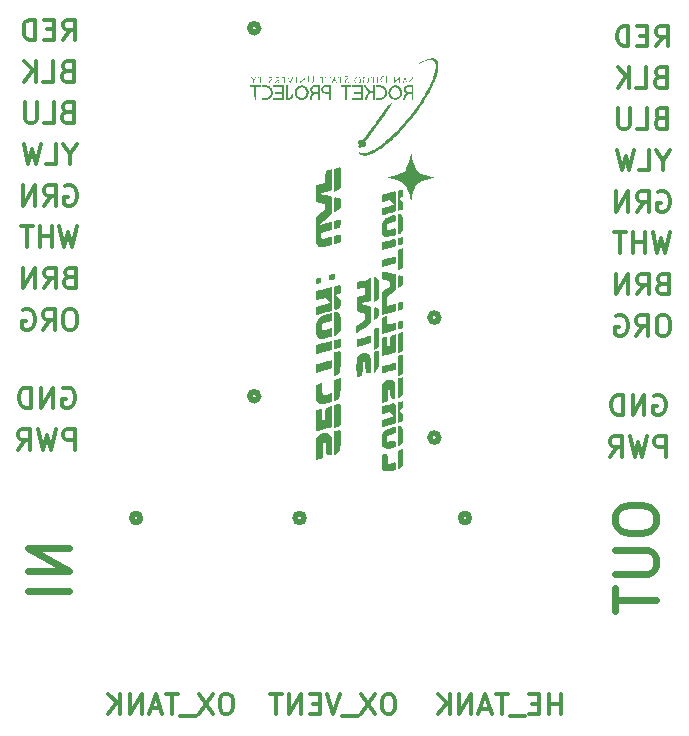
<source format=gbo>
G04 #@! TF.GenerationSoftware,KiCad,Pcbnew,9.0.0*
G04 #@! TF.CreationDate,2025-02-28T23:24:18-08:00*
G04 #@! TF.ProjectId,Constellation STAR UAF V1.1,436f6e73-7465-46c6-9c61-74696f6e2053,rev?*
G04 #@! TF.SameCoordinates,Original*
G04 #@! TF.FileFunction,Legend,Bot*
G04 #@! TF.FilePolarity,Positive*
%FSLAX46Y46*%
G04 Gerber Fmt 4.6, Leading zero omitted, Abs format (unit mm)*
G04 Created by KiCad (PCBNEW 9.0.0) date 2025-02-28 23:24:18*
%MOMM*%
%LPD*%
G01*
G04 APERTURE LIST*
%ADD10C,0.350000*%
%ADD11C,0.600000*%
%ADD12C,0.508000*%
%ADD13C,0.000000*%
%ADD14C,3.200000*%
%ADD15C,1.900000*%
G04 APERTURE END LIST*
D10*
X30528072Y-37210964D02*
X30278072Y-37294298D01*
X30278072Y-37294298D02*
X30194738Y-37377631D01*
X30194738Y-37377631D02*
X30111405Y-37544298D01*
X30111405Y-37544298D02*
X30111405Y-37794298D01*
X30111405Y-37794298D02*
X30194738Y-37960964D01*
X30194738Y-37960964D02*
X30278072Y-38044298D01*
X30278072Y-38044298D02*
X30444738Y-38127631D01*
X30444738Y-38127631D02*
X31111405Y-38127631D01*
X31111405Y-38127631D02*
X31111405Y-36377631D01*
X31111405Y-36377631D02*
X30528072Y-36377631D01*
X30528072Y-36377631D02*
X30361405Y-36460964D01*
X30361405Y-36460964D02*
X30278072Y-36544298D01*
X30278072Y-36544298D02*
X30194738Y-36710964D01*
X30194738Y-36710964D02*
X30194738Y-36877631D01*
X30194738Y-36877631D02*
X30278072Y-37044298D01*
X30278072Y-37044298D02*
X30361405Y-37127631D01*
X30361405Y-37127631D02*
X30528072Y-37210964D01*
X30528072Y-37210964D02*
X31111405Y-37210964D01*
X28528072Y-38127631D02*
X29361405Y-38127631D01*
X29361405Y-38127631D02*
X29361405Y-36377631D01*
X27944738Y-36377631D02*
X27944738Y-37794298D01*
X27944738Y-37794298D02*
X27861405Y-37960964D01*
X27861405Y-37960964D02*
X27778071Y-38044298D01*
X27778071Y-38044298D02*
X27611405Y-38127631D01*
X27611405Y-38127631D02*
X27278071Y-38127631D01*
X27278071Y-38127631D02*
X27111405Y-38044298D01*
X27111405Y-38044298D02*
X27028071Y-37960964D01*
X27028071Y-37960964D02*
X26944738Y-37794298D01*
X26944738Y-37794298D02*
X26944738Y-36377631D01*
X30143069Y-60614968D02*
X30309736Y-60531635D01*
X30309736Y-60531635D02*
X30559736Y-60531635D01*
X30559736Y-60531635D02*
X30809736Y-60614968D01*
X30809736Y-60614968D02*
X30976403Y-60781635D01*
X30976403Y-60781635D02*
X31059736Y-60948302D01*
X31059736Y-60948302D02*
X31143069Y-61281635D01*
X31143069Y-61281635D02*
X31143069Y-61531635D01*
X31143069Y-61531635D02*
X31059736Y-61864968D01*
X31059736Y-61864968D02*
X30976403Y-62031635D01*
X30976403Y-62031635D02*
X30809736Y-62198302D01*
X30809736Y-62198302D02*
X30559736Y-62281635D01*
X30559736Y-62281635D02*
X30393069Y-62281635D01*
X30393069Y-62281635D02*
X30143069Y-62198302D01*
X30143069Y-62198302D02*
X30059736Y-62114968D01*
X30059736Y-62114968D02*
X30059736Y-61531635D01*
X30059736Y-61531635D02*
X30393069Y-61531635D01*
X29309736Y-62281635D02*
X29309736Y-60531635D01*
X29309736Y-60531635D02*
X28309736Y-62281635D01*
X28309736Y-62281635D02*
X28309736Y-60531635D01*
X27476403Y-62281635D02*
X27476403Y-60531635D01*
X27476403Y-60531635D02*
X27059736Y-60531635D01*
X27059736Y-60531635D02*
X26809736Y-60614968D01*
X26809736Y-60614968D02*
X26643070Y-60781635D01*
X26643070Y-60781635D02*
X26559736Y-60948302D01*
X26559736Y-60948302D02*
X26476403Y-61281635D01*
X26476403Y-61281635D02*
X26476403Y-61531635D01*
X26476403Y-61531635D02*
X26559736Y-61864968D01*
X26559736Y-61864968D02*
X26643070Y-62031635D01*
X26643070Y-62031635D02*
X26809736Y-62198302D01*
X26809736Y-62198302D02*
X27059736Y-62281635D01*
X27059736Y-62281635D02*
X27476403Y-62281635D01*
X80954737Y-41318297D02*
X80954737Y-42151630D01*
X81538070Y-40401630D02*
X80954737Y-41318297D01*
X80954737Y-41318297D02*
X80371403Y-40401630D01*
X78954737Y-42151630D02*
X79788070Y-42151630D01*
X79788070Y-42151630D02*
X79788070Y-40401630D01*
X78538070Y-40401630D02*
X78121403Y-42151630D01*
X78121403Y-42151630D02*
X77788070Y-40901630D01*
X77788070Y-40901630D02*
X77454736Y-42151630D01*
X77454736Y-42151630D02*
X77038070Y-40401630D01*
D11*
X27159532Y-77751930D02*
X30659532Y-77751930D01*
X27159532Y-76085263D02*
X30659532Y-76085263D01*
X30659532Y-76085263D02*
X27159532Y-74085263D01*
X27159532Y-74085263D02*
X30659532Y-74085263D01*
D10*
X30486405Y-33710964D02*
X30236405Y-33794298D01*
X30236405Y-33794298D02*
X30153071Y-33877631D01*
X30153071Y-33877631D02*
X30069738Y-34044298D01*
X30069738Y-34044298D02*
X30069738Y-34294298D01*
X30069738Y-34294298D02*
X30153071Y-34460964D01*
X30153071Y-34460964D02*
X30236405Y-34544298D01*
X30236405Y-34544298D02*
X30403071Y-34627631D01*
X30403071Y-34627631D02*
X31069738Y-34627631D01*
X31069738Y-34627631D02*
X31069738Y-32877631D01*
X31069738Y-32877631D02*
X30486405Y-32877631D01*
X30486405Y-32877631D02*
X30319738Y-32960964D01*
X30319738Y-32960964D02*
X30236405Y-33044298D01*
X30236405Y-33044298D02*
X30153071Y-33210964D01*
X30153071Y-33210964D02*
X30153071Y-33377631D01*
X30153071Y-33377631D02*
X30236405Y-33544298D01*
X30236405Y-33544298D02*
X30319738Y-33627631D01*
X30319738Y-33627631D02*
X30486405Y-33710964D01*
X30486405Y-33710964D02*
X31069738Y-33710964D01*
X28486405Y-34627631D02*
X29319738Y-34627631D01*
X29319738Y-34627631D02*
X29319738Y-32877631D01*
X27903071Y-34627631D02*
X27903071Y-32877631D01*
X26903071Y-34627631D02*
X27653071Y-33627631D01*
X26903071Y-32877631D02*
X27903071Y-33877631D01*
X31143070Y-65781636D02*
X31143070Y-64031636D01*
X31143070Y-64031636D02*
X30476403Y-64031636D01*
X30476403Y-64031636D02*
X30309737Y-64114969D01*
X30309737Y-64114969D02*
X30226403Y-64198303D01*
X30226403Y-64198303D02*
X30143070Y-64364969D01*
X30143070Y-64364969D02*
X30143070Y-64614969D01*
X30143070Y-64614969D02*
X30226403Y-64781636D01*
X30226403Y-64781636D02*
X30309737Y-64864969D01*
X30309737Y-64864969D02*
X30476403Y-64948303D01*
X30476403Y-64948303D02*
X31143070Y-64948303D01*
X29559737Y-64031636D02*
X29143070Y-65781636D01*
X29143070Y-65781636D02*
X28809737Y-64531636D01*
X28809737Y-64531636D02*
X28476403Y-65781636D01*
X28476403Y-65781636D02*
X28059737Y-64031636D01*
X26393070Y-65781636D02*
X26976403Y-64948303D01*
X27393070Y-65781636D02*
X27393070Y-64031636D01*
X27393070Y-64031636D02*
X26726403Y-64031636D01*
X26726403Y-64031636D02*
X26559737Y-64114969D01*
X26559737Y-64114969D02*
X26476403Y-64198303D01*
X26476403Y-64198303D02*
X26393070Y-64364969D01*
X26393070Y-64364969D02*
X26393070Y-64614969D01*
X26393070Y-64614969D02*
X26476403Y-64781636D01*
X26476403Y-64781636D02*
X26559737Y-64864969D01*
X26559737Y-64864969D02*
X26726403Y-64948303D01*
X26726403Y-64948303D02*
X27393070Y-64948303D01*
X80218068Y-61214968D02*
X80384735Y-61131635D01*
X80384735Y-61131635D02*
X80634735Y-61131635D01*
X80634735Y-61131635D02*
X80884735Y-61214968D01*
X80884735Y-61214968D02*
X81051402Y-61381635D01*
X81051402Y-61381635D02*
X81134735Y-61548302D01*
X81134735Y-61548302D02*
X81218068Y-61881635D01*
X81218068Y-61881635D02*
X81218068Y-62131635D01*
X81218068Y-62131635D02*
X81134735Y-62464968D01*
X81134735Y-62464968D02*
X81051402Y-62631635D01*
X81051402Y-62631635D02*
X80884735Y-62798302D01*
X80884735Y-62798302D02*
X80634735Y-62881635D01*
X80634735Y-62881635D02*
X80468068Y-62881635D01*
X80468068Y-62881635D02*
X80218068Y-62798302D01*
X80218068Y-62798302D02*
X80134735Y-62714968D01*
X80134735Y-62714968D02*
X80134735Y-62131635D01*
X80134735Y-62131635D02*
X80468068Y-62131635D01*
X79384735Y-62881635D02*
X79384735Y-61131635D01*
X79384735Y-61131635D02*
X78384735Y-62881635D01*
X78384735Y-62881635D02*
X78384735Y-61131635D01*
X77551402Y-62881635D02*
X77551402Y-61131635D01*
X77551402Y-61131635D02*
X77134735Y-61131635D01*
X77134735Y-61131635D02*
X76884735Y-61214968D01*
X76884735Y-61214968D02*
X76718069Y-61381635D01*
X76718069Y-61381635D02*
X76634735Y-61548302D01*
X76634735Y-61548302D02*
X76551402Y-61881635D01*
X76551402Y-61881635D02*
X76551402Y-62131635D01*
X76551402Y-62131635D02*
X76634735Y-62464968D01*
X76634735Y-62464968D02*
X76718069Y-62631635D01*
X76718069Y-62631635D02*
X76884735Y-62798302D01*
X76884735Y-62798302D02*
X77134735Y-62881635D01*
X77134735Y-62881635D02*
X77551402Y-62881635D01*
X81218069Y-66381636D02*
X81218069Y-64631636D01*
X81218069Y-64631636D02*
X80551402Y-64631636D01*
X80551402Y-64631636D02*
X80384736Y-64714969D01*
X80384736Y-64714969D02*
X80301402Y-64798303D01*
X80301402Y-64798303D02*
X80218069Y-64964969D01*
X80218069Y-64964969D02*
X80218069Y-65214969D01*
X80218069Y-65214969D02*
X80301402Y-65381636D01*
X80301402Y-65381636D02*
X80384736Y-65464969D01*
X80384736Y-65464969D02*
X80551402Y-65548303D01*
X80551402Y-65548303D02*
X81218069Y-65548303D01*
X79634736Y-64631636D02*
X79218069Y-66381636D01*
X79218069Y-66381636D02*
X78884736Y-65131636D01*
X78884736Y-65131636D02*
X78551402Y-66381636D01*
X78551402Y-66381636D02*
X78134736Y-64631636D01*
X76468069Y-66381636D02*
X77051402Y-65548303D01*
X77468069Y-66381636D02*
X77468069Y-64631636D01*
X77468069Y-64631636D02*
X76801402Y-64631636D01*
X76801402Y-64631636D02*
X76634736Y-64714969D01*
X76634736Y-64714969D02*
X76551402Y-64798303D01*
X76551402Y-64798303D02*
X76468069Y-64964969D01*
X76468069Y-64964969D02*
X76468069Y-65214969D01*
X76468069Y-65214969D02*
X76551402Y-65381636D01*
X76551402Y-65381636D02*
X76634736Y-65464969D01*
X76634736Y-65464969D02*
X76801402Y-65548303D01*
X76801402Y-65548303D02*
X77468069Y-65548303D01*
X81163070Y-54401635D02*
X80829736Y-54401635D01*
X80829736Y-54401635D02*
X80663070Y-54484968D01*
X80663070Y-54484968D02*
X80496403Y-54651635D01*
X80496403Y-54651635D02*
X80413070Y-54984968D01*
X80413070Y-54984968D02*
X80413070Y-55568302D01*
X80413070Y-55568302D02*
X80496403Y-55901635D01*
X80496403Y-55901635D02*
X80663070Y-56068302D01*
X80663070Y-56068302D02*
X80829736Y-56151635D01*
X80829736Y-56151635D02*
X81163070Y-56151635D01*
X81163070Y-56151635D02*
X81329736Y-56068302D01*
X81329736Y-56068302D02*
X81496403Y-55901635D01*
X81496403Y-55901635D02*
X81579736Y-55568302D01*
X81579736Y-55568302D02*
X81579736Y-54984968D01*
X81579736Y-54984968D02*
X81496403Y-54651635D01*
X81496403Y-54651635D02*
X81329736Y-54484968D01*
X81329736Y-54484968D02*
X81163070Y-54401635D01*
X78663070Y-56151635D02*
X79246403Y-55318302D01*
X79663070Y-56151635D02*
X79663070Y-54401635D01*
X79663070Y-54401635D02*
X78996403Y-54401635D01*
X78996403Y-54401635D02*
X78829737Y-54484968D01*
X78829737Y-54484968D02*
X78746403Y-54568302D01*
X78746403Y-54568302D02*
X78663070Y-54734968D01*
X78663070Y-54734968D02*
X78663070Y-54984968D01*
X78663070Y-54984968D02*
X78746403Y-55151635D01*
X78746403Y-55151635D02*
X78829737Y-55234968D01*
X78829737Y-55234968D02*
X78996403Y-55318302D01*
X78996403Y-55318302D02*
X79663070Y-55318302D01*
X76996403Y-54484968D02*
X77163070Y-54401635D01*
X77163070Y-54401635D02*
X77413070Y-54401635D01*
X77413070Y-54401635D02*
X77663070Y-54484968D01*
X77663070Y-54484968D02*
X77829737Y-54651635D01*
X77829737Y-54651635D02*
X77913070Y-54818302D01*
X77913070Y-54818302D02*
X77996403Y-55151635D01*
X77996403Y-55151635D02*
X77996403Y-55401635D01*
X77996403Y-55401635D02*
X77913070Y-55734968D01*
X77913070Y-55734968D02*
X77829737Y-55901635D01*
X77829737Y-55901635D02*
X77663070Y-56068302D01*
X77663070Y-56068302D02*
X77413070Y-56151635D01*
X77413070Y-56151635D02*
X77246403Y-56151635D01*
X77246403Y-56151635D02*
X76996403Y-56068302D01*
X76996403Y-56068302D02*
X76913070Y-55984968D01*
X76913070Y-55984968D02*
X76913070Y-55401635D01*
X76913070Y-55401635D02*
X77246403Y-55401635D01*
X30944738Y-53877636D02*
X30611404Y-53877636D01*
X30611404Y-53877636D02*
X30444738Y-53960969D01*
X30444738Y-53960969D02*
X30278071Y-54127636D01*
X30278071Y-54127636D02*
X30194738Y-54460969D01*
X30194738Y-54460969D02*
X30194738Y-55044303D01*
X30194738Y-55044303D02*
X30278071Y-55377636D01*
X30278071Y-55377636D02*
X30444738Y-55544303D01*
X30444738Y-55544303D02*
X30611404Y-55627636D01*
X30611404Y-55627636D02*
X30944738Y-55627636D01*
X30944738Y-55627636D02*
X31111404Y-55544303D01*
X31111404Y-55544303D02*
X31278071Y-55377636D01*
X31278071Y-55377636D02*
X31361404Y-55044303D01*
X31361404Y-55044303D02*
X31361404Y-54460969D01*
X31361404Y-54460969D02*
X31278071Y-54127636D01*
X31278071Y-54127636D02*
X31111404Y-53960969D01*
X31111404Y-53960969D02*
X30944738Y-53877636D01*
X28444738Y-55627636D02*
X29028071Y-54794303D01*
X29444738Y-55627636D02*
X29444738Y-53877636D01*
X29444738Y-53877636D02*
X28778071Y-53877636D01*
X28778071Y-53877636D02*
X28611405Y-53960969D01*
X28611405Y-53960969D02*
X28528071Y-54044303D01*
X28528071Y-54044303D02*
X28444738Y-54210969D01*
X28444738Y-54210969D02*
X28444738Y-54460969D01*
X28444738Y-54460969D02*
X28528071Y-54627636D01*
X28528071Y-54627636D02*
X28611405Y-54710969D01*
X28611405Y-54710969D02*
X28778071Y-54794303D01*
X28778071Y-54794303D02*
X29444738Y-54794303D01*
X26778071Y-53960969D02*
X26944738Y-53877636D01*
X26944738Y-53877636D02*
X27194738Y-53877636D01*
X27194738Y-53877636D02*
X27444738Y-53960969D01*
X27444738Y-53960969D02*
X27611405Y-54127636D01*
X27611405Y-54127636D02*
X27694738Y-54294303D01*
X27694738Y-54294303D02*
X27778071Y-54627636D01*
X27778071Y-54627636D02*
X27778071Y-54877636D01*
X27778071Y-54877636D02*
X27694738Y-55210969D01*
X27694738Y-55210969D02*
X27611405Y-55377636D01*
X27611405Y-55377636D02*
X27444738Y-55544303D01*
X27444738Y-55544303D02*
X27194738Y-55627636D01*
X27194738Y-55627636D02*
X27028071Y-55627636D01*
X27028071Y-55627636D02*
X26778071Y-55544303D01*
X26778071Y-55544303D02*
X26694738Y-55460969D01*
X26694738Y-55460969D02*
X26694738Y-54877636D01*
X26694738Y-54877636D02*
X27028071Y-54877636D01*
X80913070Y-51734963D02*
X80663070Y-51818297D01*
X80663070Y-51818297D02*
X80579736Y-51901630D01*
X80579736Y-51901630D02*
X80496403Y-52068297D01*
X80496403Y-52068297D02*
X80496403Y-52318297D01*
X80496403Y-52318297D02*
X80579736Y-52484963D01*
X80579736Y-52484963D02*
X80663070Y-52568297D01*
X80663070Y-52568297D02*
X80829736Y-52651630D01*
X80829736Y-52651630D02*
X81496403Y-52651630D01*
X81496403Y-52651630D02*
X81496403Y-50901630D01*
X81496403Y-50901630D02*
X80913070Y-50901630D01*
X80913070Y-50901630D02*
X80746403Y-50984963D01*
X80746403Y-50984963D02*
X80663070Y-51068297D01*
X80663070Y-51068297D02*
X80579736Y-51234963D01*
X80579736Y-51234963D02*
X80579736Y-51401630D01*
X80579736Y-51401630D02*
X80663070Y-51568297D01*
X80663070Y-51568297D02*
X80746403Y-51651630D01*
X80746403Y-51651630D02*
X80913070Y-51734963D01*
X80913070Y-51734963D02*
X81496403Y-51734963D01*
X78746403Y-52651630D02*
X79329736Y-51818297D01*
X79746403Y-52651630D02*
X79746403Y-50901630D01*
X79746403Y-50901630D02*
X79079736Y-50901630D01*
X79079736Y-50901630D02*
X78913070Y-50984963D01*
X78913070Y-50984963D02*
X78829736Y-51068297D01*
X78829736Y-51068297D02*
X78746403Y-51234963D01*
X78746403Y-51234963D02*
X78746403Y-51484963D01*
X78746403Y-51484963D02*
X78829736Y-51651630D01*
X78829736Y-51651630D02*
X78913070Y-51734963D01*
X78913070Y-51734963D02*
X79079736Y-51818297D01*
X79079736Y-51818297D02*
X79746403Y-51818297D01*
X77996403Y-52651630D02*
X77996403Y-50901630D01*
X77996403Y-50901630D02*
X76996403Y-52651630D01*
X76996403Y-52651630D02*
X76996403Y-50901630D01*
X44165000Y-86441634D02*
X43831666Y-86441634D01*
X43831666Y-86441634D02*
X43665000Y-86524967D01*
X43665000Y-86524967D02*
X43498333Y-86691634D01*
X43498333Y-86691634D02*
X43415000Y-87024967D01*
X43415000Y-87024967D02*
X43415000Y-87608301D01*
X43415000Y-87608301D02*
X43498333Y-87941634D01*
X43498333Y-87941634D02*
X43665000Y-88108301D01*
X43665000Y-88108301D02*
X43831666Y-88191634D01*
X43831666Y-88191634D02*
X44165000Y-88191634D01*
X44165000Y-88191634D02*
X44331666Y-88108301D01*
X44331666Y-88108301D02*
X44498333Y-87941634D01*
X44498333Y-87941634D02*
X44581666Y-87608301D01*
X44581666Y-87608301D02*
X44581666Y-87024967D01*
X44581666Y-87024967D02*
X44498333Y-86691634D01*
X44498333Y-86691634D02*
X44331666Y-86524967D01*
X44331666Y-86524967D02*
X44165000Y-86441634D01*
X42831667Y-86441634D02*
X41665000Y-88191634D01*
X41665000Y-86441634D02*
X42831667Y-88191634D01*
X41415000Y-88358301D02*
X40081666Y-88358301D01*
X39915000Y-86441634D02*
X38915000Y-86441634D01*
X39415000Y-88191634D02*
X39415000Y-86441634D01*
X38415000Y-87691634D02*
X37581667Y-87691634D01*
X38581667Y-88191634D02*
X37998334Y-86441634D01*
X37998334Y-86441634D02*
X37415000Y-88191634D01*
X36831667Y-88191634D02*
X36831667Y-86441634D01*
X36831667Y-86441634D02*
X35831667Y-88191634D01*
X35831667Y-88191634D02*
X35831667Y-86441634D01*
X34998334Y-88191634D02*
X34998334Y-86441634D01*
X33998334Y-88191634D02*
X34748334Y-87191634D01*
X33998334Y-86441634D02*
X34998334Y-87441634D01*
X30736405Y-40794298D02*
X30736405Y-41627631D01*
X31319738Y-39877631D02*
X30736405Y-40794298D01*
X30736405Y-40794298D02*
X30153071Y-39877631D01*
X28736405Y-41627631D02*
X29569738Y-41627631D01*
X29569738Y-41627631D02*
X29569738Y-39877631D01*
X28319738Y-39877631D02*
X27903071Y-41627631D01*
X27903071Y-41627631D02*
X27569738Y-40377631D01*
X27569738Y-40377631D02*
X27236404Y-41627631D01*
X27236404Y-41627631D02*
X26819738Y-39877631D01*
X57891666Y-86461634D02*
X57558332Y-86461634D01*
X57558332Y-86461634D02*
X57391666Y-86544967D01*
X57391666Y-86544967D02*
X57224999Y-86711634D01*
X57224999Y-86711634D02*
X57141666Y-87044967D01*
X57141666Y-87044967D02*
X57141666Y-87628301D01*
X57141666Y-87628301D02*
X57224999Y-87961634D01*
X57224999Y-87961634D02*
X57391666Y-88128301D01*
X57391666Y-88128301D02*
X57558332Y-88211634D01*
X57558332Y-88211634D02*
X57891666Y-88211634D01*
X57891666Y-88211634D02*
X58058332Y-88128301D01*
X58058332Y-88128301D02*
X58224999Y-87961634D01*
X58224999Y-87961634D02*
X58308332Y-87628301D01*
X58308332Y-87628301D02*
X58308332Y-87044967D01*
X58308332Y-87044967D02*
X58224999Y-86711634D01*
X58224999Y-86711634D02*
X58058332Y-86544967D01*
X58058332Y-86544967D02*
X57891666Y-86461634D01*
X56558333Y-86461634D02*
X55391666Y-88211634D01*
X55391666Y-86461634D02*
X56558333Y-88211634D01*
X55141666Y-88378301D02*
X53808332Y-88378301D01*
X53641666Y-86461634D02*
X53058333Y-88211634D01*
X53058333Y-88211634D02*
X52474999Y-86461634D01*
X51891666Y-87294967D02*
X51308333Y-87294967D01*
X51058333Y-88211634D02*
X51891666Y-88211634D01*
X51891666Y-88211634D02*
X51891666Y-86461634D01*
X51891666Y-86461634D02*
X51058333Y-86461634D01*
X50308333Y-88211634D02*
X50308333Y-86461634D01*
X50308333Y-86461634D02*
X49308333Y-88211634D01*
X49308333Y-88211634D02*
X49308333Y-86461634D01*
X48725000Y-86461634D02*
X47725000Y-86461634D01*
X48225000Y-88211634D02*
X48225000Y-86461634D01*
X31361405Y-46877632D02*
X30944738Y-48627632D01*
X30944738Y-48627632D02*
X30611405Y-47377632D01*
X30611405Y-47377632D02*
X30278071Y-48627632D01*
X30278071Y-48627632D02*
X29861405Y-46877632D01*
X29194738Y-48627632D02*
X29194738Y-46877632D01*
X29194738Y-47710965D02*
X28194738Y-47710965D01*
X28194738Y-48627632D02*
X28194738Y-46877632D01*
X27611405Y-46877632D02*
X26611405Y-46877632D01*
X27111405Y-48627632D02*
X27111405Y-46877632D01*
X72306665Y-88211634D02*
X72306665Y-86461634D01*
X72306665Y-87294967D02*
X71306665Y-87294967D01*
X71306665Y-88211634D02*
X71306665Y-86461634D01*
X70473332Y-87294967D02*
X69889999Y-87294967D01*
X69639999Y-88211634D02*
X70473332Y-88211634D01*
X70473332Y-88211634D02*
X70473332Y-86461634D01*
X70473332Y-86461634D02*
X69639999Y-86461634D01*
X69306666Y-88378301D02*
X67973332Y-88378301D01*
X67806666Y-86461634D02*
X66806666Y-86461634D01*
X67306666Y-88211634D02*
X67306666Y-86461634D01*
X66306666Y-87711634D02*
X65473333Y-87711634D01*
X66473333Y-88211634D02*
X65890000Y-86461634D01*
X65890000Y-86461634D02*
X65306666Y-88211634D01*
X64723333Y-88211634D02*
X64723333Y-86461634D01*
X64723333Y-86461634D02*
X63723333Y-88211634D01*
X63723333Y-88211634D02*
X63723333Y-86461634D01*
X62890000Y-88211634D02*
X62890000Y-86461634D01*
X61890000Y-88211634D02*
X62640000Y-87211634D01*
X61890000Y-86461634D02*
X62890000Y-87461634D01*
X30361404Y-43460964D02*
X30528071Y-43377631D01*
X30528071Y-43377631D02*
X30778071Y-43377631D01*
X30778071Y-43377631D02*
X31028071Y-43460964D01*
X31028071Y-43460964D02*
X31194738Y-43627631D01*
X31194738Y-43627631D02*
X31278071Y-43794298D01*
X31278071Y-43794298D02*
X31361404Y-44127631D01*
X31361404Y-44127631D02*
X31361404Y-44377631D01*
X31361404Y-44377631D02*
X31278071Y-44710964D01*
X31278071Y-44710964D02*
X31194738Y-44877631D01*
X31194738Y-44877631D02*
X31028071Y-45044298D01*
X31028071Y-45044298D02*
X30778071Y-45127631D01*
X30778071Y-45127631D02*
X30611404Y-45127631D01*
X30611404Y-45127631D02*
X30361404Y-45044298D01*
X30361404Y-45044298D02*
X30278071Y-44960964D01*
X30278071Y-44960964D02*
X30278071Y-44377631D01*
X30278071Y-44377631D02*
X30611404Y-44377631D01*
X28528071Y-45127631D02*
X29111404Y-44294298D01*
X29528071Y-45127631D02*
X29528071Y-43377631D01*
X29528071Y-43377631D02*
X28861404Y-43377631D01*
X28861404Y-43377631D02*
X28694738Y-43460964D01*
X28694738Y-43460964D02*
X28611404Y-43544298D01*
X28611404Y-43544298D02*
X28528071Y-43710964D01*
X28528071Y-43710964D02*
X28528071Y-43960964D01*
X28528071Y-43960964D02*
X28611404Y-44127631D01*
X28611404Y-44127631D02*
X28694738Y-44210964D01*
X28694738Y-44210964D02*
X28861404Y-44294298D01*
X28861404Y-44294298D02*
X29528071Y-44294298D01*
X27778071Y-45127631D02*
X27778071Y-43377631D01*
X27778071Y-43377631D02*
X26778071Y-45127631D01*
X26778071Y-45127631D02*
X26778071Y-43377631D01*
X80371403Y-31651630D02*
X80954736Y-30818297D01*
X81371403Y-31651630D02*
X81371403Y-29901630D01*
X81371403Y-29901630D02*
X80704736Y-29901630D01*
X80704736Y-29901630D02*
X80538070Y-29984963D01*
X80538070Y-29984963D02*
X80454736Y-30068297D01*
X80454736Y-30068297D02*
X80371403Y-30234963D01*
X80371403Y-30234963D02*
X80371403Y-30484963D01*
X80371403Y-30484963D02*
X80454736Y-30651630D01*
X80454736Y-30651630D02*
X80538070Y-30734963D01*
X80538070Y-30734963D02*
X80704736Y-30818297D01*
X80704736Y-30818297D02*
X81371403Y-30818297D01*
X79621403Y-30734963D02*
X79038070Y-30734963D01*
X78788070Y-31651630D02*
X79621403Y-31651630D01*
X79621403Y-31651630D02*
X79621403Y-29901630D01*
X79621403Y-29901630D02*
X78788070Y-29901630D01*
X78038070Y-31651630D02*
X78038070Y-29901630D01*
X78038070Y-29901630D02*
X77621403Y-29901630D01*
X77621403Y-29901630D02*
X77371403Y-29984963D01*
X77371403Y-29984963D02*
X77204737Y-30151630D01*
X77204737Y-30151630D02*
X77121403Y-30318297D01*
X77121403Y-30318297D02*
X77038070Y-30651630D01*
X77038070Y-30651630D02*
X77038070Y-30901630D01*
X77038070Y-30901630D02*
X77121403Y-31234963D01*
X77121403Y-31234963D02*
X77204737Y-31401630D01*
X77204737Y-31401630D02*
X77371403Y-31568297D01*
X77371403Y-31568297D02*
X77621403Y-31651630D01*
X77621403Y-31651630D02*
X78038070Y-31651630D01*
X80704737Y-34234963D02*
X80454737Y-34318297D01*
X80454737Y-34318297D02*
X80371403Y-34401630D01*
X80371403Y-34401630D02*
X80288070Y-34568297D01*
X80288070Y-34568297D02*
X80288070Y-34818297D01*
X80288070Y-34818297D02*
X80371403Y-34984963D01*
X80371403Y-34984963D02*
X80454737Y-35068297D01*
X80454737Y-35068297D02*
X80621403Y-35151630D01*
X80621403Y-35151630D02*
X81288070Y-35151630D01*
X81288070Y-35151630D02*
X81288070Y-33401630D01*
X81288070Y-33401630D02*
X80704737Y-33401630D01*
X80704737Y-33401630D02*
X80538070Y-33484963D01*
X80538070Y-33484963D02*
X80454737Y-33568297D01*
X80454737Y-33568297D02*
X80371403Y-33734963D01*
X80371403Y-33734963D02*
X80371403Y-33901630D01*
X80371403Y-33901630D02*
X80454737Y-34068297D01*
X80454737Y-34068297D02*
X80538070Y-34151630D01*
X80538070Y-34151630D02*
X80704737Y-34234963D01*
X80704737Y-34234963D02*
X81288070Y-34234963D01*
X78704737Y-35151630D02*
X79538070Y-35151630D01*
X79538070Y-35151630D02*
X79538070Y-33401630D01*
X78121403Y-35151630D02*
X78121403Y-33401630D01*
X77121403Y-35151630D02*
X77871403Y-34151630D01*
X77121403Y-33401630D02*
X78121403Y-34401630D01*
X80579736Y-43984963D02*
X80746403Y-43901630D01*
X80746403Y-43901630D02*
X80996403Y-43901630D01*
X80996403Y-43901630D02*
X81246403Y-43984963D01*
X81246403Y-43984963D02*
X81413070Y-44151630D01*
X81413070Y-44151630D02*
X81496403Y-44318297D01*
X81496403Y-44318297D02*
X81579736Y-44651630D01*
X81579736Y-44651630D02*
X81579736Y-44901630D01*
X81579736Y-44901630D02*
X81496403Y-45234963D01*
X81496403Y-45234963D02*
X81413070Y-45401630D01*
X81413070Y-45401630D02*
X81246403Y-45568297D01*
X81246403Y-45568297D02*
X80996403Y-45651630D01*
X80996403Y-45651630D02*
X80829736Y-45651630D01*
X80829736Y-45651630D02*
X80579736Y-45568297D01*
X80579736Y-45568297D02*
X80496403Y-45484963D01*
X80496403Y-45484963D02*
X80496403Y-44901630D01*
X80496403Y-44901630D02*
X80829736Y-44901630D01*
X78746403Y-45651630D02*
X79329736Y-44818297D01*
X79746403Y-45651630D02*
X79746403Y-43901630D01*
X79746403Y-43901630D02*
X79079736Y-43901630D01*
X79079736Y-43901630D02*
X78913070Y-43984963D01*
X78913070Y-43984963D02*
X78829736Y-44068297D01*
X78829736Y-44068297D02*
X78746403Y-44234963D01*
X78746403Y-44234963D02*
X78746403Y-44484963D01*
X78746403Y-44484963D02*
X78829736Y-44651630D01*
X78829736Y-44651630D02*
X78913070Y-44734963D01*
X78913070Y-44734963D02*
X79079736Y-44818297D01*
X79079736Y-44818297D02*
X79746403Y-44818297D01*
X77996403Y-45651630D02*
X77996403Y-43901630D01*
X77996403Y-43901630D02*
X76996403Y-45651630D01*
X76996403Y-45651630D02*
X76996403Y-43901630D01*
X30694738Y-51210964D02*
X30444738Y-51294298D01*
X30444738Y-51294298D02*
X30361404Y-51377631D01*
X30361404Y-51377631D02*
X30278071Y-51544298D01*
X30278071Y-51544298D02*
X30278071Y-51794298D01*
X30278071Y-51794298D02*
X30361404Y-51960964D01*
X30361404Y-51960964D02*
X30444738Y-52044298D01*
X30444738Y-52044298D02*
X30611404Y-52127631D01*
X30611404Y-52127631D02*
X31278071Y-52127631D01*
X31278071Y-52127631D02*
X31278071Y-50377631D01*
X31278071Y-50377631D02*
X30694738Y-50377631D01*
X30694738Y-50377631D02*
X30528071Y-50460964D01*
X30528071Y-50460964D02*
X30444738Y-50544298D01*
X30444738Y-50544298D02*
X30361404Y-50710964D01*
X30361404Y-50710964D02*
X30361404Y-50877631D01*
X30361404Y-50877631D02*
X30444738Y-51044298D01*
X30444738Y-51044298D02*
X30528071Y-51127631D01*
X30528071Y-51127631D02*
X30694738Y-51210964D01*
X30694738Y-51210964D02*
X31278071Y-51210964D01*
X28528071Y-52127631D02*
X29111404Y-51294298D01*
X29528071Y-52127631D02*
X29528071Y-50377631D01*
X29528071Y-50377631D02*
X28861404Y-50377631D01*
X28861404Y-50377631D02*
X28694738Y-50460964D01*
X28694738Y-50460964D02*
X28611404Y-50544298D01*
X28611404Y-50544298D02*
X28528071Y-50710964D01*
X28528071Y-50710964D02*
X28528071Y-50960964D01*
X28528071Y-50960964D02*
X28611404Y-51127631D01*
X28611404Y-51127631D02*
X28694738Y-51210964D01*
X28694738Y-51210964D02*
X28861404Y-51294298D01*
X28861404Y-51294298D02*
X29528071Y-51294298D01*
X27778071Y-52127631D02*
X27778071Y-50377631D01*
X27778071Y-50377631D02*
X26778071Y-52127631D01*
X26778071Y-52127631D02*
X26778071Y-50377631D01*
X30153071Y-31127631D02*
X30736404Y-30294298D01*
X31153071Y-31127631D02*
X31153071Y-29377631D01*
X31153071Y-29377631D02*
X30486404Y-29377631D01*
X30486404Y-29377631D02*
X30319738Y-29460964D01*
X30319738Y-29460964D02*
X30236404Y-29544298D01*
X30236404Y-29544298D02*
X30153071Y-29710964D01*
X30153071Y-29710964D02*
X30153071Y-29960964D01*
X30153071Y-29960964D02*
X30236404Y-30127631D01*
X30236404Y-30127631D02*
X30319738Y-30210964D01*
X30319738Y-30210964D02*
X30486404Y-30294298D01*
X30486404Y-30294298D02*
X31153071Y-30294298D01*
X29403071Y-30210964D02*
X28819738Y-30210964D01*
X28569738Y-31127631D02*
X29403071Y-31127631D01*
X29403071Y-31127631D02*
X29403071Y-29377631D01*
X29403071Y-29377631D02*
X28569738Y-29377631D01*
X27819738Y-31127631D02*
X27819738Y-29377631D01*
X27819738Y-29377631D02*
X27403071Y-29377631D01*
X27403071Y-29377631D02*
X27153071Y-29460964D01*
X27153071Y-29460964D02*
X26986405Y-29627631D01*
X26986405Y-29627631D02*
X26903071Y-29794298D01*
X26903071Y-29794298D02*
X26819738Y-30127631D01*
X26819738Y-30127631D02*
X26819738Y-30377631D01*
X26819738Y-30377631D02*
X26903071Y-30710964D01*
X26903071Y-30710964D02*
X26986405Y-30877631D01*
X26986405Y-30877631D02*
X27153071Y-31044298D01*
X27153071Y-31044298D02*
X27403071Y-31127631D01*
X27403071Y-31127631D02*
X27819738Y-31127631D01*
X81579737Y-47401631D02*
X81163070Y-49151631D01*
X81163070Y-49151631D02*
X80829737Y-47901631D01*
X80829737Y-47901631D02*
X80496403Y-49151631D01*
X80496403Y-49151631D02*
X80079737Y-47401631D01*
X79413070Y-49151631D02*
X79413070Y-47401631D01*
X79413070Y-48234964D02*
X78413070Y-48234964D01*
X78413070Y-49151631D02*
X78413070Y-47401631D01*
X77829737Y-47401631D02*
X76829737Y-47401631D01*
X77329737Y-49151631D02*
X77329737Y-47401631D01*
D11*
X76880467Y-71314736D02*
X76880467Y-71981402D01*
X76880467Y-71981402D02*
X77047134Y-72314736D01*
X77047134Y-72314736D02*
X77380467Y-72648069D01*
X77380467Y-72648069D02*
X78047134Y-72814736D01*
X78047134Y-72814736D02*
X79213801Y-72814736D01*
X79213801Y-72814736D02*
X79880467Y-72648069D01*
X79880467Y-72648069D02*
X80213801Y-72314736D01*
X80213801Y-72314736D02*
X80380467Y-71981402D01*
X80380467Y-71981402D02*
X80380467Y-71314736D01*
X80380467Y-71314736D02*
X80213801Y-70981402D01*
X80213801Y-70981402D02*
X79880467Y-70648069D01*
X79880467Y-70648069D02*
X79213801Y-70481402D01*
X79213801Y-70481402D02*
X78047134Y-70481402D01*
X78047134Y-70481402D02*
X77380467Y-70648069D01*
X77380467Y-70648069D02*
X77047134Y-70981402D01*
X77047134Y-70981402D02*
X76880467Y-71314736D01*
X76880467Y-74314736D02*
X79713801Y-74314736D01*
X79713801Y-74314736D02*
X80047134Y-74481403D01*
X80047134Y-74481403D02*
X80213801Y-74648069D01*
X80213801Y-74648069D02*
X80380467Y-74981403D01*
X80380467Y-74981403D02*
X80380467Y-75648069D01*
X80380467Y-75648069D02*
X80213801Y-75981403D01*
X80213801Y-75981403D02*
X80047134Y-76148069D01*
X80047134Y-76148069D02*
X79713801Y-76314736D01*
X79713801Y-76314736D02*
X76880467Y-76314736D01*
X76880467Y-77481403D02*
X76880467Y-79481403D01*
X80380467Y-78481403D02*
X76880467Y-78481403D01*
D10*
X80746404Y-37734963D02*
X80496404Y-37818297D01*
X80496404Y-37818297D02*
X80413070Y-37901630D01*
X80413070Y-37901630D02*
X80329737Y-38068297D01*
X80329737Y-38068297D02*
X80329737Y-38318297D01*
X80329737Y-38318297D02*
X80413070Y-38484963D01*
X80413070Y-38484963D02*
X80496404Y-38568297D01*
X80496404Y-38568297D02*
X80663070Y-38651630D01*
X80663070Y-38651630D02*
X81329737Y-38651630D01*
X81329737Y-38651630D02*
X81329737Y-36901630D01*
X81329737Y-36901630D02*
X80746404Y-36901630D01*
X80746404Y-36901630D02*
X80579737Y-36984963D01*
X80579737Y-36984963D02*
X80496404Y-37068297D01*
X80496404Y-37068297D02*
X80413070Y-37234963D01*
X80413070Y-37234963D02*
X80413070Y-37401630D01*
X80413070Y-37401630D02*
X80496404Y-37568297D01*
X80496404Y-37568297D02*
X80579737Y-37651630D01*
X80579737Y-37651630D02*
X80746404Y-37734963D01*
X80746404Y-37734963D02*
X81329737Y-37734963D01*
X78746404Y-38651630D02*
X79579737Y-38651630D01*
X79579737Y-38651630D02*
X79579737Y-36901630D01*
X78163070Y-36901630D02*
X78163070Y-38318297D01*
X78163070Y-38318297D02*
X78079737Y-38484963D01*
X78079737Y-38484963D02*
X77996403Y-38568297D01*
X77996403Y-38568297D02*
X77829737Y-38651630D01*
X77829737Y-38651630D02*
X77496403Y-38651630D01*
X77496403Y-38651630D02*
X77329737Y-38568297D01*
X77329737Y-38568297D02*
X77246403Y-38484963D01*
X77246403Y-38484963D02*
X77163070Y-38318297D01*
X77163070Y-38318297D02*
X77163070Y-36901630D01*
D12*
X61980999Y-54610000D02*
G75*
G02*
X61219001Y-54610000I-380999J0D01*
G01*
X61219001Y-54610000D02*
G75*
G02*
X61980999Y-54610000I380999J0D01*
G01*
X64576000Y-71580000D02*
G75*
G02*
X63814000Y-71580000I-381000J0D01*
G01*
X63814000Y-71580000D02*
G75*
G02*
X64576000Y-71580000I381000J0D01*
G01*
X36731000Y-71580000D02*
G75*
G02*
X35969000Y-71580000I-381000J0D01*
G01*
X35969000Y-71580000D02*
G75*
G02*
X36731000Y-71580000I381000J0D01*
G01*
X46731000Y-61270000D02*
G75*
G02*
X45969000Y-61270000I-381000J0D01*
G01*
X45969000Y-61270000D02*
G75*
G02*
X46731000Y-61270000I381000J0D01*
G01*
X61981000Y-64770000D02*
G75*
G02*
X61219000Y-64770000I-381000J0D01*
G01*
X61219000Y-64770000D02*
G75*
G02*
X61981000Y-64770000I381000J0D01*
G01*
X50571000Y-71580000D02*
G75*
G02*
X49809000Y-71580000I-381000J0D01*
G01*
X49809000Y-71580000D02*
G75*
G02*
X50571000Y-71580000I381000J0D01*
G01*
X46730999Y-30109995D02*
G75*
G02*
X45969001Y-30109995I-380999J0D01*
G01*
X45969001Y-30109995D02*
G75*
G02*
X46730999Y-30109995I380999J0D01*
G01*
D13*
G36*
X58943667Y-53579202D02*
G01*
X58939094Y-53732974D01*
X58925489Y-53861426D01*
X58906008Y-53919479D01*
X58897209Y-53923805D01*
X58811149Y-53949587D01*
X58679802Y-53978125D01*
X58491254Y-54013497D01*
X58506208Y-53698820D01*
X58521163Y-53384144D01*
X58732415Y-53323172D01*
X58943667Y-53262199D01*
X58943667Y-53579202D01*
G37*
G36*
X58943667Y-49553091D02*
G01*
X58943667Y-50363094D01*
X58766854Y-50467416D01*
X58727870Y-50489759D01*
X58612037Y-50548275D01*
X58542001Y-50571739D01*
X58533560Y-50561888D01*
X58518490Y-50472084D01*
X58508894Y-50295866D01*
X58505132Y-50042123D01*
X58507562Y-49719743D01*
X58521163Y-48867746D01*
X58732415Y-48805417D01*
X58943667Y-48743088D01*
X58943667Y-49553091D01*
G37*
G36*
X58943667Y-58549960D02*
G01*
X58943667Y-59359963D01*
X58766854Y-59464285D01*
X58727870Y-59486628D01*
X58612037Y-59545144D01*
X58542001Y-59568607D01*
X58533560Y-59558757D01*
X58518490Y-59468953D01*
X58508894Y-59292735D01*
X58505132Y-59038991D01*
X58507562Y-58716612D01*
X58521163Y-57864615D01*
X58732415Y-57802286D01*
X58943667Y-57739957D01*
X58943667Y-58549960D01*
G37*
G36*
X58943667Y-60363899D02*
G01*
X58943667Y-61098995D01*
X58799459Y-61253371D01*
X58764905Y-61288137D01*
X58656999Y-61373559D01*
X58574577Y-61407747D01*
X58566716Y-61407324D01*
X58539158Y-61392658D01*
X58520154Y-61346969D01*
X58508598Y-61256587D01*
X58503381Y-61107844D01*
X58503396Y-60887072D01*
X58507535Y-60580601D01*
X58521163Y-59753456D01*
X58732415Y-59691129D01*
X58943667Y-59628803D01*
X58943667Y-60363899D01*
G37*
G36*
X56211457Y-56204439D02*
G01*
X56250291Y-56260481D01*
X56258323Y-56362683D01*
X56250065Y-56515911D01*
X56234665Y-56756062D01*
X55663041Y-56917868D01*
X55439823Y-56980373D01*
X55249258Y-57032437D01*
X55113983Y-57067944D01*
X55054137Y-57081480D01*
X55036374Y-57044443D01*
X55022265Y-56932541D01*
X55016857Y-56771649D01*
X55016857Y-56460012D01*
X55616400Y-56303360D01*
X55765032Y-56264587D01*
X55983339Y-56211359D01*
X56127311Y-56189686D01*
X56211457Y-56204439D01*
G37*
G36*
X58923427Y-47821653D02*
G01*
X58938044Y-47930033D01*
X58943667Y-48087646D01*
X58941022Y-48239151D01*
X58925603Y-48343507D01*
X58887334Y-48399848D01*
X58816165Y-48435592D01*
X58712968Y-48466424D01*
X58592486Y-48484068D01*
X58553133Y-48479273D01*
X58516663Y-48443809D01*
X58500171Y-48354314D01*
X58496309Y-48188165D01*
X58496309Y-47892263D01*
X58682709Y-47840497D01*
X58716029Y-47831401D01*
X58838168Y-47800904D01*
X58906388Y-47788455D01*
X58923427Y-47821653D01*
G37*
G36*
X58930854Y-54896558D02*
G01*
X58941756Y-54989737D01*
X58943667Y-55162382D01*
X58943667Y-55484969D01*
X58770667Y-55542064D01*
X58747797Y-55549206D01*
X58624048Y-55574189D01*
X58546988Y-55567839D01*
X58526987Y-55533298D01*
X58504898Y-55420998D01*
X58496309Y-55264836D01*
X58497079Y-55159428D01*
X58510596Y-55050015D01*
X58557202Y-54982000D01*
X58657434Y-54931502D01*
X58831828Y-54874635D01*
X58851082Y-54868841D01*
X58903213Y-54862906D01*
X58930854Y-54896558D01*
G37*
G36*
X58736007Y-63801951D02*
G01*
X58825774Y-63839983D01*
X58885795Y-63921749D01*
X58921698Y-64061102D01*
X58939114Y-64271897D01*
X58943667Y-64567987D01*
X58943667Y-65177791D01*
X58790724Y-65330733D01*
X58751132Y-65368169D01*
X58643708Y-65450739D01*
X58567045Y-65483676D01*
X58546170Y-65474971D01*
X58525401Y-65430725D01*
X58511088Y-65337599D01*
X58502173Y-65182964D01*
X58497599Y-64954196D01*
X58496309Y-64638667D01*
X58496309Y-63793657D01*
X58629088Y-63793657D01*
X58736007Y-63801951D01*
G37*
G36*
X56877302Y-55466656D02*
G01*
X56888597Y-55573396D01*
X56897598Y-55751581D01*
X56903551Y-55984771D01*
X56905703Y-56256523D01*
X56905703Y-57070075D01*
X56707944Y-57200946D01*
X56643096Y-57242948D01*
X56537422Y-57306711D01*
X56484263Y-57331817D01*
X56476577Y-57291520D01*
X56469285Y-57166606D01*
X56463511Y-56972483D01*
X56459712Y-56724859D01*
X56458345Y-56439437D01*
X56458345Y-55547058D01*
X56644744Y-55495292D01*
X56678064Y-55486195D01*
X56800205Y-55455699D01*
X56868424Y-55443249D01*
X56877302Y-55466656D01*
G37*
G36*
X58311719Y-47981356D02*
G01*
X58326364Y-48017901D01*
X58339054Y-48133393D01*
X58337607Y-48290517D01*
X58322337Y-48558516D01*
X57860115Y-48690488D01*
X57749973Y-48721821D01*
X57543865Y-48779850D01*
X57376416Y-48826227D01*
X57276064Y-48853036D01*
X57252113Y-48858855D01*
X57196271Y-48863138D01*
X57167132Y-48829380D01*
X57156012Y-48737125D01*
X57154235Y-48565915D01*
X57154235Y-48248217D01*
X57712398Y-48094207D01*
X57923554Y-48039755D01*
X58114046Y-47998407D01*
X58250273Y-47977654D01*
X58311719Y-47981356D01*
G37*
G36*
X58943667Y-56625827D02*
G01*
X58943667Y-57412924D01*
X58750500Y-57521489D01*
X58696058Y-57551422D01*
X58585052Y-57607718D01*
X58526821Y-57630056D01*
X58519437Y-57605666D01*
X58510236Y-57497696D01*
X58502907Y-57318437D01*
X58498061Y-57084288D01*
X58496309Y-56811648D01*
X58496272Y-56652748D01*
X58497735Y-56382754D01*
X58505327Y-56190299D01*
X58523958Y-56060535D01*
X58558531Y-55978611D01*
X58613956Y-55929681D01*
X58695134Y-55898896D01*
X58806975Y-55871406D01*
X58943667Y-55838730D01*
X58943667Y-56625827D01*
G37*
G36*
X58943667Y-66404867D02*
G01*
X58943667Y-67084224D01*
X58774665Y-67253226D01*
X58718379Y-67306692D01*
X58615856Y-67389570D01*
X58550986Y-67422228D01*
X58547071Y-67421303D01*
X58524497Y-67365423D01*
X58508675Y-67220630D01*
X58499360Y-66983485D01*
X58496309Y-66650548D01*
X58496049Y-66492580D01*
X58496198Y-66241459D01*
X58502256Y-66065792D01*
X58520241Y-65949607D01*
X58556173Y-65876939D01*
X58616069Y-65831820D01*
X58705947Y-65798279D01*
X58831828Y-65760350D01*
X58943667Y-65725510D01*
X58943667Y-66404867D01*
G37*
G36*
X56878457Y-57420554D02*
G01*
X56881353Y-57427294D01*
X56890911Y-57508713D01*
X56898642Y-57665287D01*
X56903816Y-57878054D01*
X56905703Y-58128053D01*
X56904987Y-58352169D01*
X56900602Y-58565478D01*
X56889905Y-58714445D01*
X56870287Y-58818753D01*
X56839143Y-58898081D01*
X56793863Y-58972113D01*
X56779869Y-58991977D01*
X56673193Y-59118590D01*
X56570184Y-59209206D01*
X56458345Y-59282495D01*
X56458345Y-58387762D01*
X56458345Y-57493029D01*
X56654778Y-57443169D01*
X56699023Y-57432791D01*
X56817658Y-57414563D01*
X56878457Y-57420554D01*
G37*
G36*
X58324545Y-49492790D02*
G01*
X58340849Y-49599614D01*
X58347190Y-49752600D01*
X58347190Y-50021136D01*
X58135938Y-50077025D01*
X57993662Y-50115073D01*
X57788125Y-50170663D01*
X57577739Y-50228061D01*
X57561111Y-50232609D01*
X57388241Y-50278427D01*
X57256236Y-50310883D01*
X57192514Y-50323207D01*
X57175494Y-50292565D01*
X57160149Y-50186659D01*
X57154235Y-50031232D01*
X57154235Y-49739257D01*
X57713433Y-49590335D01*
X57924248Y-49536449D01*
X58114460Y-49492464D01*
X58249834Y-49466435D01*
X58309910Y-49462738D01*
X58324545Y-49492790D01*
G37*
G36*
X58324545Y-58489659D02*
G01*
X58340849Y-58596483D01*
X58347190Y-58749469D01*
X58347190Y-59018005D01*
X58135939Y-59073895D01*
X57993662Y-59111942D01*
X57788125Y-59167532D01*
X57577739Y-59224930D01*
X57561111Y-59229478D01*
X57388241Y-59275295D01*
X57256236Y-59307752D01*
X57192514Y-59320076D01*
X57175494Y-59289434D01*
X57160149Y-59183528D01*
X57154235Y-59028101D01*
X57154235Y-58736126D01*
X57713433Y-58587203D01*
X57924248Y-58533318D01*
X58114460Y-58489333D01*
X58249834Y-58463304D01*
X58309910Y-58459607D01*
X58324545Y-58489659D01*
G37*
G36*
X58663140Y-51026472D02*
G01*
X58788335Y-51050163D01*
X58943667Y-51081230D01*
X58943667Y-51417178D01*
X58943449Y-51496221D01*
X58936576Y-51648592D01*
X58910025Y-51749181D01*
X58850498Y-51832456D01*
X58744698Y-51932883D01*
X58664524Y-52003509D01*
X58568583Y-52082082D01*
X58521019Y-52112639D01*
X58512445Y-52078498D01*
X58504085Y-51963151D01*
X58498404Y-51785586D01*
X58496309Y-51565868D01*
X58496307Y-51548438D01*
X58497176Y-51307934D01*
X58505678Y-51150702D01*
X58530428Y-51061525D01*
X58580044Y-51025187D01*
X58663140Y-51026472D01*
G37*
G36*
X56645864Y-53755472D02*
G01*
X56778201Y-53801429D01*
X56781796Y-53802804D01*
X56849733Y-53837377D01*
X56886928Y-53892280D01*
X56902534Y-53993854D01*
X56905703Y-54168444D01*
X56905636Y-54211710D01*
X56899919Y-54372255D01*
X56874559Y-54477328D01*
X56815011Y-54563349D01*
X56706734Y-54666738D01*
X56626560Y-54737365D01*
X56530618Y-54815937D01*
X56483055Y-54846494D01*
X56474481Y-54812353D01*
X56466122Y-54697006D01*
X56460440Y-54519442D01*
X56458345Y-54299723D01*
X56460251Y-54057165D01*
X56471668Y-53883095D01*
X56500884Y-53783396D01*
X56556189Y-53745158D01*
X56645864Y-53755472D01*
G37*
G36*
X58706023Y-45867134D02*
G01*
X58833195Y-45927004D01*
X58868966Y-45954976D01*
X58903583Y-46000594D01*
X58925465Y-46072230D01*
X58937508Y-46188231D01*
X58942611Y-46366945D01*
X58943667Y-46626718D01*
X58943666Y-46662640D01*
X58942762Y-46910343D01*
X58937584Y-47081057D01*
X58924345Y-47194797D01*
X58899255Y-47271582D01*
X58858528Y-47331427D01*
X58798372Y-47394349D01*
X58766906Y-47424146D01*
X58657446Y-47506551D01*
X58574693Y-47539645D01*
X58569645Y-47539430D01*
X58542076Y-47524735D01*
X58522297Y-47477401D01*
X58509070Y-47384076D01*
X58501155Y-47231409D01*
X58497314Y-47006046D01*
X58496309Y-46694635D01*
X58496309Y-45849626D01*
X58609515Y-45849626D01*
X58706023Y-45867134D01*
G37*
G36*
X56565630Y-51168390D02*
G01*
X56671635Y-51206247D01*
X56783696Y-51290223D01*
X56819045Y-51327196D01*
X56854813Y-51377597D01*
X56879079Y-51443992D01*
X56894071Y-51543065D01*
X56902020Y-51691500D01*
X56905153Y-51905979D01*
X56905703Y-52203187D01*
X56905703Y-52994146D01*
X56707943Y-53125016D01*
X56643096Y-53167018D01*
X56537423Y-53230781D01*
X56484263Y-53255888D01*
X56481688Y-53250736D01*
X56474246Y-53174311D01*
X56467830Y-53017709D01*
X56462801Y-52795451D01*
X56459519Y-52522058D01*
X56458345Y-52212052D01*
X56458496Y-51945839D01*
X56459793Y-51664454D01*
X56463462Y-51460691D01*
X56470719Y-51322032D01*
X56482784Y-51235969D01*
X56500877Y-51189987D01*
X56526215Y-51171574D01*
X56560018Y-51168217D01*
X56565630Y-51168390D01*
G37*
G36*
X57566463Y-66146685D02*
G01*
X57620831Y-66211800D01*
X57645491Y-66349375D01*
X57651300Y-66572725D01*
X57651640Y-66623826D01*
X57658763Y-66804061D01*
X57673223Y-66936153D01*
X57692520Y-66994479D01*
X57722020Y-66998805D01*
X57828094Y-66984611D01*
X57973806Y-66947706D01*
X58144070Y-66898584D01*
X58264102Y-66880390D01*
X58323919Y-66913734D01*
X58342079Y-67010644D01*
X58337135Y-67183143D01*
X58322337Y-67490830D01*
X57974392Y-67580247D01*
X57711685Y-67634067D01*
X57514596Y-67638366D01*
X57368209Y-67589894D01*
X57254254Y-67486268D01*
X57213802Y-67425430D01*
X57183095Y-67343022D01*
X57164997Y-67225198D01*
X57156409Y-67050645D01*
X57154235Y-66798049D01*
X57154235Y-66236983D01*
X57330258Y-66178890D01*
X57471534Y-66140713D01*
X57566463Y-66146685D01*
G37*
G36*
X57579678Y-54456831D02*
G01*
X57598033Y-54578885D01*
X57601593Y-54791470D01*
X57601574Y-54855395D01*
X57605472Y-55041329D01*
X57627953Y-55146183D01*
X57685314Y-55184463D01*
X57793852Y-55170679D01*
X57969865Y-55119342D01*
X58145966Y-55068204D01*
X58264986Y-55050447D01*
X58324214Y-55084280D01*
X58342111Y-55181490D01*
X58337135Y-55353864D01*
X58322337Y-55662408D01*
X57750712Y-55824270D01*
X57748942Y-55824772D01*
X57526616Y-55887589D01*
X57342756Y-55939283D01*
X57216420Y-55974512D01*
X57166662Y-55987938D01*
X57165566Y-55985492D01*
X57161410Y-55919176D01*
X57158417Y-55775869D01*
X57156851Y-55573784D01*
X57156985Y-55331132D01*
X57159735Y-54672522D01*
X57301108Y-54561040D01*
X57320746Y-54545596D01*
X57452544Y-54449014D01*
X57535018Y-54416482D01*
X57579678Y-54456831D01*
G37*
G36*
X58933407Y-61994332D02*
G01*
X58932873Y-62006253D01*
X58921631Y-62179189D01*
X58901552Y-62278231D01*
X58863474Y-62327589D01*
X58798233Y-62351470D01*
X58740768Y-62368390D01*
X58670923Y-62422231D01*
X58688639Y-62504495D01*
X58793758Y-62624798D01*
X58862195Y-62695946D01*
X58915394Y-62783758D01*
X58938583Y-62898914D01*
X58943667Y-63077350D01*
X58943623Y-63120110D01*
X58939325Y-63272787D01*
X58919629Y-63358978D01*
X58872808Y-63405919D01*
X58787131Y-63440849D01*
X58783479Y-63442116D01*
X58654788Y-63479805D01*
X58562278Y-63495417D01*
X58543470Y-63487390D01*
X58523756Y-63443025D01*
X58511102Y-63348821D01*
X58504715Y-63192401D01*
X58503800Y-62961393D01*
X58507562Y-62643422D01*
X58521163Y-61791425D01*
X58734581Y-61728457D01*
X58948000Y-61665488D01*
X58933407Y-61994332D01*
G37*
G36*
X58924750Y-43804288D02*
G01*
X58938438Y-43920555D01*
X58943667Y-44085046D01*
X58941973Y-44216568D01*
X58930818Y-44337153D01*
X58904279Y-44394221D01*
X58856681Y-44408899D01*
X58811252Y-44413951D01*
X58695710Y-44456438D01*
X58691046Y-44459481D01*
X58660916Y-44500779D01*
X58688515Y-44563496D01*
X58782696Y-44669295D01*
X58869601Y-44767411D01*
X58918538Y-44859388D01*
X58939332Y-44979095D01*
X58943667Y-45162315D01*
X58943515Y-45249213D01*
X58938356Y-45388853D01*
X58917863Y-45464243D01*
X58871401Y-45499895D01*
X58788335Y-45520320D01*
X58660128Y-45542042D01*
X58564656Y-45551387D01*
X58548107Y-45545245D01*
X58526810Y-45503200D01*
X58511976Y-45410774D01*
X58502610Y-45255718D01*
X58497718Y-45025782D01*
X58496309Y-44708713D01*
X58496309Y-43866040D01*
X58682710Y-43814274D01*
X58716029Y-43805178D01*
X58838169Y-43774681D01*
X58906388Y-43762232D01*
X58924750Y-43804288D01*
G37*
G36*
X58347190Y-56796868D02*
G01*
X58347190Y-57565351D01*
X57812847Y-57703923D01*
X57629133Y-57751992D01*
X57432688Y-57804458D01*
X57287610Y-57844448D01*
X57216368Y-57865860D01*
X57214075Y-57866585D01*
X57190111Y-57849527D01*
X57173053Y-57776935D01*
X57161993Y-57637852D01*
X57156023Y-57421321D01*
X57154235Y-57116390D01*
X57154992Y-56961875D01*
X57159684Y-56713824D01*
X57167953Y-56512502D01*
X57178966Y-56375468D01*
X57191893Y-56320281D01*
X57199973Y-56316254D01*
X57285051Y-56290544D01*
X57415572Y-56262109D01*
X57601593Y-56227212D01*
X57601594Y-56633852D01*
X57602349Y-56799230D01*
X57608406Y-56933858D01*
X57625274Y-57003491D01*
X57658451Y-57027340D01*
X57713432Y-57024609D01*
X57748974Y-57017521D01*
X57791414Y-56990281D01*
X57816522Y-56925992D01*
X57830522Y-56803868D01*
X57839637Y-56603125D01*
X57851398Y-56388413D01*
X57877408Y-56239028D01*
X57929451Y-56148809D01*
X58019815Y-56097092D01*
X58160791Y-56063219D01*
X58347190Y-56028386D01*
X58347190Y-56796868D01*
G37*
G36*
X58294409Y-61906744D02*
G01*
X58332067Y-61997329D01*
X58344841Y-62154527D01*
X58342781Y-62389224D01*
X58335937Y-62712308D01*
X58322337Y-63569512D01*
X57860115Y-63701661D01*
X57750268Y-63732949D01*
X57543544Y-63791208D01*
X57375138Y-63837878D01*
X57273652Y-63864992D01*
X57249637Y-63870896D01*
X57192344Y-63876696D01*
X57164440Y-63845153D01*
X57157789Y-63755618D01*
X57164249Y-63587443D01*
X57179088Y-63278712D01*
X57651300Y-63149814D01*
X57782108Y-63111899D01*
X57958005Y-63052525D01*
X58078692Y-63000742D01*
X58123511Y-62964654D01*
X58120699Y-62950063D01*
X58074314Y-62866023D01*
X57989004Y-62757430D01*
X57854497Y-62606469D01*
X57516951Y-62702998D01*
X57503609Y-62706810D01*
X57337544Y-62753667D01*
X57216031Y-62786899D01*
X57164549Y-62799528D01*
X57164456Y-62799520D01*
X57159059Y-62753177D01*
X57159032Y-62633496D01*
X57164390Y-62466116D01*
X57179088Y-62132704D01*
X57676153Y-61997639D01*
X57693915Y-61992795D01*
X57931619Y-61925797D01*
X58104236Y-61881866D01*
X58221815Y-61871885D01*
X58294409Y-61906744D01*
G37*
G36*
X57935358Y-59874618D02*
G01*
X58059531Y-59913144D01*
X58166439Y-59997891D01*
X58185968Y-60017610D01*
X58232308Y-60071374D01*
X58263621Y-60132430D01*
X58282852Y-60219201D01*
X58292943Y-60350111D01*
X58296839Y-60543585D01*
X58297484Y-60818048D01*
X58297483Y-61507160D01*
X58176768Y-61507160D01*
X58081239Y-61494713D01*
X57980632Y-61431353D01*
X57910270Y-61303993D01*
X57864554Y-61101131D01*
X57837885Y-60811269D01*
X57831555Y-60735285D01*
X57802980Y-60622219D01*
X57750712Y-60587590D01*
X57731268Y-60591976D01*
X57702855Y-60630586D01*
X57683551Y-60721960D01*
X57670792Y-60881646D01*
X57662012Y-61125188D01*
X57647870Y-61662785D01*
X57477209Y-61734092D01*
X57457915Y-61741959D01*
X57325306Y-61787011D01*
X57230391Y-61805399D01*
X57207042Y-61798319D01*
X57184442Y-61760943D01*
X57169208Y-61679053D01*
X57159992Y-61538929D01*
X57155450Y-61326851D01*
X57154235Y-61029101D01*
X57154235Y-60252803D01*
X57347213Y-60059825D01*
X57409082Y-59999678D01*
X57520438Y-59913078D01*
X57632057Y-59875203D01*
X57787793Y-59866847D01*
X57935358Y-59874618D01*
G37*
G36*
X56011140Y-57704695D02*
G01*
X56060431Y-57735007D01*
X56140726Y-57820426D01*
X56197428Y-57949409D01*
X56233863Y-58135783D01*
X56253359Y-58393379D01*
X56259242Y-58736025D01*
X56259519Y-59320076D01*
X56119900Y-59320076D01*
X56024989Y-59314421D01*
X55908553Y-59273684D01*
X55833839Y-59180463D01*
X55790971Y-59019359D01*
X55770063Y-58774977D01*
X55763156Y-58636213D01*
X55750843Y-58490819D01*
X55731174Y-58413305D01*
X55698013Y-58384523D01*
X55645227Y-58385329D01*
X55616348Y-58391021D01*
X55579772Y-58413151D01*
X55555821Y-58465832D01*
X55541004Y-58566277D01*
X55531832Y-58731698D01*
X55524816Y-58979313D01*
X55510858Y-59558119D01*
X55334886Y-59591131D01*
X55320918Y-59593794D01*
X55183373Y-59624016D01*
X55087887Y-59651400D01*
X55066534Y-59637926D01*
X55041508Y-59547237D01*
X55023653Y-59389106D01*
X55012900Y-59182338D01*
X55009185Y-58945736D01*
X55012440Y-58698105D01*
X55022598Y-58458244D01*
X55039594Y-58244960D01*
X55063360Y-58077056D01*
X55093830Y-57973335D01*
X55153652Y-57881579D01*
X55327909Y-57732842D01*
X55546762Y-57648554D01*
X55783433Y-57636558D01*
X56011140Y-57704695D01*
G37*
G36*
X58296829Y-63867813D02*
G01*
X58317097Y-63898578D01*
X58338923Y-64004793D01*
X58345523Y-64145558D01*
X58335922Y-64281102D01*
X58309149Y-64371649D01*
X58259054Y-64407428D01*
X58136734Y-64462028D01*
X57974392Y-64517880D01*
X57833430Y-64563452D01*
X57692518Y-64616008D01*
X57614020Y-64654290D01*
X57594711Y-64677557D01*
X57563144Y-64780525D01*
X57553143Y-64915676D01*
X57565809Y-65040200D01*
X57602246Y-65111282D01*
X57650411Y-65116777D01*
X57772407Y-65100254D01*
X57931165Y-65061426D01*
X58076089Y-65022431D01*
X58223304Y-65002230D01*
X58305248Y-65034810D01*
X58337933Y-65129388D01*
X58337380Y-65295184D01*
X58322337Y-65555161D01*
X58048951Y-65640649D01*
X57808796Y-65704392D01*
X57580077Y-65728811D01*
X57407153Y-65694483D01*
X57276128Y-65600684D01*
X57237988Y-65556745D01*
X57193205Y-65482792D01*
X57167937Y-65386487D01*
X57156756Y-65242162D01*
X57154235Y-65024146D01*
X57156608Y-64878780D01*
X57182700Y-64603533D01*
X57243410Y-64397348D01*
X57345947Y-64241151D01*
X57497522Y-64115860D01*
X57553249Y-64082954D01*
X57712426Y-64008453D01*
X57894654Y-63940912D01*
X58071652Y-63889108D01*
X58215138Y-63861816D01*
X58296829Y-63867813D01*
G37*
G36*
X58311854Y-45943526D02*
G01*
X58324557Y-45970590D01*
X58338943Y-46078075D01*
X58337770Y-46227916D01*
X58322337Y-46470956D01*
X57949538Y-46596478D01*
X57576740Y-46722000D01*
X57561590Y-46956850D01*
X57561459Y-46958882D01*
X57559223Y-47091184D01*
X57584439Y-47166809D01*
X57653760Y-47191886D01*
X57783838Y-47172537D01*
X57991324Y-47114886D01*
X58095424Y-47087471D01*
X58227068Y-47064520D01*
X58298585Y-47068115D01*
X58315299Y-47093651D01*
X58338206Y-47197442D01*
X58347190Y-47346289D01*
X58345290Y-47461487D01*
X58326669Y-47560942D01*
X58271714Y-47619791D01*
X58160848Y-47672283D01*
X58080450Y-47700339D01*
X57890539Y-47746427D01*
X57692894Y-47775677D01*
X57580071Y-47784223D01*
X57454504Y-47780241D01*
X57367669Y-47746144D01*
X57282759Y-47672688D01*
X57232624Y-47618427D01*
X57190004Y-47548158D01*
X57166432Y-47453726D01*
X57156359Y-47310057D01*
X57154235Y-47092078D01*
X57157373Y-46909467D01*
X57179645Y-46676049D01*
X57230568Y-46501376D01*
X57318621Y-46360936D01*
X57452277Y-46230216D01*
X57464174Y-46220666D01*
X57586843Y-46146351D01*
X57752162Y-46071545D01*
X57933727Y-46005052D01*
X58105134Y-45955681D01*
X58239977Y-45932237D01*
X58311854Y-45943526D01*
G37*
G36*
X58321880Y-43939558D02*
G01*
X58331965Y-44052340D01*
X58339984Y-44235805D01*
X58345279Y-44473756D01*
X58347190Y-44749997D01*
X58345893Y-45012489D01*
X58339779Y-45283241D01*
X58328043Y-45471220D01*
X58310023Y-45585887D01*
X58285057Y-45636699D01*
X58263919Y-45647424D01*
X58160957Y-45684415D01*
X57999047Y-45735390D01*
X57803391Y-45793179D01*
X57599192Y-45850610D01*
X57411656Y-45900512D01*
X57265982Y-45935711D01*
X57187380Y-45949038D01*
X57172634Y-45918331D01*
X57159353Y-45812353D01*
X57154235Y-45656855D01*
X57154235Y-45364671D01*
X57651300Y-45225849D01*
X57805128Y-45180089D01*
X57982428Y-45118852D01*
X58103533Y-45066278D01*
X58148364Y-45030268D01*
X58144527Y-45013850D01*
X58092271Y-44932349D01*
X57998350Y-44829786D01*
X57848337Y-44686064D01*
X57530407Y-44770780D01*
X57370230Y-44812451D01*
X57242868Y-44843593D01*
X57183356Y-44855496D01*
X57169095Y-44814074D01*
X57158345Y-44698326D01*
X57154235Y-44534320D01*
X57154235Y-44213144D01*
X57365487Y-44158440D01*
X57510909Y-44120109D01*
X57716835Y-44064832D01*
X57927855Y-44007404D01*
X57948782Y-44001680D01*
X58121239Y-43955814D01*
X58251610Y-43923376D01*
X58313081Y-43911074D01*
X58321880Y-43939558D01*
G37*
G36*
X57263387Y-50728705D02*
G01*
X57393638Y-50752629D01*
X57580344Y-50790081D01*
X57800419Y-50836547D01*
X58322337Y-50949259D01*
X58335446Y-51617935D01*
X58348556Y-52286612D01*
X57975075Y-52574214D01*
X57601593Y-52861816D01*
X57601593Y-53232825D01*
X57601592Y-53243544D01*
X57604394Y-53440440D01*
X57625135Y-53553039D01*
X57682208Y-53595816D01*
X57794005Y-53583248D01*
X57978918Y-53529811D01*
X58147657Y-53480513D01*
X58266356Y-53461772D01*
X58325017Y-53494491D01*
X58342367Y-53590869D01*
X58337135Y-53763100D01*
X58322337Y-54071486D01*
X57850313Y-54208141D01*
X57728965Y-54243136D01*
X57524730Y-54301411D01*
X57361408Y-54347234D01*
X57266262Y-54372913D01*
X57154235Y-54401030D01*
X57154235Y-53413593D01*
X57154235Y-52426157D01*
X57501373Y-52182412D01*
X57646862Y-52078630D01*
X57759613Y-51987826D01*
X57820034Y-51914125D01*
X57844482Y-51836425D01*
X57849318Y-51733628D01*
X57849225Y-51692132D01*
X57837877Y-51579931D01*
X57792537Y-51525775D01*
X57691287Y-51496821D01*
X57680367Y-51494608D01*
X57515904Y-51457604D01*
X57343342Y-51414132D01*
X57154235Y-51363211D01*
X57154235Y-51042035D01*
X57158945Y-50880358D01*
X57179005Y-50759865D01*
X57216368Y-50722347D01*
X57263387Y-50728705D01*
G37*
G36*
X59678048Y-40793015D02*
G01*
X59690116Y-40891406D01*
X59690130Y-40892575D01*
X59703287Y-40997181D01*
X59736157Y-41161751D01*
X59781744Y-41351191D01*
X59806578Y-41442627D01*
X59924270Y-41782859D01*
X60071161Y-42050781D01*
X60261198Y-42258901D01*
X60508326Y-42419721D01*
X60826491Y-42545747D01*
X61229641Y-42649485D01*
X61320439Y-42669621D01*
X61484055Y-42713412D01*
X61552849Y-42750607D01*
X61525825Y-42785594D01*
X61401990Y-42822761D01*
X61180342Y-42866496D01*
X60871464Y-42942080D01*
X60571251Y-43055702D01*
X60318977Y-43193192D01*
X60140380Y-43342765D01*
X60080175Y-43420511D01*
X59943964Y-43669209D01*
X59825819Y-43989896D01*
X59733385Y-44363394D01*
X59697840Y-44531352D01*
X59657788Y-44670584D01*
X59624102Y-44714818D01*
X59594527Y-44666268D01*
X59566809Y-44527152D01*
X59504599Y-44224456D01*
X59412587Y-43917870D01*
X59302701Y-43641976D01*
X59186822Y-43431046D01*
X59130198Y-43358210D01*
X58902295Y-43166662D01*
X58583713Y-43011164D01*
X58173217Y-42891058D01*
X58169569Y-42890238D01*
X57983258Y-42847445D01*
X57827091Y-42809965D01*
X57734540Y-42785822D01*
X57684302Y-42767870D01*
X57668461Y-42746359D01*
X57717008Y-42721765D01*
X57841063Y-42689090D01*
X58051753Y-42643339D01*
X58091971Y-42634658D01*
X58440970Y-42536492D01*
X58748576Y-42409758D01*
X58995450Y-42263782D01*
X59162251Y-42107887D01*
X59193273Y-42064628D01*
X59328877Y-41810442D01*
X59447451Y-41479533D01*
X59542153Y-41090232D01*
X59566236Y-40982313D01*
X59609115Y-40847866D01*
X59648717Y-40781634D01*
X59678048Y-40793015D01*
G37*
G36*
X56222136Y-51270839D02*
G01*
X56241827Y-51383818D01*
X56250898Y-51569675D01*
X56252090Y-51837244D01*
X56248143Y-52195362D01*
X56234665Y-53172801D01*
X55799734Y-53298076D01*
X55700572Y-53327506D01*
X55528254Y-53383508D01*
X55409220Y-53428995D01*
X55364802Y-53456214D01*
X55375257Y-53465663D01*
X55458715Y-53497146D01*
X55607484Y-53538887D01*
X55799734Y-53584451D01*
X56234665Y-53679824D01*
X56248459Y-54326798D01*
X56262252Y-54973772D01*
X55999927Y-55224879D01*
X55732874Y-55453220D01*
X55407905Y-55686162D01*
X55077390Y-55884536D01*
X55066336Y-55890418D01*
X55009836Y-55913500D01*
X54980297Y-55893329D01*
X54968981Y-55811188D01*
X54967151Y-55648356D01*
X54967151Y-55353178D01*
X55363122Y-55087409D01*
X55759093Y-54821641D01*
X55760774Y-54564536D01*
X55760379Y-54446786D01*
X55746517Y-54363584D01*
X55702688Y-54305168D01*
X55612412Y-54258782D01*
X55459209Y-54211670D01*
X55226599Y-54151077D01*
X55013834Y-54096252D01*
X55027773Y-53491614D01*
X55041710Y-52886977D01*
X55389656Y-52778644D01*
X55737601Y-52670312D01*
X55752398Y-52366623D01*
X55755834Y-52218991D01*
X55736870Y-52105970D01*
X55676534Y-52061309D01*
X55558090Y-52075114D01*
X55364802Y-52137492D01*
X55251829Y-52176157D01*
X55119808Y-52207103D01*
X55049626Y-52182559D01*
X55021804Y-52090227D01*
X55016857Y-51917808D01*
X55016857Y-51623564D01*
X55270463Y-51539330D01*
X55348454Y-51516511D01*
X55536648Y-51482283D01*
X55687511Y-51481618D01*
X55773957Y-51489169D01*
X55878782Y-51459269D01*
X55989976Y-51363032D01*
X56071940Y-51280812D01*
X56139933Y-51228170D01*
X56189085Y-51221902D01*
X56222136Y-51270839D01*
G37*
G36*
X46908480Y-35027371D02*
G01*
X46908480Y-35108680D01*
X46723060Y-35108680D01*
X46537640Y-35108680D01*
X46537640Y-35637128D01*
X46537640Y-36165577D01*
X46457630Y-36164178D01*
X46377620Y-36162780D01*
X46376327Y-35635730D01*
X46375033Y-35108680D01*
X46202208Y-35108680D01*
X46029383Y-35108680D01*
X46030782Y-35028670D01*
X46032180Y-34948660D01*
X46470330Y-34947361D01*
X46908480Y-34946063D01*
X46908480Y-35027371D01*
G37*
G36*
X54569120Y-35027337D02*
G01*
X54569120Y-35108554D01*
X54382430Y-35109887D01*
X54195740Y-35111220D01*
X54194447Y-35638270D01*
X54193153Y-36165320D01*
X54114437Y-36165320D01*
X54035720Y-36165320D01*
X54035720Y-35637000D01*
X54035720Y-35108680D01*
X53863000Y-35108680D01*
X53690280Y-35108680D01*
X53690280Y-35027400D01*
X53690280Y-34946120D01*
X54129700Y-34946120D01*
X54569120Y-34946120D01*
X54569120Y-35027337D01*
G37*
G36*
X48838880Y-35555720D02*
G01*
X48838880Y-36165320D01*
X48391840Y-36165320D01*
X47944800Y-36165320D01*
X47944800Y-36086580D01*
X47944800Y-36007840D01*
X48310560Y-36007840D01*
X48676320Y-36007840D01*
X48676320Y-35824960D01*
X48676320Y-35642080D01*
X48389300Y-35642080D01*
X48102280Y-35642080D01*
X48102280Y-35560800D01*
X48102280Y-35479520D01*
X48389300Y-35479520D01*
X48676320Y-35479520D01*
X48676320Y-35294100D01*
X48676320Y-35108680D01*
X48310560Y-35108680D01*
X47944800Y-35108680D01*
X47944800Y-35027400D01*
X47944800Y-34946120D01*
X48391840Y-34946120D01*
X48838880Y-34946120D01*
X48838880Y-35555720D01*
G37*
G36*
X55549560Y-35555720D02*
G01*
X55549560Y-36165375D01*
X55103790Y-36164077D01*
X54658020Y-36162780D01*
X54656618Y-36085310D01*
X54655216Y-36007840D01*
X55023648Y-36007840D01*
X55392080Y-36007840D01*
X55392080Y-35824960D01*
X55392080Y-35642080D01*
X55102520Y-35642080D01*
X54812960Y-35642080D01*
X54812960Y-35560800D01*
X54812960Y-35479520D01*
X55102520Y-35479520D01*
X55392080Y-35479520D01*
X55392080Y-35294100D01*
X55392080Y-35108680D01*
X55023652Y-35108680D01*
X54655223Y-35108680D01*
X54656622Y-35028670D01*
X54658020Y-34948660D01*
X55103790Y-34947362D01*
X55549560Y-34946064D01*
X55549560Y-35555720D01*
G37*
G36*
X49189400Y-35474440D02*
G01*
X49189400Y-36002760D01*
X49244828Y-36002760D01*
X49288155Y-36000875D01*
X49324776Y-35994761D01*
X49356995Y-35983779D01*
X49387371Y-35967296D01*
X49388104Y-35966822D01*
X49413502Y-35947115D01*
X49439492Y-35921563D01*
X49462887Y-35893607D01*
X49480502Y-35866689D01*
X49483049Y-35861582D01*
X49490748Y-35842667D01*
X49498915Y-35818695D01*
X49506716Y-35792571D01*
X49513319Y-35767200D01*
X49517891Y-35745484D01*
X49519600Y-35730328D01*
X49519600Y-35718280D01*
X49596567Y-35718280D01*
X49673533Y-35718280D01*
X49670380Y-35765270D01*
X49664396Y-35814695D01*
X49649249Y-35876177D01*
X49626329Y-35934071D01*
X49596280Y-35987278D01*
X49559744Y-36034700D01*
X49517365Y-36075237D01*
X49469787Y-36107793D01*
X49455613Y-36115543D01*
X49419103Y-36132543D01*
X49382867Y-36144294D01*
X49342097Y-36152477D01*
X49325671Y-36154438D01*
X49296547Y-36156545D01*
X49259335Y-36158163D01*
X49215190Y-36159247D01*
X49165270Y-36159747D01*
X49031920Y-36160240D01*
X49031920Y-35553180D01*
X49031920Y-34946120D01*
X49110660Y-34946120D01*
X49189400Y-34946120D01*
X49189400Y-35474440D01*
G37*
G36*
X49920835Y-34247636D02*
G01*
X49950588Y-34248095D01*
X49973269Y-34249135D01*
X49987853Y-34250692D01*
X49993310Y-34252700D01*
X49993338Y-34252830D01*
X49989611Y-34256842D01*
X49979340Y-34259475D01*
X49976816Y-34259741D01*
X49969531Y-34260546D01*
X49963507Y-34261938D01*
X49958626Y-34264785D01*
X49954766Y-34269958D01*
X49951809Y-34278328D01*
X49949634Y-34290765D01*
X49948123Y-34308139D01*
X49947155Y-34331321D01*
X49946610Y-34361182D01*
X49946369Y-34398591D01*
X49946313Y-34444419D01*
X49946320Y-34499536D01*
X49946321Y-34501460D01*
X49946360Y-34558983D01*
X49946548Y-34607194D01*
X49946994Y-34646915D01*
X49947807Y-34678969D01*
X49949095Y-34704179D01*
X49950969Y-34723366D01*
X49953538Y-34737353D01*
X49956909Y-34746963D01*
X49961193Y-34753019D01*
X49966499Y-34756342D01*
X49972935Y-34757756D01*
X49980610Y-34758082D01*
X49987733Y-34759244D01*
X49992040Y-34763240D01*
X49990881Y-34764222D01*
X49981282Y-34765959D01*
X49962533Y-34767245D01*
X49935314Y-34768045D01*
X49900301Y-34768320D01*
X49884505Y-34768275D01*
X49852001Y-34767787D01*
X49828857Y-34766776D01*
X49815336Y-34765255D01*
X49811700Y-34763240D01*
X49817899Y-34759750D01*
X49829541Y-34758160D01*
X49850508Y-34755134D01*
X49865837Y-34745156D01*
X49873846Y-34728173D01*
X49874278Y-34724815D01*
X49875081Y-34711166D01*
X49875813Y-34689114D01*
X49876456Y-34659823D01*
X49876989Y-34624455D01*
X49877394Y-34584172D01*
X49877651Y-34540137D01*
X49877740Y-34493514D01*
X49877737Y-34441903D01*
X49877656Y-34396236D01*
X49877387Y-34359020D01*
X49876818Y-34329377D01*
X49875839Y-34306428D01*
X49874337Y-34289292D01*
X49872203Y-34277091D01*
X49869325Y-34268947D01*
X49865592Y-34263979D01*
X49860893Y-34261308D01*
X49855117Y-34260056D01*
X49848152Y-34259343D01*
X49847032Y-34259222D01*
X49836795Y-34256592D01*
X49833290Y-34252700D01*
X49833668Y-34252214D01*
X49841260Y-34250302D01*
X49857748Y-34248855D01*
X49882104Y-34247939D01*
X49913300Y-34247620D01*
X49920835Y-34247636D01*
G37*
G36*
X56822118Y-34246498D02*
G01*
X56847390Y-34247083D01*
X56867506Y-34248086D01*
X56880799Y-34249414D01*
X56885600Y-34250972D01*
X56885481Y-34252253D01*
X56882796Y-34255660D01*
X56874788Y-34258731D01*
X56859113Y-34262486D01*
X56857464Y-34262879D01*
X56851913Y-34265020D01*
X56847308Y-34268851D01*
X56843571Y-34275220D01*
X56840626Y-34284972D01*
X56838394Y-34298955D01*
X56836799Y-34318015D01*
X56835762Y-34343000D01*
X56835207Y-34374756D01*
X56835056Y-34414130D01*
X56835232Y-34461969D01*
X56835657Y-34519120D01*
X56835936Y-34551502D01*
X56836429Y-34600593D01*
X56837027Y-34640923D01*
X56837841Y-34673382D01*
X56838985Y-34698860D01*
X56840571Y-34718246D01*
X56842711Y-34732430D01*
X56845518Y-34742301D01*
X56849104Y-34748750D01*
X56853582Y-34752666D01*
X56859064Y-34754939D01*
X56865662Y-34756458D01*
X56876960Y-34759824D01*
X56883466Y-34763896D01*
X56880027Y-34765235D01*
X56867915Y-34766473D01*
X56848564Y-34767449D01*
X56823478Y-34768089D01*
X56794160Y-34768320D01*
X56767291Y-34768131D01*
X56739019Y-34767351D01*
X56718965Y-34766028D01*
X56707519Y-34764233D01*
X56705066Y-34762032D01*
X56711996Y-34759497D01*
X56728696Y-34756695D01*
X56734490Y-34755986D01*
X56742152Y-34754945D01*
X56748475Y-34753198D01*
X56753592Y-34749883D01*
X56757638Y-34744144D01*
X56760746Y-34735119D01*
X56763050Y-34721951D01*
X56764685Y-34703779D01*
X56765783Y-34679744D01*
X56766480Y-34648987D01*
X56766908Y-34610649D01*
X56767203Y-34563870D01*
X56767498Y-34507792D01*
X56767647Y-34470181D01*
X56767660Y-34424959D01*
X56767487Y-34383584D01*
X56767144Y-34347109D01*
X56766645Y-34316585D01*
X56766002Y-34293065D01*
X56765231Y-34277600D01*
X56764344Y-34271242D01*
X56764127Y-34270928D01*
X56755964Y-34265237D01*
X56743127Y-34260952D01*
X56741872Y-34260681D01*
X56730271Y-34256668D01*
X56724485Y-34251952D01*
X56724762Y-34250953D01*
X56731182Y-34248901D01*
X56746204Y-34247480D01*
X56770344Y-34246653D01*
X56804115Y-34246386D01*
X56822118Y-34246498D01*
G37*
G36*
X47350209Y-34246906D02*
G01*
X47360679Y-34247028D01*
X47390345Y-34247779D01*
X47412867Y-34249022D01*
X47427243Y-34250685D01*
X47432466Y-34252700D01*
X47432318Y-34253614D01*
X47426455Y-34257636D01*
X47414624Y-34260799D01*
X47410401Y-34261502D01*
X47398747Y-34264366D01*
X47392086Y-34269547D01*
X47388345Y-34279637D01*
X47385451Y-34297223D01*
X47385404Y-34297560D01*
X47384291Y-34311315D01*
X47383380Y-34333619D01*
X47382670Y-34362927D01*
X47382162Y-34397689D01*
X47381856Y-34436358D01*
X47381752Y-34477386D01*
X47381851Y-34519224D01*
X47382152Y-34560326D01*
X47382657Y-34599143D01*
X47383365Y-34634126D01*
X47384277Y-34663729D01*
X47385392Y-34686404D01*
X47386661Y-34703694D01*
X47389405Y-34727272D01*
X47393392Y-34743019D01*
X47399340Y-34752423D01*
X47407967Y-34756974D01*
X47419991Y-34758160D01*
X47427405Y-34759310D01*
X47431720Y-34763240D01*
X47430561Y-34764222D01*
X47420962Y-34765959D01*
X47402213Y-34767245D01*
X47374994Y-34768045D01*
X47339981Y-34768320D01*
X47324185Y-34768275D01*
X47291681Y-34767787D01*
X47268537Y-34766776D01*
X47255016Y-34765255D01*
X47251380Y-34763240D01*
X47251607Y-34762925D01*
X47258984Y-34759549D01*
X47271438Y-34758160D01*
X47286564Y-34755422D01*
X47300348Y-34748452D01*
X47304555Y-34744578D01*
X47308876Y-34737942D01*
X47311778Y-34727935D01*
X47313840Y-34712295D01*
X47315641Y-34688762D01*
X47315999Y-34682733D01*
X47316956Y-34659256D01*
X47317728Y-34629107D01*
X47318315Y-34593814D01*
X47318718Y-34554909D01*
X47318939Y-34513921D01*
X47318977Y-34472381D01*
X47318835Y-34431818D01*
X47318511Y-34393763D01*
X47318008Y-34359746D01*
X47317326Y-34331297D01*
X47316467Y-34309946D01*
X47315430Y-34297223D01*
X47314715Y-34292268D01*
X47311904Y-34276883D01*
X47307950Y-34268293D01*
X47300912Y-34263840D01*
X47288848Y-34260870D01*
X47287952Y-34260679D01*
X47276393Y-34256676D01*
X47270573Y-34251856D01*
X47271162Y-34250516D01*
X47278073Y-34248623D01*
X47293100Y-34247418D01*
X47316920Y-34246860D01*
X47350209Y-34246906D01*
G37*
G36*
X55404598Y-34482114D02*
G01*
X55404835Y-34532685D01*
X55395448Y-34583919D01*
X55376284Y-34634918D01*
X55375643Y-34636250D01*
X55351847Y-34674299D01*
X55320125Y-34708423D01*
X55282353Y-34737187D01*
X55240404Y-34759154D01*
X55196153Y-34772889D01*
X55184299Y-34774832D01*
X55153366Y-34777076D01*
X55118573Y-34776709D01*
X55083389Y-34773950D01*
X55051279Y-34769018D01*
X55025713Y-34762133D01*
X55024121Y-34761542D01*
X54974333Y-34738176D01*
X54932134Y-34708171D01*
X54897643Y-34671628D01*
X54870978Y-34628648D01*
X54853559Y-34585637D01*
X54842031Y-34535634D01*
X54840213Y-34501727D01*
X54914865Y-34501727D01*
X54915336Y-34537618D01*
X54917911Y-34571914D01*
X54922532Y-34600704D01*
X54933294Y-34634074D01*
X54952964Y-34670080D01*
X54978861Y-34700678D01*
X55009676Y-34724373D01*
X55044100Y-34739669D01*
X55068441Y-34745653D01*
X55113883Y-34749704D01*
X55158247Y-34743832D01*
X55202572Y-34727961D01*
X55224473Y-34715752D01*
X55257854Y-34688535D01*
X55286231Y-34654104D01*
X55308436Y-34613990D01*
X55323298Y-34569727D01*
X55327932Y-34541994D01*
X55330451Y-34507484D01*
X55330507Y-34471448D01*
X55328102Y-34437681D01*
X55323236Y-34409977D01*
X55311761Y-34376864D01*
X55290200Y-34339586D01*
X55261833Y-34309178D01*
X55227459Y-34286146D01*
X55187871Y-34270992D01*
X55143866Y-34264220D01*
X55096239Y-34266334D01*
X55055421Y-34276617D01*
X55017182Y-34295894D01*
X54983571Y-34323053D01*
X54955555Y-34357131D01*
X54934101Y-34397161D01*
X54920174Y-34442180D01*
X54916557Y-34468150D01*
X54914865Y-34501727D01*
X54840213Y-34501727D01*
X54839370Y-34486004D01*
X54845415Y-34437907D01*
X54860008Y-34392504D01*
X54882989Y-34350954D01*
X54914198Y-34314419D01*
X54924185Y-34305330D01*
X54965548Y-34275793D01*
X55011762Y-34254872D01*
X55063217Y-34242425D01*
X55120300Y-34238308D01*
X55158429Y-34239852D01*
X55205394Y-34247439D01*
X55247042Y-34261960D01*
X55285136Y-34284085D01*
X55321441Y-34314480D01*
X55347678Y-34343347D01*
X55375866Y-34386548D01*
X55394890Y-34433103D01*
X55402485Y-34471448D01*
X55404598Y-34482114D01*
G37*
G36*
X53894866Y-34282644D02*
G01*
X53896916Y-34292034D01*
X53900037Y-34311788D01*
X53900227Y-34324562D01*
X53897713Y-34329611D01*
X53892720Y-34326193D01*
X53885474Y-34313562D01*
X53884277Y-34311123D01*
X53877042Y-34299894D01*
X53867436Y-34291737D01*
X53853907Y-34286193D01*
X53834903Y-34282801D01*
X53808873Y-34281103D01*
X53774264Y-34280640D01*
X53705520Y-34280640D01*
X53705520Y-34501289D01*
X53705555Y-34556810D01*
X53705734Y-34605441D01*
X53706167Y-34645530D01*
X53706963Y-34677902D01*
X53708232Y-34703382D01*
X53710082Y-34722796D01*
X53712622Y-34736967D01*
X53715963Y-34746723D01*
X53720213Y-34752886D01*
X53725482Y-34756284D01*
X53731878Y-34757741D01*
X53739511Y-34758082D01*
X53746696Y-34759115D01*
X53753780Y-34763240D01*
X53753315Y-34764232D01*
X53744987Y-34765999D01*
X53726881Y-34767279D01*
X53699248Y-34768057D01*
X53662340Y-34768320D01*
X53643899Y-34768262D01*
X53611308Y-34767756D01*
X53588110Y-34766741D01*
X53574557Y-34765231D01*
X53570900Y-34763240D01*
X53577099Y-34759750D01*
X53588741Y-34758160D01*
X53588941Y-34758159D01*
X53607411Y-34755365D01*
X53623208Y-34748228D01*
X53632613Y-34738421D01*
X53633199Y-34734783D01*
X53634062Y-34721671D01*
X53634929Y-34700220D01*
X53635773Y-34671503D01*
X53636566Y-34636593D01*
X53637284Y-34596562D01*
X53637899Y-34552483D01*
X53638384Y-34505430D01*
X53640305Y-34280640D01*
X53577663Y-34280668D01*
X53552983Y-34281058D01*
X53528532Y-34282187D01*
X53508646Y-34283877D01*
X53496120Y-34285945D01*
X53479503Y-34293549D01*
X53466410Y-34307437D01*
X53461680Y-34324950D01*
X53460619Y-34332207D01*
X53456912Y-34336520D01*
X53454202Y-34334264D01*
X53450763Y-34324086D01*
X53448242Y-34307981D01*
X53446988Y-34288455D01*
X53447353Y-34268016D01*
X53448980Y-34242692D01*
X53471840Y-34245156D01*
X53479087Y-34245656D01*
X53497127Y-34246276D01*
X53522697Y-34246774D01*
X53554239Y-34247150D01*
X53590198Y-34247404D01*
X53629018Y-34247536D01*
X53669142Y-34247546D01*
X53709014Y-34247436D01*
X53747079Y-34247205D01*
X53781779Y-34246853D01*
X53811560Y-34246382D01*
X53834864Y-34245790D01*
X53850135Y-34245080D01*
X53885530Y-34242540D01*
X53894866Y-34282644D01*
G37*
G36*
X47107647Y-34239336D02*
G01*
X47111887Y-34246545D01*
X47111921Y-34246623D01*
X47116058Y-34258850D01*
X47120248Y-34275453D01*
X47123968Y-34293593D01*
X47126693Y-34310427D01*
X47127899Y-34323114D01*
X47127062Y-34328812D01*
X47125495Y-34328689D01*
X47119246Y-34323186D01*
X47111157Y-34312357D01*
X47107027Y-34306256D01*
X47098707Y-34296383D01*
X47088995Y-34289429D01*
X47076139Y-34284889D01*
X47058388Y-34282260D01*
X47033989Y-34281036D01*
X47001190Y-34280714D01*
X46928800Y-34280640D01*
X46929024Y-34474950D01*
X46929149Y-34529781D01*
X46929492Y-34582355D01*
X46930151Y-34626237D01*
X46931232Y-34662204D01*
X46932842Y-34691033D01*
X46935088Y-34713500D01*
X46938076Y-34730380D01*
X46941912Y-34742451D01*
X46946704Y-34750488D01*
X46952556Y-34755267D01*
X46959577Y-34757566D01*
X46967871Y-34758160D01*
X46975285Y-34759310D01*
X46979600Y-34763240D01*
X46978441Y-34764222D01*
X46968842Y-34765959D01*
X46950093Y-34767245D01*
X46922874Y-34768045D01*
X46887861Y-34768320D01*
X46861009Y-34768131D01*
X46832769Y-34767349D01*
X46812803Y-34766021D01*
X46801488Y-34764217D01*
X46799200Y-34762004D01*
X46806317Y-34759451D01*
X46823215Y-34756625D01*
X46828357Y-34755971D01*
X46836580Y-34754785D01*
X46843379Y-34752883D01*
X46848888Y-34749409D01*
X46853242Y-34743501D01*
X46856578Y-34734303D01*
X46859030Y-34720956D01*
X46860734Y-34702600D01*
X46861824Y-34678378D01*
X46862437Y-34647430D01*
X46862707Y-34608899D01*
X46862770Y-34561925D01*
X46862760Y-34505650D01*
X46862760Y-34279665D01*
X46792003Y-34281422D01*
X46774690Y-34281896D01*
X46750632Y-34282886D01*
X46733744Y-34284298D01*
X46722106Y-34286413D01*
X46713802Y-34289512D01*
X46706913Y-34293876D01*
X46706481Y-34294204D01*
X46695862Y-34306002D01*
X46689991Y-34319276D01*
X46688890Y-34324707D01*
X46685717Y-34333043D01*
X46682606Y-34332509D01*
X46679927Y-34324046D01*
X46678049Y-34308593D01*
X46677340Y-34287089D01*
X46677340Y-34242739D01*
X46700200Y-34245179D01*
X46705830Y-34245672D01*
X46724992Y-34246648D01*
X46751123Y-34247358D01*
X46782795Y-34247814D01*
X46818582Y-34248032D01*
X46857056Y-34248024D01*
X46896789Y-34247803D01*
X46936354Y-34247385D01*
X46974324Y-34246781D01*
X47009272Y-34246006D01*
X47039769Y-34245073D01*
X47064390Y-34243996D01*
X47081705Y-34242789D01*
X47090288Y-34241465D01*
X47101514Y-34238006D01*
X47107647Y-34239336D01*
G37*
G36*
X47759279Y-34239697D02*
G01*
X47795522Y-34248554D01*
X47825538Y-34263973D01*
X47849991Y-34286128D01*
X47858465Y-34297192D01*
X47873256Y-34327250D01*
X47878796Y-34359515D01*
X47875154Y-34392719D01*
X47862399Y-34425594D01*
X47840602Y-34456874D01*
X47837935Y-34459799D01*
X47823602Y-34473762D01*
X47803904Y-34491235D01*
X47781085Y-34510273D01*
X47757387Y-34528935D01*
X47747702Y-34536360D01*
X47716277Y-34561417D01*
X47692399Y-34582647D01*
X47675219Y-34601273D01*
X47663887Y-34618517D01*
X47657553Y-34635602D01*
X47655367Y-34653753D01*
X47656479Y-34674193D01*
X47661899Y-34696754D01*
X47675947Y-34719636D01*
X47697673Y-34736331D01*
X47726645Y-34746529D01*
X47762431Y-34749921D01*
X47792844Y-34747508D01*
X47824677Y-34738228D01*
X47849498Y-34722284D01*
X47866840Y-34699995D01*
X47876240Y-34671681D01*
X47877112Y-34667151D01*
X47880458Y-34655959D01*
X47883831Y-34651480D01*
X47885598Y-34654662D01*
X47887916Y-34665630D01*
X47890168Y-34681864D01*
X47892089Y-34700685D01*
X47893412Y-34719412D01*
X47893871Y-34735365D01*
X47893200Y-34745863D01*
X47892960Y-34746875D01*
X47885022Y-34757146D01*
X47867776Y-34766122D01*
X47841970Y-34773400D01*
X47833113Y-34774683D01*
X47813815Y-34776062D01*
X47789847Y-34776741D01*
X47764460Y-34776586D01*
X47760922Y-34776494D01*
X47733804Y-34775279D01*
X47713693Y-34773067D01*
X47697761Y-34769415D01*
X47683180Y-34763883D01*
X47670453Y-34757527D01*
X47640463Y-34735537D01*
X47618161Y-34707659D01*
X47604245Y-34674937D01*
X47599410Y-34638414D01*
X47599436Y-34634748D01*
X47602489Y-34604529D01*
X47611186Y-34576774D01*
X47626321Y-34550338D01*
X47648692Y-34524076D01*
X47679094Y-34496846D01*
X47718324Y-34467502D01*
X47733776Y-34456534D01*
X47766126Y-34432222D01*
X47790672Y-34411219D01*
X47808271Y-34392529D01*
X47819781Y-34375161D01*
X47826058Y-34358120D01*
X47827960Y-34340413D01*
X47823710Y-34315960D01*
X47810909Y-34294916D01*
X47790482Y-34278996D01*
X47763361Y-34268918D01*
X47730478Y-34265400D01*
X47715906Y-34265908D01*
X47684229Y-34271285D01*
X47659056Y-34282118D01*
X47641343Y-34297897D01*
X47632047Y-34318107D01*
X47628959Y-34330119D01*
X47624644Y-34339221D01*
X47620765Y-34339029D01*
X47617616Y-34330056D01*
X47615489Y-34312814D01*
X47614678Y-34287814D01*
X47614600Y-34246728D01*
X47671750Y-34240238D01*
X47716142Y-34237233D01*
X47759279Y-34239697D01*
G37*
G36*
X52845728Y-35141977D02*
G01*
X52846042Y-35194053D01*
X52846319Y-35251886D01*
X52846554Y-35314756D01*
X52846743Y-35381944D01*
X52846884Y-35452731D01*
X52846971Y-35526396D01*
X52847000Y-35602220D01*
X52847000Y-36165320D01*
X52765720Y-36165320D01*
X52684440Y-36165320D01*
X52684440Y-35903700D01*
X52684440Y-35642080D01*
X52523017Y-35642080D01*
X52508065Y-35642057D01*
X52466479Y-35641772D01*
X52426727Y-35641191D01*
X52390474Y-35640359D01*
X52359385Y-35639318D01*
X52335125Y-35638112D01*
X52319360Y-35636784D01*
X52308861Y-35635307D01*
X52252931Y-35621570D01*
X52200824Y-35598427D01*
X52152523Y-35565868D01*
X52108013Y-35523885D01*
X52087780Y-35499498D01*
X52057594Y-35451408D01*
X52036094Y-35399527D01*
X52023408Y-35345018D01*
X52020004Y-35294100D01*
X52184115Y-35294100D01*
X52184138Y-35303106D01*
X52184772Y-35325818D01*
X52186627Y-35342353D01*
X52190177Y-35355721D01*
X52195896Y-35368931D01*
X52197594Y-35372287D01*
X52221114Y-35407440D01*
X52251782Y-35437602D01*
X52287138Y-35460314D01*
X52320973Y-35476980D01*
X52502707Y-35478543D01*
X52684440Y-35480106D01*
X52684440Y-35294393D01*
X52684440Y-35108680D01*
X52528230Y-35108782D01*
X52486623Y-35108891D01*
X52440766Y-35109321D01*
X52403071Y-35110165D01*
X52372412Y-35111517D01*
X52347661Y-35113472D01*
X52327692Y-35116125D01*
X52311379Y-35119570D01*
X52297595Y-35123902D01*
X52285212Y-35129216D01*
X52265206Y-35141334D01*
X52239511Y-35162992D01*
X52216279Y-35188843D01*
X52198584Y-35215814D01*
X52193195Y-35226610D01*
X52188388Y-35239082D01*
X52185654Y-35252425D01*
X52184420Y-35269733D01*
X52184115Y-35294100D01*
X52020004Y-35294100D01*
X52019666Y-35289041D01*
X52024998Y-35232758D01*
X52039532Y-35177331D01*
X52063400Y-35123920D01*
X52068062Y-35115921D01*
X52089493Y-35085957D01*
X52116606Y-35055437D01*
X52146889Y-35026793D01*
X52177831Y-35002459D01*
X52206920Y-34984867D01*
X52214603Y-34981091D01*
X52228816Y-34974199D01*
X52241721Y-34968384D01*
X52254273Y-34963549D01*
X52267427Y-34959595D01*
X52282140Y-34956424D01*
X52299367Y-34953938D01*
X52320064Y-34952038D01*
X52345186Y-34950626D01*
X52375690Y-34949603D01*
X52412530Y-34948872D01*
X52456662Y-34948333D01*
X52509043Y-34947889D01*
X52570627Y-34947441D01*
X52840354Y-34945484D01*
X52843677Y-34992302D01*
X52843731Y-34993135D01*
X52844174Y-35005633D01*
X52844599Y-35027486D01*
X52845003Y-35057974D01*
X52845380Y-35096378D01*
X52845474Y-35108680D01*
X52845728Y-35141977D01*
G37*
G36*
X52810956Y-34239866D02*
G01*
X52815808Y-34249201D01*
X52818534Y-34257189D01*
X52822941Y-34274072D01*
X52826692Y-34292727D01*
X52829308Y-34310254D01*
X52830309Y-34323754D01*
X52829216Y-34330325D01*
X52827387Y-34331288D01*
X52823103Y-34327873D01*
X52819269Y-34319516D01*
X52809063Y-34304474D01*
X52796974Y-34291883D01*
X52785983Y-34285171D01*
X52784595Y-34284859D01*
X52772965Y-34283550D01*
X52753999Y-34282421D01*
X52729994Y-34281582D01*
X52703247Y-34281146D01*
X52633154Y-34280640D01*
X52634667Y-34508712D01*
X52635030Y-34560815D01*
X52635409Y-34606147D01*
X52635829Y-34643111D01*
X52636335Y-34672623D01*
X52636968Y-34695600D01*
X52637773Y-34712955D01*
X52638790Y-34725606D01*
X52640065Y-34734468D01*
X52641639Y-34740455D01*
X52643556Y-34744485D01*
X52645858Y-34747472D01*
X52655144Y-34754522D01*
X52667148Y-34758160D01*
X52674851Y-34759211D01*
X52681900Y-34763240D01*
X52681634Y-34764116D01*
X52673956Y-34765932D01*
X52656499Y-34767248D01*
X52629526Y-34768049D01*
X52593300Y-34768320D01*
X52565766Y-34768115D01*
X52540077Y-34767494D01*
X52519746Y-34766533D01*
X52506373Y-34765310D01*
X52501560Y-34763900D01*
X52502743Y-34762383D01*
X52511138Y-34759260D01*
X52524944Y-34756845D01*
X52531371Y-34756200D01*
X52539532Y-34755289D01*
X52546261Y-34753661D01*
X52551704Y-34750456D01*
X52556004Y-34744816D01*
X52559305Y-34735884D01*
X52561753Y-34722800D01*
X52563490Y-34704707D01*
X52564662Y-34680747D01*
X52565412Y-34650060D01*
X52565884Y-34611790D01*
X52566223Y-34565077D01*
X52566574Y-34509063D01*
X52568087Y-34280640D01*
X52508154Y-34280668D01*
X52507024Y-34280669D01*
X52469526Y-34281518D01*
X52440884Y-34284224D01*
X52419927Y-34289200D01*
X52405484Y-34296862D01*
X52396384Y-34307621D01*
X52391456Y-34321892D01*
X52388277Y-34332147D01*
X52384623Y-34336520D01*
X52383088Y-34333158D01*
X52381237Y-34322116D01*
X52379534Y-34306056D01*
X52378181Y-34287760D01*
X52377376Y-34270013D01*
X52377320Y-34255595D01*
X52378212Y-34247290D01*
X52382193Y-34244890D01*
X52394826Y-34244381D01*
X52416653Y-34246411D01*
X52419174Y-34246692D01*
X52436588Y-34247863D01*
X52461268Y-34248695D01*
X52491762Y-34249207D01*
X52526617Y-34249419D01*
X52564381Y-34249351D01*
X52603603Y-34249024D01*
X52642830Y-34248458D01*
X52680610Y-34247672D01*
X52715491Y-34246687D01*
X52746021Y-34245522D01*
X52770748Y-34244199D01*
X52788219Y-34242736D01*
X52796983Y-34241155D01*
X52804438Y-34238509D01*
X52810956Y-34239866D01*
G37*
G36*
X56869090Y-34947608D02*
G01*
X56878944Y-34947725D01*
X56933517Y-34948438D01*
X56979316Y-34949232D01*
X57017532Y-34950222D01*
X57049356Y-34951523D01*
X57075979Y-34953251D01*
X57098591Y-34955521D01*
X57118384Y-34958450D01*
X57136548Y-34962153D01*
X57154275Y-34966745D01*
X57172755Y-34972341D01*
X57193179Y-34979058D01*
X57228514Y-34992577D01*
X57273135Y-35013536D01*
X57316005Y-35037532D01*
X57352960Y-35062393D01*
X57353261Y-35062620D01*
X57377125Y-35082328D01*
X57404209Y-35107396D01*
X57432268Y-35135496D01*
X57459061Y-35164303D01*
X57482345Y-35191492D01*
X57499876Y-35214737D01*
X57506621Y-35224942D01*
X57541320Y-35287850D01*
X57568241Y-35356001D01*
X57587178Y-35428053D01*
X57597925Y-35502664D01*
X57600275Y-35578493D01*
X57594022Y-35654199D01*
X57578958Y-35728440D01*
X57577564Y-35733481D01*
X57564809Y-35771290D01*
X57547631Y-35812341D01*
X57527625Y-35853331D01*
X57506387Y-35890956D01*
X57485511Y-35921915D01*
X57465255Y-35946452D01*
X57437392Y-35976284D01*
X57406267Y-36006566D01*
X57374206Y-36035143D01*
X57343533Y-36059858D01*
X57316573Y-36078557D01*
X57274588Y-36101686D01*
X57210736Y-36128555D01*
X57143410Y-36148238D01*
X57075568Y-36159739D01*
X57062618Y-36160658D01*
X57040137Y-36161612D01*
X57010286Y-36162492D01*
X56974518Y-36163266D01*
X56934285Y-36163903D01*
X56891038Y-36164373D01*
X56846230Y-36164644D01*
X56657000Y-36165320D01*
X56657000Y-36086580D01*
X56657000Y-36007840D01*
X56836973Y-36007840D01*
X56869626Y-36007753D01*
X56912413Y-36007384D01*
X56952561Y-36006759D01*
X56988566Y-36005915D01*
X57018925Y-36004888D01*
X57042131Y-36003716D01*
X57056683Y-36002435D01*
X57077509Y-35999067D01*
X57140022Y-35982225D01*
X57199543Y-35955862D01*
X57255482Y-35920274D01*
X57307252Y-35875760D01*
X57345289Y-35834177D01*
X57381859Y-35782481D01*
X57409096Y-35727809D01*
X57427303Y-35669381D01*
X57436780Y-35606415D01*
X57437832Y-35538128D01*
X57436157Y-35509954D01*
X57430965Y-35466573D01*
X57422209Y-35428114D01*
X57409082Y-35391408D01*
X57390779Y-35353288D01*
X57369479Y-35317054D01*
X57328518Y-35262990D01*
X57280650Y-35216122D01*
X57226464Y-35176920D01*
X57166551Y-35145852D01*
X57101500Y-35123387D01*
X57091736Y-35120909D01*
X57080761Y-35118578D01*
X57068714Y-35116672D01*
X57054457Y-35115130D01*
X57036857Y-35113887D01*
X57014776Y-35112883D01*
X56987078Y-35112052D01*
X56952629Y-35111334D01*
X56910292Y-35110665D01*
X56858930Y-35109982D01*
X56657000Y-35107432D01*
X56657000Y-35026270D01*
X56657000Y-34945107D01*
X56869090Y-34947608D01*
G37*
G36*
X49236378Y-34246605D02*
G01*
X49260853Y-34247651D01*
X49277166Y-34249408D01*
X49284821Y-34251788D01*
X49283317Y-34254700D01*
X49272158Y-34258055D01*
X49259788Y-34260968D01*
X49250082Y-34264637D01*
X49246069Y-34269693D01*
X49245280Y-34277965D01*
X49245562Y-34280409D01*
X49248765Y-34292730D01*
X49255139Y-34312642D01*
X49264185Y-34338840D01*
X49275402Y-34370019D01*
X49288291Y-34404876D01*
X49302352Y-34442107D01*
X49317084Y-34480406D01*
X49331988Y-34518470D01*
X49346564Y-34554995D01*
X49360311Y-34588676D01*
X49372730Y-34618209D01*
X49383321Y-34642290D01*
X49391584Y-34659614D01*
X49400753Y-34677488D01*
X49478575Y-34476718D01*
X49487643Y-34453221D01*
X49503459Y-34411726D01*
X49517752Y-34373566D01*
X49530155Y-34339761D01*
X49540302Y-34311329D01*
X49547824Y-34289292D01*
X49552356Y-34274668D01*
X49553530Y-34268477D01*
X49553338Y-34268046D01*
X49546192Y-34262556D01*
X49533862Y-34259393D01*
X49532184Y-34259206D01*
X49521862Y-34256535D01*
X49518326Y-34252700D01*
X49519595Y-34251777D01*
X49529369Y-34250032D01*
X49548026Y-34248725D01*
X49574691Y-34247904D01*
X49608490Y-34247620D01*
X49623859Y-34247671D01*
X49654952Y-34248188D01*
X49678093Y-34249226D01*
X49692551Y-34250744D01*
X49697590Y-34252700D01*
X49696211Y-34254633D01*
X49687526Y-34258329D01*
X49673465Y-34261338D01*
X49668157Y-34262225D01*
X49650446Y-34268092D01*
X49638175Y-34278619D01*
X49634265Y-34285584D01*
X49626851Y-34301098D01*
X49616443Y-34324077D01*
X49603472Y-34353534D01*
X49588369Y-34388479D01*
X49571564Y-34427924D01*
X49553488Y-34470880D01*
X49534572Y-34516361D01*
X49516617Y-34559705D01*
X49498535Y-34603203D01*
X49481758Y-34643407D01*
X49466713Y-34679300D01*
X49453828Y-34709865D01*
X49443530Y-34734087D01*
X49436246Y-34750947D01*
X49432405Y-34759430D01*
X49429981Y-34763896D01*
X49422394Y-34774316D01*
X49416088Y-34778480D01*
X49413631Y-34777360D01*
X49409975Y-34773185D01*
X49405022Y-34765317D01*
X49398477Y-34753124D01*
X49390047Y-34735978D01*
X49379440Y-34713247D01*
X49366361Y-34684302D01*
X49350516Y-34648512D01*
X49331613Y-34605248D01*
X49309357Y-34553879D01*
X49283455Y-34493775D01*
X49279219Y-34483934D01*
X49261480Y-34442899D01*
X49244736Y-34404426D01*
X49229486Y-34369644D01*
X49216228Y-34339685D01*
X49205463Y-34315678D01*
X49197690Y-34298753D01*
X49193409Y-34290041D01*
X49186439Y-34279402D01*
X49170396Y-34265516D01*
X49149158Y-34259261D01*
X49140922Y-34257038D01*
X49135017Y-34252186D01*
X49134979Y-34251709D01*
X49139586Y-34249392D01*
X49152785Y-34247755D01*
X49175092Y-34246755D01*
X49207026Y-34246349D01*
X49236378Y-34246605D01*
G37*
G36*
X47203120Y-34948781D02*
G01*
X47247555Y-34948853D01*
X47298165Y-34949145D01*
X47340753Y-34949765D01*
X47376531Y-34950825D01*
X47406716Y-34952441D01*
X47432523Y-34954724D01*
X47455166Y-34957791D01*
X47475860Y-34961753D01*
X47495820Y-34966724D01*
X47516262Y-34972819D01*
X47538400Y-34980151D01*
X47597327Y-35004249D01*
X47661663Y-35040321D01*
X47721378Y-35084448D01*
X47775675Y-35135767D01*
X47823755Y-35193414D01*
X47864821Y-35256527D01*
X47898075Y-35324243D01*
X47922718Y-35395700D01*
X47925686Y-35406659D01*
X47929571Y-35422292D01*
X47932415Y-35436799D01*
X47934379Y-35452059D01*
X47935625Y-35469953D01*
X47936313Y-35492364D01*
X47936605Y-35521173D01*
X47936663Y-35558260D01*
X47936645Y-35578770D01*
X47936466Y-35611442D01*
X47935963Y-35636819D01*
X47934979Y-35656786D01*
X47933355Y-35673228D01*
X47930932Y-35688030D01*
X47927553Y-35703076D01*
X47923059Y-35720251D01*
X47914745Y-35747387D01*
X47896663Y-35794328D01*
X47874392Y-35841807D01*
X47849653Y-35886272D01*
X47824169Y-35924175D01*
X47807510Y-35944993D01*
X47777431Y-35978489D01*
X47744601Y-36011093D01*
X47711689Y-36040206D01*
X47681367Y-36063226D01*
X47676121Y-36066737D01*
X47617665Y-36100037D01*
X47553277Y-36127250D01*
X47485597Y-36147413D01*
X47417267Y-36159563D01*
X47404083Y-36160532D01*
X47381672Y-36161438D01*
X47351901Y-36162206D01*
X47316203Y-36162812D01*
X47276011Y-36163232D01*
X47232759Y-36163441D01*
X47187880Y-36163415D01*
X46997380Y-36162780D01*
X46995981Y-36085749D01*
X46994581Y-36008719D01*
X47201721Y-36006475D01*
X47238817Y-36006045D01*
X47286534Y-36005371D01*
X47325789Y-36004618D01*
X47357601Y-36003740D01*
X47382987Y-36002695D01*
X47402966Y-36001436D01*
X47418556Y-35999918D01*
X47430774Y-35998097D01*
X47440640Y-35995927D01*
X47460713Y-35990181D01*
X47522422Y-35965885D01*
X47579590Y-35933234D01*
X47631376Y-35893054D01*
X47676943Y-35846171D01*
X47715452Y-35793412D01*
X47746063Y-35735602D01*
X47767939Y-35673568D01*
X47770093Y-35664517D01*
X47774808Y-35634580D01*
X47777906Y-35598913D01*
X47779316Y-35560657D01*
X47778968Y-35522949D01*
X47776790Y-35488931D01*
X47772713Y-35461740D01*
X47754500Y-35401458D01*
X47726709Y-35342740D01*
X47690438Y-35288357D01*
X47646362Y-35239178D01*
X47595159Y-35196071D01*
X47537506Y-35159906D01*
X47525142Y-35153488D01*
X47502712Y-35143017D01*
X47479982Y-35134269D01*
X47455859Y-35127099D01*
X47429247Y-35121358D01*
X47399051Y-35116901D01*
X47364176Y-35113580D01*
X47323529Y-35111249D01*
X47276014Y-35109760D01*
X47220536Y-35108967D01*
X47156002Y-35108723D01*
X46994583Y-35108680D01*
X46995982Y-35028670D01*
X46997380Y-34948660D01*
X47203120Y-34948781D01*
G37*
G36*
X55804364Y-34237719D02*
G01*
X55824870Y-34239617D01*
X55853706Y-34243488D01*
X55901013Y-34254110D01*
X55941582Y-34269817D01*
X55977117Y-34291345D01*
X56009325Y-34319432D01*
X56035317Y-34351014D01*
X56058158Y-34392275D01*
X56073212Y-34437132D01*
X56080510Y-34484104D01*
X56080082Y-34531711D01*
X56071956Y-34578472D01*
X56056164Y-34622906D01*
X56032734Y-34663533D01*
X56001696Y-34698873D01*
X55969626Y-34723668D01*
X55927312Y-34746807D01*
X55880403Y-34764255D01*
X55831500Y-34774850D01*
X55830014Y-34775051D01*
X55794686Y-34777863D01*
X55755977Y-34777786D01*
X55716573Y-34775087D01*
X55679156Y-34770033D01*
X55646411Y-34762890D01*
X55621022Y-34753925D01*
X55602900Y-34745406D01*
X55599903Y-34646373D01*
X55599825Y-34643816D01*
X55598679Y-34612809D01*
X55597317Y-34585046D01*
X55595849Y-34562255D01*
X55594383Y-34546165D01*
X55593031Y-34538505D01*
X55591966Y-34536770D01*
X55582951Y-34529821D01*
X55569358Y-34524339D01*
X55564975Y-34523047D01*
X55553969Y-34518524D01*
X55549560Y-34514524D01*
X55552601Y-34513342D01*
X55564271Y-34512009D01*
X55583148Y-34510936D01*
X55607581Y-34510213D01*
X55635920Y-34509926D01*
X55656176Y-34510016D01*
X55682965Y-34510567D01*
X55703860Y-34511549D01*
X55717438Y-34512888D01*
X55722280Y-34514509D01*
X55719114Y-34518261D01*
X55709580Y-34521843D01*
X55699927Y-34523842D01*
X55684741Y-34526976D01*
X55676406Y-34530431D01*
X55668655Y-34538406D01*
X55667018Y-34546853D01*
X55665483Y-34563275D01*
X55664125Y-34585438D01*
X55663010Y-34611126D01*
X55662204Y-34638124D01*
X55661773Y-34664217D01*
X55661783Y-34687190D01*
X55662300Y-34704828D01*
X55663391Y-34714916D01*
X55665412Y-34720156D01*
X55676808Y-34731992D01*
X55695620Y-34740487D01*
X55720249Y-34745607D01*
X55749093Y-34747319D01*
X55780553Y-34745587D01*
X55813028Y-34740378D01*
X55844919Y-34731659D01*
X55874624Y-34719395D01*
X55907019Y-34699888D01*
X55943329Y-34668046D01*
X55972726Y-34629743D01*
X55994577Y-34586040D01*
X56008249Y-34538004D01*
X56013108Y-34486698D01*
X56011113Y-34446891D01*
X56001761Y-34399716D01*
X55984914Y-34359342D01*
X55960744Y-34325940D01*
X55929420Y-34299680D01*
X55891111Y-34280735D01*
X55845987Y-34269276D01*
X55794218Y-34265475D01*
X55752877Y-34267256D01*
X55708118Y-34274349D01*
X55671646Y-34286789D01*
X55643586Y-34304514D01*
X55624064Y-34327462D01*
X55613205Y-34355570D01*
X55612638Y-34358097D01*
X55608544Y-34369381D01*
X55604562Y-34371116D01*
X55601540Y-34363806D01*
X55600324Y-34347950D01*
X55600033Y-34335122D01*
X55598882Y-34312851D01*
X55597163Y-34290740D01*
X55594037Y-34257660D01*
X55639109Y-34251242D01*
X55639225Y-34251226D01*
X55681002Y-34245432D01*
X55714613Y-34241210D01*
X55741906Y-34238443D01*
X55764730Y-34237016D01*
X55784934Y-34236813D01*
X55804364Y-34237719D01*
G37*
G36*
X59628800Y-34144916D02*
G01*
X59656745Y-34147631D01*
X59691915Y-34156270D01*
X59721069Y-34171036D01*
X59745911Y-34192622D01*
X59762120Y-34212308D01*
X59774460Y-34234673D01*
X59780933Y-34259670D01*
X59782855Y-34290800D01*
X59782845Y-34293560D01*
X59780017Y-34324630D01*
X59771670Y-34353753D01*
X59757051Y-34382138D01*
X59735403Y-34410997D01*
X59705972Y-34441541D01*
X59668003Y-34474979D01*
X59630434Y-34507323D01*
X59597986Y-34538127D01*
X59574404Y-34564302D01*
X59559628Y-34585911D01*
X59554448Y-34600120D01*
X59550806Y-34623137D01*
X59550281Y-34648415D01*
X59552907Y-34671987D01*
X59558718Y-34689888D01*
X59561698Y-34695005D01*
X59577984Y-34715649D01*
X59597985Y-34732987D01*
X59618218Y-34743859D01*
X59619234Y-34744197D01*
X59641262Y-34748538D01*
X59667982Y-34749865D01*
X59694660Y-34748193D01*
X59716560Y-34743536D01*
X59721506Y-34741694D01*
X59747525Y-34726482D01*
X59768025Y-34704974D01*
X59781459Y-34679217D01*
X59786280Y-34651259D01*
X59786378Y-34646116D01*
X59788234Y-34634772D01*
X59792630Y-34632420D01*
X59795498Y-34638074D01*
X59797844Y-34651435D01*
X59799577Y-34670040D01*
X59800622Y-34691429D01*
X59800904Y-34713144D01*
X59800347Y-34732725D01*
X59798875Y-34747714D01*
X59796414Y-34755652D01*
X59790808Y-34759236D01*
X59777001Y-34764706D01*
X59758028Y-34770618D01*
X59736533Y-34776160D01*
X59715160Y-34780524D01*
X59701324Y-34781564D01*
X59678916Y-34780945D01*
X59653526Y-34778655D01*
X59628900Y-34775049D01*
X59608783Y-34770479D01*
X59605252Y-34769383D01*
X59570845Y-34753513D01*
X59540984Y-34730386D01*
X59518170Y-34701894D01*
X59507369Y-34682385D01*
X59497147Y-34656026D01*
X59492616Y-34628475D01*
X59492790Y-34595600D01*
X59493477Y-34586791D01*
X59497767Y-34561259D01*
X59505961Y-34537238D01*
X59518867Y-34513615D01*
X59537291Y-34489274D01*
X59562040Y-34463102D01*
X59593919Y-34433983D01*
X59633735Y-34400804D01*
X59639977Y-34395737D01*
X59670311Y-34370030D01*
X59693172Y-34348180D01*
X59709534Y-34328892D01*
X59720367Y-34310869D01*
X59726645Y-34292819D01*
X59729339Y-34273444D01*
X59729567Y-34262404D01*
X59724704Y-34231886D01*
X59711806Y-34207287D01*
X59691369Y-34189102D01*
X59663889Y-34177828D01*
X59629861Y-34173960D01*
X59602870Y-34175336D01*
X59571920Y-34182106D01*
X59548560Y-34194864D01*
X59532177Y-34213986D01*
X59522157Y-34239847D01*
X59519532Y-34249401D01*
X59515113Y-34260909D01*
X59511454Y-34265400D01*
X59510412Y-34264244D01*
X59508426Y-34255426D01*
X59506877Y-34239815D01*
X59506034Y-34219680D01*
X59505861Y-34210621D01*
X59505433Y-34190172D01*
X59505045Y-34174147D01*
X59504764Y-34165415D01*
X59505355Y-34163282D01*
X59513166Y-34157805D01*
X59528571Y-34152884D01*
X59549703Y-34148826D01*
X59574696Y-34145939D01*
X59601684Y-34144533D01*
X59628800Y-34144916D01*
G37*
G36*
X54198338Y-34147711D02*
G01*
X54237724Y-34158322D01*
X54270608Y-34175792D01*
X54296520Y-34199957D01*
X54314986Y-34230653D01*
X54320571Y-34245246D01*
X54323893Y-34259844D01*
X54324984Y-34277087D01*
X54324338Y-34300694D01*
X54323188Y-34318567D01*
X54320459Y-34338271D01*
X54315652Y-34354320D01*
X54307863Y-34370541D01*
X54303912Y-34377054D01*
X54289896Y-34395820D01*
X54270810Y-34417829D01*
X54248677Y-34440927D01*
X54225520Y-34462961D01*
X54203360Y-34481778D01*
X54191222Y-34491740D01*
X54169903Y-34510859D01*
X54148794Y-34531478D01*
X54129812Y-34551617D01*
X54114871Y-34569295D01*
X54105889Y-34582532D01*
X54102105Y-34591376D01*
X54096313Y-34611323D01*
X54092889Y-34631873D01*
X54092365Y-34638424D01*
X54092432Y-34655804D01*
X54096005Y-34671118D01*
X54104112Y-34689650D01*
X54110031Y-34700569D01*
X54128363Y-34723267D01*
X54152336Y-34738819D01*
X54183650Y-34748483D01*
X54202768Y-34751014D01*
X54235724Y-34749252D01*
X54265869Y-34740219D01*
X54291797Y-34724858D01*
X54312106Y-34704109D01*
X54325391Y-34678912D01*
X54330249Y-34650210D01*
X54330635Y-34643057D01*
X54333320Y-34633258D01*
X54337645Y-34631644D01*
X54342517Y-34639195D01*
X54343436Y-34644018D01*
X54344553Y-34657834D01*
X54345317Y-34677490D01*
X54345600Y-34700441D01*
X54345600Y-34753651D01*
X54322914Y-34763686D01*
X54313525Y-34767327D01*
X54292130Y-34773652D01*
X54270844Y-34778021D01*
X54254361Y-34780356D01*
X54237026Y-34782246D01*
X54222874Y-34782525D01*
X54207905Y-34781205D01*
X54188120Y-34778301D01*
X54171014Y-34775031D01*
X54129550Y-34761248D01*
X54095189Y-34740592D01*
X54068334Y-34713543D01*
X54049388Y-34680578D01*
X54038755Y-34642176D01*
X54036837Y-34598815D01*
X54038431Y-34580686D01*
X54043154Y-34556015D01*
X54051435Y-34533052D01*
X54064113Y-34510606D01*
X54082027Y-34487491D01*
X54106015Y-34462517D01*
X54136916Y-34434495D01*
X54175570Y-34402238D01*
X54187583Y-34392378D01*
X54217832Y-34366137D01*
X54240592Y-34343537D01*
X54256749Y-34323346D01*
X54267192Y-34304332D01*
X54272806Y-34285262D01*
X54274480Y-34264906D01*
X54272614Y-34245541D01*
X54262194Y-34218901D01*
X54242326Y-34195721D01*
X54242160Y-34195575D01*
X54225585Y-34183891D01*
X54206793Y-34176970D01*
X54183292Y-34174243D01*
X54152591Y-34175136D01*
X54137502Y-34176758D01*
X54108389Y-34184476D01*
X54086895Y-34198245D01*
X54072211Y-34218713D01*
X54063531Y-34246525D01*
X54059948Y-34260522D01*
X54056499Y-34264904D01*
X54053494Y-34260084D01*
X54051231Y-34246543D01*
X54050008Y-34224760D01*
X54049927Y-34221322D01*
X54049433Y-34200220D01*
X54049009Y-34182053D01*
X54048738Y-34170432D01*
X54048725Y-34167310D01*
X54049995Y-34161185D01*
X54054863Y-34157154D01*
X54065475Y-34154001D01*
X54083980Y-34150514D01*
X54101954Y-34147719D01*
X54152924Y-34144122D01*
X54198338Y-34147711D01*
G37*
G36*
X51917360Y-35555720D02*
G01*
X51917360Y-36165320D01*
X51836080Y-36165320D01*
X51754800Y-36165320D01*
X51754800Y-35903030D01*
X51754800Y-35640740D01*
X51674790Y-35643316D01*
X51644550Y-35644680D01*
X51609451Y-35647282D01*
X51579292Y-35650662D01*
X51556680Y-35654574D01*
X51553372Y-35655353D01*
X51511746Y-35668596D01*
X51468315Y-35687919D01*
X51426964Y-35711380D01*
X51391580Y-35737039D01*
X51378393Y-35748600D01*
X51344355Y-35782937D01*
X51312837Y-35820953D01*
X51285412Y-35860462D01*
X51263650Y-35899277D01*
X51249123Y-35935213D01*
X51245781Y-35948442D01*
X51241191Y-35973021D01*
X51236732Y-36003125D01*
X51232718Y-36036110D01*
X51229462Y-36069332D01*
X51227278Y-36100150D01*
X51226480Y-36125918D01*
X51226480Y-36165320D01*
X51145200Y-36165320D01*
X51063920Y-36165320D01*
X51064001Y-36123410D01*
X51064425Y-36097288D01*
X51067032Y-36047817D01*
X51071721Y-35999090D01*
X51078162Y-35954224D01*
X51086024Y-35916341D01*
X51094048Y-35887555D01*
X51110757Y-35841260D01*
X51131951Y-35798086D01*
X51158776Y-35756107D01*
X51192379Y-35713400D01*
X51233905Y-35668039D01*
X51246199Y-35655175D01*
X51262867Y-35637052D01*
X51275572Y-35622366D01*
X51283243Y-35612371D01*
X51284814Y-35608320D01*
X51277621Y-35605020D01*
X51260858Y-35594888D01*
X51240381Y-35580560D01*
X51218514Y-35563775D01*
X51197577Y-35546272D01*
X51179896Y-35529789D01*
X51157638Y-35504731D01*
X51129208Y-35461009D01*
X51109053Y-35412026D01*
X51097023Y-35357372D01*
X51092962Y-35296640D01*
X51092987Y-35294100D01*
X51254420Y-35294100D01*
X51254450Y-35302148D01*
X51255174Y-35323461D01*
X51257415Y-35339447D01*
X51261900Y-35353805D01*
X51269354Y-35370235D01*
X51276587Y-35383486D01*
X51300546Y-35415759D01*
X51330065Y-35443271D01*
X51362443Y-35463324D01*
X51391580Y-35476980D01*
X51573190Y-35478594D01*
X51754800Y-35480209D01*
X51754800Y-35294444D01*
X51754800Y-35108680D01*
X51598590Y-35108782D01*
X51586478Y-35108803D01*
X51546274Y-35109063D01*
X51508326Y-35109582D01*
X51474215Y-35110321D01*
X51445522Y-35111241D01*
X51423828Y-35112302D01*
X51410713Y-35113464D01*
X51398647Y-35115619D01*
X51358550Y-35129149D01*
X51322841Y-35151295D01*
X51292717Y-35181173D01*
X51269374Y-35217900D01*
X51266752Y-35223335D01*
X51260267Y-35238769D01*
X51256535Y-35253240D01*
X51254828Y-35270449D01*
X51254420Y-35294100D01*
X51092987Y-35294100D01*
X51093108Y-35281708D01*
X51095836Y-35242304D01*
X51102687Y-35206561D01*
X51114551Y-35170738D01*
X51132316Y-35131097D01*
X51139274Y-35117738D01*
X51170637Y-35071157D01*
X51209687Y-35030771D01*
X51255653Y-34997282D01*
X51307760Y-34971394D01*
X51319481Y-34966912D01*
X51333368Y-34962262D01*
X51347898Y-34958368D01*
X51364023Y-34955163D01*
X51382694Y-34952580D01*
X51404863Y-34950553D01*
X51431482Y-34949013D01*
X51463502Y-34947895D01*
X51501876Y-34947131D01*
X51547554Y-34946655D01*
X51601488Y-34946399D01*
X51664630Y-34946297D01*
X51917360Y-34946120D01*
X51917360Y-35108680D01*
X51917360Y-35555720D01*
G37*
G36*
X50956173Y-35593462D02*
G01*
X50952982Y-35640422D01*
X50947651Y-35683550D01*
X50940293Y-35719773D01*
X50921335Y-35778987D01*
X50891651Y-35845357D01*
X50854643Y-35907861D01*
X50811181Y-35965487D01*
X50762136Y-36017223D01*
X50708378Y-36062055D01*
X50650778Y-36098972D01*
X50590206Y-36126962D01*
X50582941Y-36129486D01*
X50558601Y-36136436D01*
X50527866Y-36143736D01*
X50493391Y-36150822D01*
X50457831Y-36157136D01*
X50423840Y-36162116D01*
X50407504Y-36163222D01*
X50381480Y-36163219D01*
X50350728Y-36161975D01*
X50318111Y-36159659D01*
X50286494Y-36156438D01*
X50258740Y-36152478D01*
X50249140Y-36150762D01*
X50184252Y-36135077D01*
X50125253Y-36112854D01*
X50070447Y-36083198D01*
X50018141Y-36045212D01*
X49966640Y-35998001D01*
X49927265Y-35954750D01*
X49881481Y-35892250D01*
X49844898Y-35825665D01*
X49817341Y-35754711D01*
X49807723Y-35720318D01*
X49794617Y-35649500D01*
X49789055Y-35575955D01*
X49789529Y-35558260D01*
X49965409Y-35558260D01*
X49966936Y-35604411D01*
X49974305Y-35661867D01*
X49988378Y-35714816D01*
X50009815Y-35765569D01*
X50039277Y-35816435D01*
X50049914Y-35832141D01*
X50091694Y-35883700D01*
X50138164Y-35926371D01*
X50189176Y-35960053D01*
X50244580Y-35984642D01*
X50304231Y-36000037D01*
X50327619Y-36003664D01*
X50366691Y-36006895D01*
X50404490Y-36005576D01*
X50446097Y-35999697D01*
X50499254Y-35986373D01*
X50549870Y-35965002D01*
X50596959Y-35935190D01*
X50642142Y-35896080D01*
X50683265Y-35850255D01*
X50721434Y-35793742D01*
X50751228Y-35731640D01*
X50772839Y-35663605D01*
X50778018Y-35634105D01*
X50781083Y-35596726D01*
X50781806Y-35555696D01*
X50780223Y-35514188D01*
X50776371Y-35475374D01*
X50770287Y-35442429D01*
X50764380Y-35420773D01*
X50741454Y-35359383D01*
X50711051Y-35303033D01*
X50673892Y-35252492D01*
X50630697Y-35208530D01*
X50582187Y-35171916D01*
X50529081Y-35143422D01*
X50472100Y-35123815D01*
X50441568Y-35117997D01*
X50401403Y-35114173D01*
X50359222Y-35113386D01*
X50318912Y-35115692D01*
X50284358Y-35121145D01*
X50229224Y-35138487D01*
X50174676Y-35165821D01*
X50124563Y-35202088D01*
X50079249Y-35247022D01*
X50039101Y-35300354D01*
X50017111Y-35337005D01*
X49993510Y-35387612D01*
X49977462Y-35439829D01*
X49968314Y-35495948D01*
X49965409Y-35558260D01*
X49789529Y-35558260D01*
X49791033Y-35502069D01*
X49800552Y-35430227D01*
X49817609Y-35362813D01*
X49819511Y-35357032D01*
X49847649Y-35287668D01*
X49883792Y-35222711D01*
X49927133Y-35162942D01*
X49976865Y-35109145D01*
X50032181Y-35062102D01*
X50092273Y-35022594D01*
X50156334Y-34991405D01*
X50223557Y-34969317D01*
X50285201Y-34956169D01*
X50343963Y-34949288D01*
X50401103Y-34949119D01*
X50459660Y-34955660D01*
X50522674Y-34968905D01*
X50541597Y-34974031D01*
X50608792Y-34998746D01*
X50672030Y-35032206D01*
X50730671Y-35073693D01*
X50784078Y-35122486D01*
X50831613Y-35177867D01*
X50872638Y-35239118D01*
X50906514Y-35305518D01*
X50932605Y-35376348D01*
X50950271Y-35450890D01*
X50951760Y-35460323D01*
X50955676Y-35500339D01*
X50957109Y-35545743D01*
X50956914Y-35555696D01*
X50956173Y-35593462D01*
G37*
G36*
X56476204Y-34947268D02*
G01*
X56557940Y-34948660D01*
X56559248Y-35550640D01*
X56559347Y-35599953D01*
X56559465Y-35675704D01*
X56559539Y-35748267D01*
X56559570Y-35817007D01*
X56559558Y-35881291D01*
X56559506Y-35940486D01*
X56559413Y-35993957D01*
X56559282Y-36041070D01*
X56559113Y-36081193D01*
X56558909Y-36113690D01*
X56558669Y-36137929D01*
X56558395Y-36153276D01*
X56558089Y-36159096D01*
X56558002Y-36159296D01*
X56554252Y-36161746D01*
X56545046Y-36163389D01*
X56529210Y-36164295D01*
X56505573Y-36164534D01*
X56472961Y-36164176D01*
X56390300Y-36162780D01*
X56388985Y-35900073D01*
X56387669Y-35637367D01*
X56366125Y-35631814D01*
X56364033Y-35631274D01*
X56326346Y-35621369D01*
X56296343Y-35613027D01*
X56271901Y-35605607D01*
X56250899Y-35598465D01*
X56231214Y-35590960D01*
X56227259Y-35589391D01*
X56209148Y-35582607D01*
X56194776Y-35577840D01*
X56186960Y-35576040D01*
X56183705Y-35577448D01*
X56174142Y-35585497D01*
X56160479Y-35599447D01*
X56143934Y-35617881D01*
X56125727Y-35639382D01*
X56107076Y-35662533D01*
X56089200Y-35685918D01*
X56073319Y-35708120D01*
X56054789Y-35736001D01*
X56028480Y-35779138D01*
X56004243Y-35823883D01*
X55981461Y-35871641D01*
X55959521Y-35923815D01*
X55937808Y-35981809D01*
X55915708Y-36047026D01*
X55892605Y-36120870D01*
X55879146Y-36165320D01*
X55793093Y-36165320D01*
X55772542Y-36165196D01*
X55746102Y-36164603D01*
X55725387Y-36163595D01*
X55711873Y-36162250D01*
X55707040Y-36160650D01*
X55707079Y-36159584D01*
X55709073Y-36147566D01*
X55713748Y-36127769D01*
X55720633Y-36101798D01*
X55729253Y-36071260D01*
X55739139Y-36037759D01*
X55749816Y-36002901D01*
X55760814Y-35968291D01*
X55771659Y-35935536D01*
X55781879Y-35906240D01*
X55813468Y-35824429D01*
X55854873Y-35732592D01*
X55899586Y-35649393D01*
X55947956Y-35574190D01*
X56000334Y-35506342D01*
X56004252Y-35501685D01*
X56015891Y-35487449D01*
X56024022Y-35476883D01*
X56027080Y-35471999D01*
X56024159Y-35468268D01*
X56015088Y-35458438D01*
X56000987Y-35443747D01*
X55982998Y-35425384D01*
X55962263Y-35404536D01*
X55954525Y-35396759D01*
X55913981Y-35354045D01*
X55875975Y-35310257D01*
X55838864Y-35263333D01*
X55801001Y-35211211D01*
X55760743Y-35151829D01*
X55757048Y-35146194D01*
X55740448Y-35120270D01*
X55722549Y-35091502D01*
X55704315Y-35061522D01*
X55686710Y-35031961D01*
X55670697Y-35004452D01*
X55657239Y-34980624D01*
X55647302Y-34962110D01*
X55641847Y-34950542D01*
X55644954Y-34949299D01*
X55656675Y-34948029D01*
X55675600Y-34947022D01*
X55700142Y-34946359D01*
X55728712Y-34946120D01*
X55817270Y-34946120D01*
X55853348Y-35006774D01*
X55882797Y-35054253D01*
X55935470Y-35130267D01*
X55991040Y-35200120D01*
X56048894Y-35263256D01*
X56108418Y-35319116D01*
X56168997Y-35367143D01*
X56230018Y-35406780D01*
X56290867Y-35437468D01*
X56350930Y-35458651D01*
X56387760Y-35468712D01*
X56387760Y-35322537D01*
X56387820Y-35293019D01*
X56388120Y-35244481D01*
X56388639Y-35193995D01*
X56389336Y-35144588D01*
X56390175Y-35099287D01*
X56391114Y-35061119D01*
X56394468Y-34945876D01*
X56476204Y-34947268D01*
G37*
G36*
X48716960Y-34245080D02*
G01*
X48725702Y-34245691D01*
X48743500Y-34246243D01*
X48768467Y-34246663D01*
X48799050Y-34246933D01*
X48833697Y-34247034D01*
X48870855Y-34246947D01*
X48875866Y-34246924D01*
X48918706Y-34246870D01*
X48952131Y-34247144D01*
X48976810Y-34247771D01*
X48993415Y-34248777D01*
X49002616Y-34250187D01*
X49005083Y-34252027D01*
X49004825Y-34252582D01*
X48998022Y-34256812D01*
X48985809Y-34259447D01*
X48983384Y-34259666D01*
X48975532Y-34260378D01*
X48969045Y-34261627D01*
X48963793Y-34264287D01*
X48959646Y-34269234D01*
X48956473Y-34277341D01*
X48954146Y-34289485D01*
X48952533Y-34306539D01*
X48951505Y-34329379D01*
X48950932Y-34358879D01*
X48950683Y-34395914D01*
X48950630Y-34441360D01*
X48950640Y-34496090D01*
X48950646Y-34507043D01*
X48950809Y-34557634D01*
X48951188Y-34603644D01*
X48951762Y-34644143D01*
X48952513Y-34678201D01*
X48953421Y-34704889D01*
X48954466Y-34723277D01*
X48955628Y-34732436D01*
X48961045Y-34746192D01*
X48970407Y-34755380D01*
X48984930Y-34758082D01*
X48992052Y-34759220D01*
X48996360Y-34763130D01*
X48993462Y-34764541D01*
X48981431Y-34766227D01*
X48960957Y-34767675D01*
X48933013Y-34768819D01*
X48898570Y-34769596D01*
X48870129Y-34770049D01*
X48835648Y-34770641D01*
X48803362Y-34771237D01*
X48775927Y-34771788D01*
X48755997Y-34772246D01*
X48747896Y-34772371D01*
X48727350Y-34771935D01*
X48711015Y-34770539D01*
X48701858Y-34768393D01*
X48696570Y-34763054D01*
X48691181Y-34749721D01*
X48686467Y-34727600D01*
X48685016Y-34718299D01*
X48682963Y-34698415D01*
X48683248Y-34685550D01*
X48685641Y-34680466D01*
X48689912Y-34683921D01*
X48695830Y-34696676D01*
X48701757Y-34710463D01*
X48710410Y-34723387D01*
X48722024Y-34732033D01*
X48738383Y-34737208D01*
X48761275Y-34739721D01*
X48792486Y-34740380D01*
X48802881Y-34740373D01*
X48827747Y-34739955D01*
X48847067Y-34738090D01*
X48861514Y-34733690D01*
X48871762Y-34725666D01*
X48878485Y-34712928D01*
X48882355Y-34694387D01*
X48884046Y-34668955D01*
X48884232Y-34635542D01*
X48883587Y-34593060D01*
X48882060Y-34506700D01*
X48821100Y-34508496D01*
X48805233Y-34509067D01*
X48776872Y-34510987D01*
X48756779Y-34514125D01*
X48743666Y-34518865D01*
X48736243Y-34525591D01*
X48733221Y-34534687D01*
X48730710Y-34550100D01*
X48727397Y-34558962D01*
X48723915Y-34558486D01*
X48720532Y-34549104D01*
X48717512Y-34531247D01*
X48715121Y-34505345D01*
X48711979Y-34458270D01*
X48725660Y-34467245D01*
X48726984Y-34468078D01*
X48734499Y-34471529D01*
X48744782Y-34473873D01*
X48759678Y-34475307D01*
X48781036Y-34476024D01*
X48810701Y-34476220D01*
X48882060Y-34476220D01*
X48882060Y-34377160D01*
X48882060Y-34278100D01*
X48837311Y-34276627D01*
X48812662Y-34276475D01*
X48782589Y-34278240D01*
X48757349Y-34281994D01*
X48738699Y-34287453D01*
X48728390Y-34294332D01*
X48724196Y-34303676D01*
X48722040Y-34317594D01*
X48721982Y-34320709D01*
X48720279Y-34330176D01*
X48716896Y-34331305D01*
X48712748Y-34325285D01*
X48708750Y-34313302D01*
X48705817Y-34296544D01*
X48704135Y-34281753D01*
X48702130Y-34264793D01*
X48700737Y-34253778D01*
X48700700Y-34246645D01*
X48705198Y-34244070D01*
X48716960Y-34245080D01*
G37*
G36*
X46497006Y-34246351D02*
G01*
X46528728Y-34246710D01*
X46550684Y-34247725D01*
X46563230Y-34249423D01*
X46566717Y-34251831D01*
X46566693Y-34251898D01*
X46560826Y-34256915D01*
X46549463Y-34261310D01*
X46540135Y-34265690D01*
X46525838Y-34276047D01*
X46511540Y-34289483D01*
X46502882Y-34300106D01*
X46489844Y-34318030D01*
X46473721Y-34341388D01*
X46455493Y-34368644D01*
X46436144Y-34398266D01*
X46416653Y-34428717D01*
X46398004Y-34458464D01*
X46381178Y-34485972D01*
X46367156Y-34509707D01*
X46356920Y-34528134D01*
X46351452Y-34539720D01*
X46351277Y-34540226D01*
X46348699Y-34553316D01*
X46346755Y-34573709D01*
X46345448Y-34599227D01*
X46344781Y-34627689D01*
X46344757Y-34656914D01*
X46345379Y-34684722D01*
X46346651Y-34708932D01*
X46348577Y-34727365D01*
X46351158Y-34737840D01*
X46360363Y-34748306D01*
X46373697Y-34755797D01*
X46374462Y-34756049D01*
X46386464Y-34760715D01*
X46393461Y-34764687D01*
X46390049Y-34765809D01*
X46377985Y-34766814D01*
X46358749Y-34767609D01*
X46333852Y-34768132D01*
X46304807Y-34768320D01*
X46276777Y-34768110D01*
X46251058Y-34767487D01*
X46230712Y-34766527D01*
X46217334Y-34765306D01*
X46212520Y-34763900D01*
X46213703Y-34762383D01*
X46222098Y-34759260D01*
X46235904Y-34756845D01*
X46237205Y-34756698D01*
X46249821Y-34754941D01*
X46259362Y-34752066D01*
X46266283Y-34746780D01*
X46271042Y-34737792D01*
X46274095Y-34723810D01*
X46275899Y-34703545D01*
X46276912Y-34675702D01*
X46277589Y-34638992D01*
X46278141Y-34609507D01*
X46278449Y-34584591D01*
X46277941Y-34564458D01*
X46276075Y-34547416D01*
X46272312Y-34531772D01*
X46266109Y-34515833D01*
X46256925Y-34497905D01*
X46244220Y-34476296D01*
X46227452Y-34449311D01*
X46206080Y-34415260D01*
X46195183Y-34397891D01*
X46171417Y-34360650D01*
X46151647Y-34330949D01*
X46135103Y-34307888D01*
X46121015Y-34290568D01*
X46108614Y-34278089D01*
X46097131Y-34269552D01*
X46085795Y-34264058D01*
X46073839Y-34260707D01*
X46064042Y-34257246D01*
X46059864Y-34252700D01*
X46063284Y-34251050D01*
X46074782Y-34249406D01*
X46092183Y-34248146D01*
X46113194Y-34247306D01*
X46135525Y-34246920D01*
X46156883Y-34247025D01*
X46174976Y-34247657D01*
X46187512Y-34248851D01*
X46192200Y-34250642D01*
X46190063Y-34254379D01*
X46182040Y-34260320D01*
X46176925Y-34263964D01*
X46173446Y-34269959D01*
X46173201Y-34278656D01*
X46176558Y-34291035D01*
X46183884Y-34308076D01*
X46195549Y-34330758D01*
X46211919Y-34360060D01*
X46233363Y-34396963D01*
X46244853Y-34416481D01*
X46261293Y-34444261D01*
X46275636Y-34468320D01*
X46287125Y-34487398D01*
X46295002Y-34500229D01*
X46298510Y-34505552D01*
X46298923Y-34505520D01*
X46303481Y-34500307D01*
X46312124Y-34488040D01*
X46324016Y-34470076D01*
X46338322Y-34447776D01*
X46354207Y-34422496D01*
X46370836Y-34395596D01*
X46387374Y-34368435D01*
X46402986Y-34342370D01*
X46416837Y-34318760D01*
X46428091Y-34298964D01*
X46435913Y-34284340D01*
X46439469Y-34276247D01*
X46439494Y-34268835D01*
X46431460Y-34259453D01*
X46424599Y-34254407D01*
X46420800Y-34249573D01*
X46421720Y-34249066D01*
X46430329Y-34247994D01*
X46446547Y-34247132D01*
X46468589Y-34246558D01*
X46494672Y-34246350D01*
X46497006Y-34246351D01*
G37*
G36*
X56264280Y-34246075D02*
G01*
X56271422Y-34246987D01*
X56289257Y-34248102D01*
X56314333Y-34248926D01*
X56344920Y-34249422D01*
X56379286Y-34249553D01*
X56415700Y-34249283D01*
X56422675Y-34249196D01*
X56464933Y-34248905D01*
X56498599Y-34249121D01*
X56523286Y-34249832D01*
X56538603Y-34251028D01*
X56544160Y-34252700D01*
X56543888Y-34254033D01*
X56537433Y-34257792D01*
X56525009Y-34260674D01*
X56521033Y-34261328D01*
X56506959Y-34265143D01*
X56498150Y-34269820D01*
X56497779Y-34270303D01*
X56496245Y-34275423D01*
X56494978Y-34285820D01*
X56493958Y-34302190D01*
X56493166Y-34325232D01*
X56492584Y-34355643D01*
X56492192Y-34394120D01*
X56491970Y-34441362D01*
X56491900Y-34498065D01*
X56491936Y-34527778D01*
X56492130Y-34573213D01*
X56492476Y-34615196D01*
X56492958Y-34652609D01*
X56493554Y-34684334D01*
X56494248Y-34709253D01*
X56495019Y-34726249D01*
X56495851Y-34734202D01*
X56501409Y-34744824D01*
X56511091Y-34752839D01*
X56519188Y-34756093D01*
X56532540Y-34761556D01*
X56531711Y-34763019D01*
X56521750Y-34764568D01*
X56503208Y-34766038D01*
X56476899Y-34767365D01*
X56443640Y-34768486D01*
X56406477Y-34769496D01*
X56365074Y-34770594D01*
X56332012Y-34771416D01*
X56306253Y-34771972D01*
X56286759Y-34772272D01*
X56272493Y-34772324D01*
X56262417Y-34772138D01*
X56255494Y-34771722D01*
X56250687Y-34771087D01*
X56246959Y-34770242D01*
X56241538Y-34768330D01*
X56236323Y-34763976D01*
X56232574Y-34755663D01*
X56229459Y-34741341D01*
X56226147Y-34718961D01*
X56226045Y-34718195D01*
X56224548Y-34700751D01*
X56224817Y-34687080D01*
X56226532Y-34678776D01*
X56229374Y-34677432D01*
X56233023Y-34684642D01*
X56237942Y-34699018D01*
X56245120Y-34715654D01*
X56253596Y-34727114D01*
X56265141Y-34734357D01*
X56281525Y-34738343D01*
X56304519Y-34740030D01*
X56335896Y-34740380D01*
X56338275Y-34740379D01*
X56363788Y-34740297D01*
X56381293Y-34739797D01*
X56392786Y-34738499D01*
X56400263Y-34736022D01*
X56405722Y-34731985D01*
X56411158Y-34726005D01*
X56414418Y-34722114D01*
X56417766Y-34717085D01*
X56420133Y-34710837D01*
X56421659Y-34701881D01*
X56422483Y-34688725D01*
X56422747Y-34669881D01*
X56422591Y-34643858D01*
X56422154Y-34609165D01*
X56420780Y-34506700D01*
X56359820Y-34508469D01*
X56338735Y-34509285D01*
X56313060Y-34511394D01*
X56295097Y-34514987D01*
X56283360Y-34520604D01*
X56276366Y-34528781D01*
X56272631Y-34540056D01*
X56271416Y-34545570D01*
X56267806Y-34555422D01*
X56264363Y-34555300D01*
X56261225Y-34545342D01*
X56258528Y-34525688D01*
X56256650Y-34508211D01*
X56254210Y-34488342D01*
X56252094Y-34473861D01*
X56249061Y-34456263D01*
X56263801Y-34466230D01*
X56266442Y-34467906D01*
X56274310Y-34471528D01*
X56284825Y-34474091D01*
X56299867Y-34475849D01*
X56321312Y-34477053D01*
X56351039Y-34477957D01*
X56423538Y-34479717D01*
X56422159Y-34378908D01*
X56420780Y-34278100D01*
X56385220Y-34276472D01*
X56344797Y-34276066D01*
X56312079Y-34278842D01*
X56287857Y-34284715D01*
X56272749Y-34293589D01*
X56272744Y-34293595D01*
X56264280Y-34305858D01*
X56260760Y-34318509D01*
X56259533Y-34327084D01*
X56255911Y-34331440D01*
X56254191Y-34330831D01*
X56251360Y-34325971D01*
X56248729Y-34315097D01*
X56246007Y-34296836D01*
X56242904Y-34269811D01*
X56239860Y-34241203D01*
X56264280Y-34246075D01*
G37*
G36*
X58880200Y-35568662D02*
G01*
X58874257Y-35647988D01*
X58858857Y-35727794D01*
X58854774Y-35742344D01*
X58841223Y-35780684D01*
X58823406Y-35822162D01*
X58802898Y-35863509D01*
X58781274Y-35901454D01*
X58760111Y-35932728D01*
X58725019Y-35974699D01*
X58679139Y-36020194D01*
X58629714Y-36060573D01*
X58578716Y-36094248D01*
X58528116Y-36119632D01*
X58495574Y-36131333D01*
X58453727Y-36142980D01*
X58408054Y-36152849D01*
X58361838Y-36160140D01*
X58351207Y-36161304D01*
X58304868Y-36163199D01*
X58253436Y-36161101D01*
X58200146Y-36155332D01*
X58148236Y-36146216D01*
X58100944Y-36134077D01*
X58067226Y-36122017D01*
X58009240Y-36093549D01*
X57953570Y-36056675D01*
X57901333Y-36012504D01*
X57853643Y-35962142D01*
X57811619Y-35906696D01*
X57776375Y-35847274D01*
X57749028Y-35784984D01*
X57726500Y-35709379D01*
X57713202Y-35632233D01*
X57709376Y-35558260D01*
X57889396Y-35558260D01*
X57889441Y-35583081D01*
X57889764Y-35610590D01*
X57890593Y-35631679D01*
X57892150Y-35648527D01*
X57894658Y-35663313D01*
X57898339Y-35678218D01*
X57903417Y-35695420D01*
X57918412Y-35737432D01*
X57948563Y-35797905D01*
X57987499Y-35853545D01*
X58035525Y-35904833D01*
X58074358Y-35937026D01*
X58124907Y-35967805D01*
X58179638Y-35989521D01*
X58239420Y-36002591D01*
X58277276Y-36006177D01*
X58338331Y-36004284D01*
X58396982Y-35993036D01*
X58452598Y-35972870D01*
X58504550Y-35944229D01*
X58552208Y-35907553D01*
X58594942Y-35863282D01*
X58632123Y-35811857D01*
X58663120Y-35753718D01*
X58687304Y-35689306D01*
X58688165Y-35686471D01*
X58693129Y-35669023D01*
X58696633Y-35653361D01*
X58698937Y-35637097D01*
X58700299Y-35617841D01*
X58700977Y-35593205D01*
X58701232Y-35560800D01*
X58701102Y-35526571D01*
X58700294Y-35498828D01*
X58698635Y-35476923D01*
X58695956Y-35458662D01*
X58692088Y-35441849D01*
X58678514Y-35398763D01*
X58651882Y-35338130D01*
X58618407Y-35283242D01*
X58578749Y-35234765D01*
X58533570Y-35193365D01*
X58483528Y-35159708D01*
X58429285Y-35134462D01*
X58371500Y-35118292D01*
X58365191Y-35117200D01*
X58333890Y-35114097D01*
X58297494Y-35113282D01*
X58259777Y-35114643D01*
X58224507Y-35118070D01*
X58195458Y-35123453D01*
X58194924Y-35123590D01*
X58139067Y-35143141D01*
X58086652Y-35171701D01*
X58038449Y-35208483D01*
X57995229Y-35252699D01*
X57957764Y-35303562D01*
X57926824Y-35360284D01*
X57903180Y-35422078D01*
X57899613Y-35433932D01*
X57895577Y-35449120D01*
X57892767Y-35463631D01*
X57890963Y-35479634D01*
X57889946Y-35499295D01*
X57889497Y-35524781D01*
X57889396Y-35558260D01*
X57709376Y-35558260D01*
X57709220Y-35555253D01*
X57714306Y-35479233D01*
X57728210Y-35404962D01*
X57750685Y-35333231D01*
X57781482Y-35264833D01*
X57820352Y-35200557D01*
X57867047Y-35141196D01*
X57921319Y-35087540D01*
X57982918Y-35040380D01*
X57988020Y-35037020D01*
X58040861Y-35007583D01*
X58099500Y-34983369D01*
X58161568Y-34964967D01*
X58224697Y-34952965D01*
X58286517Y-34947951D01*
X58344659Y-34950513D01*
X58400040Y-34959046D01*
X58473114Y-34977539D01*
X58540445Y-35003907D01*
X58602904Y-35038581D01*
X58661364Y-35081991D01*
X58716697Y-35134569D01*
X58727763Y-35146634D01*
X58774623Y-35206637D01*
X58813152Y-35271818D01*
X58843161Y-35341394D01*
X58864464Y-35414582D01*
X58876873Y-35490599D01*
X58879865Y-35560800D01*
X58880200Y-35568662D01*
G37*
G36*
X59837080Y-35555399D02*
G01*
X59837080Y-36165320D01*
X59758340Y-36165320D01*
X59679600Y-36165320D01*
X59679600Y-35903700D01*
X59679600Y-35642080D01*
X59619910Y-35642109D01*
X59598292Y-35642448D01*
X59552233Y-35645185D01*
X59507923Y-35650362D01*
X59468136Y-35657612D01*
X59435646Y-35666566D01*
X59399717Y-35681062D01*
X59349409Y-35709244D01*
X59302362Y-35745804D01*
X59257875Y-35791314D01*
X59215247Y-35846346D01*
X59215172Y-35846455D01*
X59198514Y-35872134D01*
X59185129Y-35897505D01*
X59174535Y-35924313D01*
X59166249Y-35954300D01*
X59159791Y-35989209D01*
X59154677Y-36030785D01*
X59150425Y-36080771D01*
X59144280Y-36165320D01*
X59066341Y-36165320D01*
X59051629Y-36165291D01*
X59025069Y-36164974D01*
X59006605Y-36164196D01*
X58994808Y-36162824D01*
X58988250Y-36160725D01*
X58985503Y-36157765D01*
X58984910Y-36151971D01*
X58984836Y-36137331D01*
X58985374Y-36115889D01*
X58986478Y-36089435D01*
X58988100Y-36059759D01*
X58990278Y-36029525D01*
X58997926Y-35964613D01*
X59009731Y-35906880D01*
X59026445Y-35854571D01*
X59048819Y-35805931D01*
X59077605Y-35759205D01*
X59113555Y-35712639D01*
X59157420Y-35664478D01*
X59163813Y-35657867D01*
X59180866Y-35639997D01*
X59194624Y-35625230D01*
X59203814Y-35614950D01*
X59207160Y-35610538D01*
X59206970Y-35610142D01*
X59201331Y-35605627D01*
X59189444Y-35597821D01*
X59173451Y-35588145D01*
X59151609Y-35574124D01*
X59110893Y-35540454D01*
X59076501Y-35501384D01*
X59050296Y-35458870D01*
X59041967Y-35441091D01*
X59027968Y-35403881D01*
X59019319Y-35366522D01*
X59015420Y-35325889D01*
X59015590Y-35293993D01*
X59174284Y-35293993D01*
X59174284Y-35294209D01*
X59178694Y-35335769D01*
X59191964Y-35373891D01*
X59214742Y-35410437D01*
X59227623Y-35424547D01*
X59252714Y-35444357D01*
X59281767Y-35460866D01*
X59311098Y-35471732D01*
X59319503Y-35473266D01*
X59338120Y-35475187D01*
X59363342Y-35476805D01*
X59393772Y-35478116D01*
X59428013Y-35479114D01*
X59464670Y-35479795D01*
X59502345Y-35480151D01*
X59539642Y-35480179D01*
X59575165Y-35479873D01*
X59607518Y-35479227D01*
X59635302Y-35478236D01*
X59657123Y-35476895D01*
X59671584Y-35475198D01*
X59677287Y-35473141D01*
X59677747Y-35468326D01*
X59678184Y-35454255D01*
X59678499Y-35432250D01*
X59678686Y-35403516D01*
X59678736Y-35369258D01*
X59678642Y-35330681D01*
X59678398Y-35288991D01*
X59677060Y-35111220D01*
X59496601Y-35111220D01*
X59316142Y-35111220D01*
X59282521Y-35127777D01*
X59278908Y-35129591D01*
X59242512Y-35152971D01*
X59213603Y-35182484D01*
X59190698Y-35219613D01*
X59190690Y-35219629D01*
X59181959Y-35238694D01*
X59176973Y-35254459D01*
X59174744Y-35271399D01*
X59174284Y-35293993D01*
X59015590Y-35293993D01*
X59015670Y-35278860D01*
X59015812Y-35275649D01*
X59021335Y-35221159D01*
X59032998Y-35173297D01*
X59051635Y-35130108D01*
X59078078Y-35089637D01*
X59113159Y-35049929D01*
X59118071Y-35045028D01*
X59143810Y-35021414D01*
X59168131Y-35003322D01*
X59194460Y-34988150D01*
X59203554Y-34983488D01*
X59218205Y-34976106D01*
X59231572Y-34969874D01*
X59244607Y-34964689D01*
X59258266Y-34960447D01*
X59273500Y-34957042D01*
X59291265Y-34954370D01*
X59312514Y-34952328D01*
X59338200Y-34950812D01*
X59369277Y-34949715D01*
X59406699Y-34948935D01*
X59451419Y-34948368D01*
X59504392Y-34947908D01*
X59566570Y-34947451D01*
X59837080Y-34945478D01*
X59837080Y-35369258D01*
X59837080Y-35555399D01*
G37*
G36*
X51938882Y-34244109D02*
G01*
X51954075Y-34246369D01*
X51956365Y-34246740D01*
X51972418Y-34248113D01*
X51996904Y-34248998D01*
X52028417Y-34249376D01*
X52065556Y-34249227D01*
X52106916Y-34248531D01*
X52120219Y-34248239D01*
X52158306Y-34247560D01*
X52187378Y-34247356D01*
X52208308Y-34247647D01*
X52221970Y-34248458D01*
X52229237Y-34249809D01*
X52230983Y-34251724D01*
X52230590Y-34252497D01*
X52223393Y-34256768D01*
X52210877Y-34259324D01*
X52195361Y-34263381D01*
X52183329Y-34271287D01*
X52182903Y-34271769D01*
X52180398Y-34275387D01*
X52178379Y-34280537D01*
X52176777Y-34288297D01*
X52175526Y-34299747D01*
X52174558Y-34315965D01*
X52173807Y-34338029D01*
X52173204Y-34367018D01*
X52172683Y-34404010D01*
X52172177Y-34450083D01*
X52171820Y-34500546D01*
X52171960Y-34564875D01*
X52172884Y-34619395D01*
X52174603Y-34664298D01*
X52177128Y-34699772D01*
X52180469Y-34726010D01*
X52184639Y-34743202D01*
X52189647Y-34751538D01*
X52196846Y-34755286D01*
X52210431Y-34758160D01*
X52217844Y-34759285D01*
X52222160Y-34763130D01*
X52219262Y-34764541D01*
X52207231Y-34766227D01*
X52186757Y-34767675D01*
X52158813Y-34768819D01*
X52124370Y-34769596D01*
X52096100Y-34770046D01*
X52061392Y-34770638D01*
X52028773Y-34771235D01*
X52000933Y-34771788D01*
X51980561Y-34772246D01*
X51956980Y-34772287D01*
X51936626Y-34770578D01*
X51925646Y-34766894D01*
X51924841Y-34766204D01*
X51919442Y-34756759D01*
X51914530Y-34741261D01*
X51910655Y-34722847D01*
X51908364Y-34704654D01*
X51908205Y-34689820D01*
X51910726Y-34681482D01*
X51911952Y-34680493D01*
X51916053Y-34682232D01*
X51919342Y-34693468D01*
X51924786Y-34709743D01*
X51937377Y-34724878D01*
X51957200Y-34735170D01*
X51984985Y-34740971D01*
X52021467Y-34742633D01*
X52042127Y-34742074D01*
X52067512Y-34739325D01*
X52085280Y-34733824D01*
X52096880Y-34725040D01*
X52103764Y-34712440D01*
X52105717Y-34703580D01*
X52107704Y-34685810D01*
X52109145Y-34662549D01*
X52110039Y-34635750D01*
X52110384Y-34607368D01*
X52110180Y-34579358D01*
X52109426Y-34553675D01*
X52108120Y-34532273D01*
X52106263Y-34517106D01*
X52103854Y-34510130D01*
X52103578Y-34509929D01*
X52095026Y-34507956D01*
X52079067Y-34507163D01*
X52058180Y-34507398D01*
X52034844Y-34508507D01*
X52011536Y-34510337D01*
X51990734Y-34512734D01*
X51974916Y-34515546D01*
X51966560Y-34518620D01*
X51966022Y-34519104D01*
X51960035Y-34528792D01*
X51955735Y-34542582D01*
X51954499Y-34548103D01*
X51950679Y-34556479D01*
X51946846Y-34555825D01*
X51943850Y-34546917D01*
X51942539Y-34530530D01*
X51942431Y-34525887D01*
X51940888Y-34504657D01*
X51938167Y-34485249D01*
X51936289Y-34473722D01*
X51936426Y-34463180D01*
X51940620Y-34461238D01*
X51949227Y-34467318D01*
X51951782Y-34469334D01*
X51958058Y-34472294D01*
X51967655Y-34474283D01*
X51982281Y-34475479D01*
X52003646Y-34476064D01*
X52033460Y-34476220D01*
X52107860Y-34476220D01*
X52107860Y-34377160D01*
X52107860Y-34278100D01*
X52044360Y-34278420D01*
X52014400Y-34278988D01*
X51988492Y-34280872D01*
X51970212Y-34284488D01*
X51958229Y-34290275D01*
X51951215Y-34298668D01*
X51947840Y-34310104D01*
X51945327Y-34321616D01*
X51941612Y-34327131D01*
X51937533Y-34323172D01*
X51933390Y-34310095D01*
X51929483Y-34288260D01*
X51928712Y-34282656D01*
X51926497Y-34264243D01*
X51925353Y-34250647D01*
X51925514Y-34244482D01*
X51928382Y-34243655D01*
X51938882Y-34244109D01*
G37*
G36*
X57592176Y-34399089D02*
G01*
X57592017Y-34444165D01*
X57592010Y-34489532D01*
X57592155Y-34533962D01*
X57592456Y-34576225D01*
X57592914Y-34615091D01*
X57593532Y-34649330D01*
X57594311Y-34677714D01*
X57595256Y-34699012D01*
X57596367Y-34711995D01*
X57597460Y-34718417D01*
X57605247Y-34740299D01*
X57617998Y-34753645D01*
X57635463Y-34758160D01*
X57643271Y-34759358D01*
X57647600Y-34763240D01*
X57644913Y-34764953D01*
X57633379Y-34766874D01*
X57613946Y-34768226D01*
X57587910Y-34768888D01*
X57570170Y-34769188D01*
X57537989Y-34770213D01*
X57506310Y-34771720D01*
X57479960Y-34773501D01*
X57461553Y-34774679D01*
X57431302Y-34775731D01*
X57398698Y-34776103D01*
X57368200Y-34775707D01*
X57354334Y-34775168D01*
X57298849Y-34769615D01*
X57250457Y-34758438D01*
X57207704Y-34741080D01*
X57169136Y-34716983D01*
X57133299Y-34685590D01*
X57113566Y-34663635D01*
X57083189Y-34618367D01*
X57061176Y-34567802D01*
X57047778Y-34512585D01*
X57046637Y-34497684D01*
X57117036Y-34497684D01*
X57119983Y-34536454D01*
X57126396Y-34570200D01*
X57130156Y-34582921D01*
X57149568Y-34628576D01*
X57176304Y-34667194D01*
X57210301Y-34698715D01*
X57251498Y-34723078D01*
X57299832Y-34740221D01*
X57301028Y-34740524D01*
X57323769Y-34744360D01*
X57352708Y-34746709D01*
X57384597Y-34747557D01*
X57416188Y-34746889D01*
X57444235Y-34744691D01*
X57465489Y-34740949D01*
X57481017Y-34736169D01*
X57500661Y-34726696D01*
X57512677Y-34714565D01*
X57518652Y-34698508D01*
X57519361Y-34690171D01*
X57520067Y-34672577D01*
X57520725Y-34646960D01*
X57521318Y-34614409D01*
X57521829Y-34576015D01*
X57522240Y-34532868D01*
X57522536Y-34486056D01*
X57522699Y-34436670D01*
X57522725Y-34421814D01*
X57522772Y-34367470D01*
X57522713Y-34322250D01*
X57522524Y-34285320D01*
X57522180Y-34255850D01*
X57521658Y-34233008D01*
X57520932Y-34215962D01*
X57519980Y-34203880D01*
X57518777Y-34195929D01*
X57517298Y-34191279D01*
X57515520Y-34189098D01*
X57507070Y-34186798D01*
X57490350Y-34185198D01*
X57467812Y-34184425D01*
X57441669Y-34184445D01*
X57414137Y-34185224D01*
X57387429Y-34186726D01*
X57363759Y-34188917D01*
X57345340Y-34191762D01*
X57303496Y-34203804D01*
X57255801Y-34226595D01*
X57213578Y-34257361D01*
X57177669Y-34295337D01*
X57148911Y-34339759D01*
X57128143Y-34389860D01*
X57121399Y-34419906D01*
X57117520Y-34457599D01*
X57117036Y-34497684D01*
X57046637Y-34497684D01*
X57043244Y-34453360D01*
X57043762Y-34433774D01*
X57051325Y-34378835D01*
X57067618Y-34328788D01*
X57092273Y-34284101D01*
X57124923Y-34245241D01*
X57165201Y-34212676D01*
X57212740Y-34186873D01*
X57267172Y-34168298D01*
X57267677Y-34168169D01*
X57280017Y-34165208D01*
X57292286Y-34162815D01*
X57305763Y-34160916D01*
X57321727Y-34159436D01*
X57341456Y-34158301D01*
X57366230Y-34157438D01*
X57397328Y-34156771D01*
X57436027Y-34156227D01*
X57483608Y-34155731D01*
X57488899Y-34155682D01*
X57542603Y-34155385D01*
X57586245Y-34155548D01*
X57619904Y-34156176D01*
X57643661Y-34157274D01*
X57657597Y-34158848D01*
X57661790Y-34160903D01*
X57656322Y-34163445D01*
X57641272Y-34166479D01*
X57627602Y-34169128D01*
X57612583Y-34174366D01*
X57603382Y-34182392D01*
X57597335Y-34194930D01*
X57597305Y-34195020D01*
X57596157Y-34203624D01*
X57595144Y-34221127D01*
X57594268Y-34246299D01*
X57593530Y-34277910D01*
X57592934Y-34314733D01*
X57592482Y-34355535D01*
X57592398Y-34367470D01*
X57592176Y-34399089D01*
G37*
G36*
X58664706Y-34236190D02*
G01*
X58664742Y-34236354D01*
X58665027Y-34243035D01*
X58665395Y-34258747D01*
X58665831Y-34282516D01*
X58666321Y-34313368D01*
X58666848Y-34350327D01*
X58667400Y-34392419D01*
X58667961Y-34438669D01*
X58668516Y-34488103D01*
X58671220Y-34738746D01*
X58683213Y-34748453D01*
X58694429Y-34755004D01*
X58707043Y-34758160D01*
X58714985Y-34759239D01*
X58722020Y-34763240D01*
X58722085Y-34763769D01*
X58716202Y-34765732D01*
X58700536Y-34767157D01*
X58675384Y-34768026D01*
X58641040Y-34768320D01*
X58630010Y-34768290D01*
X58599176Y-34767811D01*
X58576208Y-34766779D01*
X58561869Y-34765239D01*
X58556920Y-34763240D01*
X58561273Y-34759661D01*
X58571830Y-34758160D01*
X58591480Y-34755924D01*
X58607838Y-34747284D01*
X58617274Y-34731805D01*
X58617797Y-34729070D01*
X58618994Y-34716932D01*
X58620364Y-34697020D01*
X58621854Y-34670711D01*
X58623413Y-34639385D01*
X58624988Y-34604419D01*
X58626530Y-34567194D01*
X58627985Y-34529086D01*
X58629303Y-34491476D01*
X58630432Y-34455741D01*
X58631320Y-34423261D01*
X58631915Y-34395414D01*
X58632167Y-34373578D01*
X58632023Y-34359133D01*
X58631432Y-34353457D01*
X58631322Y-34353468D01*
X58626764Y-34357517D01*
X58616267Y-34367929D01*
X58600730Y-34383782D01*
X58581052Y-34404151D01*
X58558131Y-34428114D01*
X58532866Y-34454746D01*
X58511796Y-34476903D01*
X58476744Y-34513342D01*
X58438387Y-34552816D01*
X58399071Y-34592926D01*
X58361141Y-34631270D01*
X58326944Y-34665450D01*
X58316992Y-34675287D01*
X58290029Y-34701585D01*
X58265421Y-34725083D01*
X58244127Y-34744896D01*
X58227106Y-34760143D01*
X58215318Y-34769938D01*
X58209721Y-34773400D01*
X58207180Y-34772618D01*
X58205203Y-34769522D01*
X58203723Y-34762993D01*
X58202671Y-34751908D01*
X58201974Y-34735148D01*
X58201564Y-34711590D01*
X58201370Y-34680115D01*
X58201320Y-34639600D01*
X58201279Y-34614034D01*
X58200990Y-34565827D01*
X58200455Y-34517710D01*
X58199703Y-34470800D01*
X58198767Y-34426217D01*
X58197676Y-34385079D01*
X58196464Y-34348506D01*
X58195160Y-34317617D01*
X58193797Y-34293531D01*
X58192405Y-34277367D01*
X58191015Y-34270244D01*
X58190788Y-34269914D01*
X58183148Y-34264927D01*
X58170607Y-34260952D01*
X58169348Y-34260680D01*
X58157755Y-34256684D01*
X58151982Y-34252005D01*
X58152025Y-34251348D01*
X58157581Y-34249161D01*
X58172042Y-34247607D01*
X58195821Y-34246655D01*
X58229333Y-34246274D01*
X58251456Y-34246310D01*
X58277525Y-34246793D01*
X58294842Y-34247847D01*
X58304250Y-34249535D01*
X58306596Y-34251918D01*
X58305666Y-34253245D01*
X58297416Y-34257043D01*
X58284023Y-34259315D01*
X58280395Y-34259586D01*
X58270756Y-34260616D01*
X58263022Y-34262736D01*
X58256949Y-34266955D01*
X58252296Y-34274280D01*
X58248821Y-34285717D01*
X58246281Y-34302274D01*
X58244435Y-34324958D01*
X58243041Y-34354777D01*
X58241856Y-34392737D01*
X58240639Y-34439847D01*
X58240306Y-34453345D01*
X58239399Y-34493982D01*
X58238674Y-34532462D01*
X58238153Y-34567186D01*
X58237858Y-34596552D01*
X58237810Y-34618963D01*
X58238031Y-34632817D01*
X58239420Y-34667494D01*
X58446794Y-34451207D01*
X58467955Y-34429145D01*
X58509448Y-34385956D01*
X58544691Y-34349406D01*
X58574194Y-34318990D01*
X58598465Y-34294207D01*
X58618015Y-34274554D01*
X58633353Y-34259527D01*
X58644989Y-34248623D01*
X58653432Y-34241341D01*
X58659193Y-34237176D01*
X58662781Y-34235627D01*
X58664706Y-34236190D01*
G37*
G36*
X53277705Y-34579927D02*
G01*
X53294388Y-34621787D01*
X53308509Y-34656273D01*
X53320459Y-34684122D01*
X53330628Y-34706075D01*
X53339409Y-34722869D01*
X53347190Y-34735244D01*
X53354365Y-34743937D01*
X53361323Y-34749689D01*
X53368456Y-34753238D01*
X53376154Y-34755323D01*
X53384809Y-34756682D01*
X53389899Y-34757479D01*
X53402444Y-34760572D01*
X53408764Y-34763925D01*
X53407188Y-34764938D01*
X53397410Y-34766282D01*
X53380188Y-34767354D01*
X53357144Y-34768063D01*
X53329900Y-34768320D01*
X53321068Y-34768300D01*
X53290431Y-34767841D01*
X53267565Y-34766811D01*
X53253264Y-34765261D01*
X53248320Y-34763240D01*
X53248321Y-34763225D01*
X53252759Y-34759647D01*
X53263382Y-34758160D01*
X53266453Y-34758042D01*
X53279614Y-34753085D01*
X53285642Y-34741056D01*
X53284353Y-34722268D01*
X53281286Y-34711124D01*
X53275381Y-34692807D01*
X53267719Y-34670709D01*
X53259129Y-34647065D01*
X53250444Y-34624112D01*
X53242495Y-34604084D01*
X53236112Y-34589218D01*
X53232127Y-34581750D01*
X53231773Y-34581369D01*
X53226626Y-34578892D01*
X53216348Y-34577233D01*
X53199685Y-34576320D01*
X53175384Y-34576077D01*
X53142189Y-34576430D01*
X53057820Y-34577820D01*
X53023188Y-34663583D01*
X53013016Y-34689171D01*
X53002542Y-34717022D01*
X52996018Y-34736803D01*
X52993233Y-34749167D01*
X52993978Y-34754769D01*
X52996237Y-34757399D01*
X52999400Y-34764255D01*
X52998123Y-34764995D01*
X52988837Y-34766310D01*
X52972037Y-34767364D01*
X52949474Y-34768065D01*
X52922901Y-34768320D01*
X52909790Y-34768256D01*
X52882505Y-34767585D01*
X52863049Y-34766269D01*
X52851889Y-34764415D01*
X52849491Y-34762133D01*
X52856321Y-34759529D01*
X52872843Y-34756712D01*
X52873366Y-34756640D01*
X52896907Y-34748197D01*
X52917767Y-34730038D01*
X52935810Y-34702280D01*
X52938008Y-34697625D01*
X52944439Y-34682994D01*
X52953944Y-34660701D01*
X52966065Y-34631845D01*
X52980346Y-34597521D01*
X52996328Y-34558827D01*
X53001564Y-34546070D01*
X53073849Y-34546070D01*
X53074656Y-34546531D01*
X53083185Y-34547848D01*
X53099357Y-34548910D01*
X53121270Y-34549621D01*
X53147020Y-34549880D01*
X53174803Y-34549706D01*
X53195615Y-34549061D01*
X53208844Y-34547817D01*
X53215812Y-34545845D01*
X53217840Y-34543017D01*
X53217822Y-34542727D01*
X53215880Y-34535107D01*
X53211204Y-34519991D01*
X53204434Y-34499243D01*
X53196214Y-34474730D01*
X53187185Y-34448315D01*
X53177990Y-34421865D01*
X53169272Y-34397245D01*
X53161673Y-34376319D01*
X53155835Y-34360953D01*
X53152400Y-34353012D01*
X53149122Y-34348958D01*
X53144626Y-34351039D01*
X53143034Y-34354123D01*
X53137937Y-34366015D01*
X53130736Y-34384209D01*
X53122070Y-34406951D01*
X53112574Y-34432485D01*
X53102886Y-34459056D01*
X53093643Y-34484911D01*
X53085481Y-34508295D01*
X53079037Y-34527452D01*
X53074947Y-34540628D01*
X53073849Y-34546070D01*
X53001564Y-34546070D01*
X53013554Y-34516861D01*
X53031565Y-34472720D01*
X53048607Y-34430853D01*
X53067752Y-34383928D01*
X53083682Y-34345098D01*
X53096736Y-34313614D01*
X53107251Y-34288726D01*
X53115564Y-34269684D01*
X53122014Y-34255740D01*
X53126938Y-34246144D01*
X53130673Y-34240146D01*
X53133559Y-34236998D01*
X53135931Y-34235949D01*
X53138129Y-34236250D01*
X53138676Y-34236825D01*
X53142703Y-34244569D01*
X53149900Y-34260620D01*
X53159900Y-34284079D01*
X53172332Y-34314053D01*
X53186827Y-34349644D01*
X53203017Y-34389956D01*
X53220533Y-34434094D01*
X53239005Y-34481160D01*
X53258069Y-34529953D01*
X53263202Y-34543017D01*
X53277705Y-34579927D01*
G37*
G36*
X50668771Y-34242327D02*
G01*
X50670037Y-34256200D01*
X50671079Y-34279063D01*
X50671904Y-34311150D01*
X50672517Y-34352694D01*
X50672924Y-34403930D01*
X50673131Y-34465089D01*
X50673214Y-34494907D01*
X50673479Y-34541560D01*
X50673889Y-34585232D01*
X50674423Y-34624725D01*
X50675061Y-34658844D01*
X50675782Y-34686393D01*
X50676567Y-34706174D01*
X50677396Y-34716991D01*
X50679412Y-34728041D01*
X50686320Y-34745613D01*
X50697596Y-34755233D01*
X50714371Y-34758160D01*
X50724250Y-34759582D01*
X50728640Y-34763240D01*
X50728157Y-34763906D01*
X50720218Y-34765768D01*
X50703124Y-34767155D01*
X50677638Y-34768021D01*
X50644521Y-34768320D01*
X50624568Y-34768196D01*
X50596822Y-34767461D01*
X50577098Y-34766138D01*
X50565824Y-34764314D01*
X50563428Y-34762074D01*
X50570336Y-34759506D01*
X50586976Y-34756695D01*
X50591334Y-34755987D01*
X50605833Y-34751942D01*
X50615167Y-34746810D01*
X50617216Y-34744263D01*
X50620784Y-34736544D01*
X50623815Y-34724513D01*
X50626380Y-34707336D01*
X50628548Y-34684177D01*
X50630389Y-34654201D01*
X50631975Y-34616571D01*
X50633376Y-34570452D01*
X50634661Y-34515009D01*
X50638066Y-34350599D01*
X50588103Y-34403129D01*
X50545222Y-34448145D01*
X50485637Y-34510427D01*
X50432616Y-34565495D01*
X50386208Y-34613301D01*
X50346458Y-34653796D01*
X50313415Y-34686932D01*
X50287126Y-34712659D01*
X50267639Y-34730931D01*
X50266459Y-34731995D01*
X50247974Y-34748113D01*
X50231767Y-34761274D01*
X50219548Y-34770146D01*
X50213029Y-34773400D01*
X50212337Y-34773278D01*
X50210672Y-34771468D01*
X50209290Y-34766851D01*
X50208166Y-34758610D01*
X50207273Y-34745929D01*
X50206585Y-34727990D01*
X50206078Y-34703975D01*
X50205724Y-34673069D01*
X50205498Y-34634454D01*
X50205374Y-34587313D01*
X50205326Y-34530830D01*
X50205312Y-34493466D01*
X50205243Y-34440585D01*
X50205036Y-34396532D01*
X50204599Y-34360484D01*
X50203841Y-34331616D01*
X50202670Y-34309105D01*
X50200993Y-34292127D01*
X50198720Y-34279859D01*
X50195758Y-34271475D01*
X50192016Y-34266154D01*
X50187402Y-34263070D01*
X50181824Y-34261399D01*
X50175190Y-34260320D01*
X50173624Y-34260067D01*
X50161889Y-34256585D01*
X50156050Y-34252028D01*
X50156607Y-34250629D01*
X50163204Y-34248704D01*
X50177643Y-34247483D01*
X50200692Y-34246914D01*
X50233119Y-34246948D01*
X50240797Y-34247030D01*
X50270587Y-34247740D01*
X50293053Y-34248967D01*
X50307253Y-34250643D01*
X50312241Y-34252700D01*
X50308432Y-34256587D01*
X50298268Y-34259172D01*
X50292219Y-34259822D01*
X50273866Y-34263073D01*
X50262596Y-34268142D01*
X50255965Y-34275999D01*
X50255049Y-34280601D01*
X50253757Y-34294344D01*
X50252360Y-34315659D01*
X50250904Y-34343181D01*
X50249431Y-34375549D01*
X50247985Y-34411399D01*
X50246611Y-34449367D01*
X50245353Y-34488091D01*
X50244253Y-34526208D01*
X50243355Y-34562354D01*
X50242705Y-34595166D01*
X50242344Y-34623281D01*
X50242318Y-34645336D01*
X50242669Y-34659969D01*
X50243442Y-34665815D01*
X50244661Y-34665327D01*
X50251674Y-34659391D01*
X50263726Y-34647848D01*
X50279556Y-34631923D01*
X50297906Y-34612843D01*
X50317946Y-34591738D01*
X50344043Y-34564334D01*
X50373672Y-34533283D01*
X50405778Y-34499685D01*
X50439307Y-34464640D01*
X50473205Y-34429248D01*
X50506418Y-34394610D01*
X50537891Y-34361825D01*
X50566571Y-34331994D01*
X50591402Y-34306216D01*
X50611331Y-34285591D01*
X50625304Y-34271220D01*
X50636691Y-34260007D01*
X50650942Y-34247283D01*
X50661720Y-34239227D01*
X50667309Y-34237230D01*
X50668771Y-34242327D01*
G37*
G36*
X50964590Y-34154777D02*
G01*
X50993470Y-34155447D01*
X51013947Y-34156731D01*
X51025672Y-34158563D01*
X51028293Y-34160879D01*
X51021460Y-34163615D01*
X51004822Y-34166707D01*
X50995482Y-34168485D01*
X50976981Y-34176260D01*
X50965613Y-34189920D01*
X50959648Y-34211170D01*
X50959070Y-34218235D01*
X50958478Y-34235454D01*
X50958082Y-34260440D01*
X50957891Y-34291838D01*
X50957911Y-34328289D01*
X50958148Y-34368438D01*
X50958611Y-34410926D01*
X50958678Y-34415860D01*
X50959414Y-34464443D01*
X50960212Y-34504107D01*
X50961130Y-34535989D01*
X50962230Y-34561225D01*
X50963573Y-34580954D01*
X50965218Y-34596311D01*
X50967226Y-34608434D01*
X50969658Y-34618460D01*
X50978907Y-34645265D01*
X50998592Y-34681496D01*
X51024763Y-34710302D01*
X51057873Y-34732266D01*
X51075697Y-34739630D01*
X51110026Y-34747289D01*
X51146936Y-34749082D01*
X51182843Y-34744950D01*
X51214166Y-34734834D01*
X51235357Y-34721409D01*
X51257472Y-34701630D01*
X51276993Y-34678921D01*
X51290713Y-34656560D01*
X51293159Y-34651200D01*
X51298796Y-34637877D01*
X51303395Y-34624699D01*
X51307060Y-34610521D01*
X51309896Y-34594198D01*
X51312009Y-34574585D01*
X51313502Y-34550537D01*
X51314481Y-34520910D01*
X51315051Y-34484557D01*
X51315316Y-34440335D01*
X51315380Y-34387099D01*
X51315381Y-34365329D01*
X51315331Y-34316897D01*
X51315081Y-34277330D01*
X51314470Y-34245700D01*
X51313339Y-34221077D01*
X51311528Y-34202534D01*
X51308875Y-34189142D01*
X51305221Y-34179972D01*
X51300405Y-34174096D01*
X51294267Y-34170585D01*
X51286648Y-34168511D01*
X51277386Y-34166946D01*
X51266067Y-34164817D01*
X51258333Y-34162065D01*
X51260247Y-34159692D01*
X51271509Y-34157742D01*
X51291819Y-34156260D01*
X51320879Y-34155291D01*
X51358389Y-34154878D01*
X51391524Y-34155024D01*
X51421266Y-34155757D01*
X51442633Y-34157040D01*
X51455266Y-34158821D01*
X51458812Y-34161046D01*
X51452914Y-34163663D01*
X51437215Y-34166618D01*
X51431457Y-34167690D01*
X51414874Y-34172771D01*
X51402827Y-34179187D01*
X51400759Y-34180936D01*
X51398277Y-34183757D01*
X51396256Y-34187872D01*
X51394628Y-34194268D01*
X51393324Y-34203927D01*
X51392275Y-34217836D01*
X51391412Y-34236979D01*
X51390668Y-34262342D01*
X51389973Y-34294908D01*
X51389259Y-34335664D01*
X51388458Y-34385593D01*
X51387908Y-34418850D01*
X51386925Y-34468708D01*
X51385788Y-34510145D01*
X51384373Y-34544264D01*
X51382555Y-34572164D01*
X51380210Y-34594947D01*
X51377213Y-34613713D01*
X51373440Y-34629564D01*
X51368766Y-34643599D01*
X51363067Y-34656920D01*
X51356218Y-34670627D01*
X51346878Y-34686671D01*
X51319066Y-34720681D01*
X51284349Y-34747503D01*
X51243257Y-34766781D01*
X51196317Y-34778162D01*
X51188205Y-34779331D01*
X51166809Y-34781878D01*
X51149227Y-34782547D01*
X51130858Y-34781344D01*
X51107100Y-34778274D01*
X51099450Y-34777041D01*
X51058390Y-34765703D01*
X51019960Y-34747502D01*
X50986000Y-34723686D01*
X50958348Y-34695500D01*
X50938843Y-34664191D01*
X50934077Y-34653587D01*
X50927941Y-34638858D01*
X50922922Y-34624547D01*
X50918887Y-34609476D01*
X50915703Y-34592472D01*
X50913234Y-34572360D01*
X50911347Y-34547963D01*
X50909910Y-34518107D01*
X50908787Y-34481617D01*
X50907845Y-34437318D01*
X50906950Y-34384034D01*
X50906182Y-34336704D01*
X50905431Y-34295732D01*
X50904682Y-34262972D01*
X50903870Y-34237423D01*
X50902935Y-34218085D01*
X50901814Y-34203959D01*
X50900444Y-34194043D01*
X50898764Y-34187339D01*
X50896711Y-34182846D01*
X50894223Y-34179564D01*
X50885461Y-34172432D01*
X50875589Y-34168880D01*
X50865561Y-34167762D01*
X50854974Y-34163932D01*
X50850560Y-34158882D01*
X50854150Y-34157792D01*
X50866401Y-34156645D01*
X50885787Y-34155697D01*
X50910682Y-34155026D01*
X50939460Y-34154707D01*
X50964590Y-34154777D01*
G37*
G36*
X59256008Y-34556449D02*
G01*
X59272002Y-34597105D01*
X59286471Y-34633634D01*
X59298988Y-34664966D01*
X59309126Y-34690030D01*
X59316460Y-34707756D01*
X59320563Y-34717074D01*
X59320755Y-34717459D01*
X59336164Y-34739351D01*
X59355937Y-34753257D01*
X59378610Y-34758141D01*
X59379859Y-34758156D01*
X59390679Y-34759777D01*
X59395120Y-34763240D01*
X59394947Y-34763653D01*
X59388222Y-34765614D01*
X59372331Y-34767081D01*
X59348107Y-34768001D01*
X59316380Y-34768320D01*
X59309977Y-34768308D01*
X59279577Y-34767874D01*
X59256833Y-34766849D01*
X59242577Y-34765286D01*
X59237640Y-34763240D01*
X59239358Y-34760368D01*
X59247385Y-34758160D01*
X59261684Y-34756370D01*
X59270584Y-34749169D01*
X59273200Y-34735120D01*
X59273062Y-34733152D01*
X59270455Y-34720763D01*
X59265150Y-34701869D01*
X59257936Y-34678788D01*
X59249603Y-34653836D01*
X59240940Y-34629327D01*
X59232737Y-34607580D01*
X59225784Y-34590908D01*
X59220870Y-34581630D01*
X59218246Y-34579887D01*
X59208893Y-34577766D01*
X59192297Y-34576338D01*
X59167489Y-34575532D01*
X59133500Y-34575280D01*
X59111119Y-34575377D01*
X59082926Y-34575971D01*
X59063317Y-34577164D01*
X59051328Y-34579027D01*
X59045996Y-34581630D01*
X59043920Y-34585374D01*
X59038251Y-34597592D01*
X59030084Y-34616329D01*
X59020164Y-34639865D01*
X59009235Y-34666480D01*
X59002906Y-34682200D01*
X58992689Y-34708451D01*
X58985999Y-34727415D01*
X58982433Y-34740436D01*
X58981588Y-34748863D01*
X58983062Y-34754041D01*
X58986345Y-34759785D01*
X58988720Y-34765711D01*
X58987443Y-34766185D01*
X58978158Y-34767029D01*
X58961358Y-34767706D01*
X58938794Y-34768156D01*
X58912221Y-34768320D01*
X58910389Y-34768319D01*
X58878466Y-34767965D01*
X58855680Y-34766985D01*
X58842366Y-34765402D01*
X58838860Y-34763240D01*
X58844419Y-34759860D01*
X58855670Y-34758141D01*
X58856791Y-34758109D01*
X58870905Y-34754938D01*
X58885671Y-34748165D01*
X58890421Y-34745202D01*
X58895876Y-34741333D01*
X58901079Y-34736632D01*
X58906369Y-34730382D01*
X58912085Y-34721868D01*
X58918567Y-34710376D01*
X58926153Y-34695189D01*
X58935182Y-34675593D01*
X58945994Y-34650873D01*
X58958926Y-34620313D01*
X58974319Y-34583198D01*
X58990015Y-34544901D01*
X59059840Y-34544901D01*
X59060373Y-34545500D01*
X59067943Y-34547107D01*
X59082778Y-34548368D01*
X59102703Y-34549267D01*
X59125541Y-34549785D01*
X59149117Y-34549905D01*
X59171255Y-34549612D01*
X59189779Y-34548886D01*
X59202512Y-34547711D01*
X59207279Y-34546070D01*
X59205977Y-34540315D01*
X59201797Y-34526783D01*
X59195339Y-34507360D01*
X59187220Y-34483770D01*
X59178057Y-34457736D01*
X59168469Y-34430980D01*
X59159073Y-34405226D01*
X59150488Y-34382196D01*
X59143331Y-34363613D01*
X59138220Y-34351200D01*
X59135773Y-34346680D01*
X59133576Y-34350299D01*
X59128405Y-34361883D01*
X59120998Y-34379775D01*
X59112011Y-34402266D01*
X59102098Y-34427647D01*
X59091914Y-34454208D01*
X59082114Y-34480240D01*
X59073351Y-34504035D01*
X59066282Y-34523883D01*
X59061560Y-34538075D01*
X59059840Y-34544901D01*
X58990015Y-34544901D01*
X58992511Y-34538812D01*
X59013840Y-34486441D01*
X59038647Y-34425369D01*
X59043784Y-34412716D01*
X59062093Y-34367633D01*
X59077048Y-34330895D01*
X59089028Y-34301647D01*
X59098414Y-34279037D01*
X59105584Y-34262211D01*
X59110918Y-34250316D01*
X59114797Y-34242497D01*
X59117599Y-34237902D01*
X59119704Y-34235676D01*
X59121491Y-34234966D01*
X59123340Y-34234920D01*
X59124639Y-34234901D01*
X59126264Y-34235205D01*
X59128050Y-34236585D01*
X59130315Y-34239803D01*
X59133380Y-34245623D01*
X59137566Y-34254807D01*
X59143193Y-34268119D01*
X59150582Y-34286321D01*
X59160052Y-34310177D01*
X59171925Y-34340449D01*
X59186521Y-34377901D01*
X59204159Y-34423295D01*
X59225162Y-34477395D01*
X59238913Y-34512737D01*
X59251949Y-34546070D01*
X59256008Y-34556449D01*
G37*
G36*
X48473210Y-34441551D02*
G01*
X48473242Y-34496400D01*
X48473276Y-34517718D01*
X48473503Y-34563105D01*
X48473917Y-34605428D01*
X48474493Y-34643504D01*
X48475210Y-34676152D01*
X48476041Y-34702188D01*
X48476964Y-34720429D01*
X48477954Y-34729693D01*
X48483723Y-34746262D01*
X48492866Y-34755377D01*
X48507111Y-34758082D01*
X48514296Y-34759115D01*
X48521380Y-34763240D01*
X48521095Y-34764128D01*
X48513348Y-34765940D01*
X48495822Y-34767252D01*
X48468779Y-34768050D01*
X48432480Y-34768320D01*
X48405369Y-34768129D01*
X48377108Y-34767345D01*
X48357129Y-34766018D01*
X48345807Y-34764214D01*
X48343517Y-34762003D01*
X48350635Y-34759451D01*
X48367535Y-34756625D01*
X48372703Y-34755873D01*
X48384131Y-34753209D01*
X48392642Y-34748502D01*
X48398755Y-34740400D01*
X48402987Y-34727551D01*
X48405859Y-34708601D01*
X48407889Y-34682199D01*
X48409595Y-34646991D01*
X48410416Y-34625086D01*
X48411061Y-34598714D01*
X48411191Y-34577113D01*
X48410801Y-34562072D01*
X48409884Y-34555386D01*
X48408702Y-34554414D01*
X48398962Y-34551999D01*
X48381092Y-34550435D01*
X48356596Y-34549880D01*
X48306712Y-34549880D01*
X48277224Y-34589250D01*
X48274557Y-34592804D01*
X48248563Y-34626826D01*
X48223306Y-34658829D01*
X48199825Y-34687566D01*
X48179156Y-34711789D01*
X48162337Y-34730252D01*
X48150405Y-34741708D01*
X48139479Y-34749804D01*
X48122181Y-34758734D01*
X48101625Y-34764428D01*
X48075552Y-34767439D01*
X48041701Y-34768320D01*
X48024859Y-34768079D01*
X48005909Y-34766886D01*
X47995504Y-34764889D01*
X47994046Y-34762307D01*
X48001941Y-34759361D01*
X48019592Y-34756271D01*
X48029548Y-34754448D01*
X48044446Y-34749628D01*
X48059724Y-34741699D01*
X48076183Y-34729931D01*
X48094622Y-34713594D01*
X48115842Y-34691959D01*
X48140642Y-34664298D01*
X48169822Y-34629881D01*
X48204181Y-34587980D01*
X48213629Y-34576313D01*
X48227285Y-34559387D01*
X48238009Y-34546016D01*
X48244063Y-34538365D01*
X48245473Y-34536339D01*
X48246883Y-34531081D01*
X48244167Y-34524385D01*
X48236271Y-34514370D01*
X48222144Y-34499153D01*
X48201912Y-34475746D01*
X48181429Y-34443309D01*
X48169653Y-34410014D01*
X48168776Y-34401766D01*
X48229531Y-34401766D01*
X48231762Y-34434651D01*
X48239634Y-34465340D01*
X48252962Y-34491633D01*
X48271559Y-34511329D01*
X48277323Y-34515048D01*
X48288621Y-34519379D01*
X48304381Y-34521810D01*
X48327439Y-34522928D01*
X48348621Y-34522970D01*
X48377425Y-34520827D01*
X48397246Y-34515970D01*
X48407659Y-34508477D01*
X48408954Y-34502703D01*
X48410162Y-34488114D01*
X48411052Y-34466845D01*
X48411627Y-34440767D01*
X48411892Y-34411749D01*
X48411850Y-34381662D01*
X48411506Y-34352375D01*
X48410863Y-34325760D01*
X48409924Y-34303685D01*
X48408695Y-34288022D01*
X48407179Y-34280640D01*
X48404292Y-34277842D01*
X48395881Y-34274995D01*
X48380963Y-34273516D01*
X48357727Y-34273131D01*
X48352489Y-34273181D01*
X48319491Y-34275935D01*
X48293604Y-34283494D01*
X48272812Y-34296709D01*
X48255097Y-34316431D01*
X48242737Y-34338208D01*
X48233128Y-34368885D01*
X48229531Y-34401766D01*
X48168776Y-34401766D01*
X48165846Y-34374221D01*
X48166108Y-34358552D01*
X48168000Y-34342216D01*
X48172661Y-34328593D01*
X48181179Y-34313357D01*
X48188457Y-34302295D01*
X48201125Y-34286781D01*
X48215605Y-34274442D01*
X48233085Y-34264935D01*
X48254753Y-34257915D01*
X48281798Y-34253037D01*
X48315408Y-34249955D01*
X48356773Y-34248325D01*
X48407080Y-34247802D01*
X48411503Y-34247798D01*
X48451248Y-34247994D01*
X48483547Y-34248610D01*
X48507724Y-34249618D01*
X48523101Y-34250990D01*
X48529000Y-34252700D01*
X48528965Y-34254091D01*
X48522853Y-34257325D01*
X48510037Y-34259337D01*
X48508872Y-34259420D01*
X48500421Y-34260052D01*
X48493418Y-34261253D01*
X48487727Y-34263896D01*
X48483213Y-34268852D01*
X48479741Y-34276993D01*
X48477176Y-34289191D01*
X48475382Y-34306318D01*
X48474223Y-34329246D01*
X48473565Y-34358846D01*
X48473273Y-34395990D01*
X48473251Y-34411749D01*
X48473210Y-34441551D01*
G37*
G36*
X61445151Y-32652804D02*
G01*
X61478418Y-32653263D01*
X61504585Y-32654403D01*
X61526188Y-32656448D01*
X61545761Y-32659623D01*
X61565840Y-32664151D01*
X61579510Y-32667723D01*
X61645784Y-32690339D01*
X61704996Y-32720107D01*
X61757520Y-32757282D01*
X61803730Y-32802120D01*
X61843997Y-32854878D01*
X61870877Y-32900945D01*
X61899881Y-32967417D01*
X61922269Y-33041387D01*
X61938016Y-33122715D01*
X61947096Y-33211258D01*
X61949483Y-33306873D01*
X61945151Y-33409420D01*
X61938860Y-33482656D01*
X61926044Y-33590359D01*
X61908761Y-33699226D01*
X61886801Y-33810011D01*
X61859954Y-33923463D01*
X61828011Y-34040334D01*
X61790762Y-34161376D01*
X61747998Y-34287340D01*
X61699509Y-34418977D01*
X61645085Y-34557040D01*
X61584517Y-34702280D01*
X61505396Y-34881774D01*
X61412589Y-35079701D01*
X61313157Y-35279333D01*
X61206843Y-35481121D01*
X61093393Y-35685512D01*
X60972550Y-35892955D01*
X60844060Y-36103899D01*
X60707665Y-36318792D01*
X60563111Y-36538082D01*
X60410141Y-36762220D01*
X60285147Y-36940392D01*
X60110858Y-37181944D01*
X59935739Y-37416447D01*
X59758555Y-37645432D01*
X59578072Y-37870432D01*
X59393055Y-38092977D01*
X59202268Y-38314599D01*
X59004478Y-38536829D01*
X58798449Y-38761200D01*
X58781276Y-38779565D01*
X58720152Y-38844071D01*
X58653601Y-38913132D01*
X58582845Y-38985539D01*
X58509106Y-39060079D01*
X58433607Y-39135543D01*
X58357571Y-39210720D01*
X58282219Y-39284399D01*
X58208775Y-39355369D01*
X58138462Y-39422421D01*
X58072500Y-39484342D01*
X58012114Y-39539923D01*
X57921191Y-39621609D01*
X57799720Y-39727806D01*
X57676788Y-39832085D01*
X57553364Y-39933689D01*
X57430416Y-40031859D01*
X57308912Y-40125836D01*
X57189821Y-40214864D01*
X57074110Y-40298183D01*
X56962749Y-40375036D01*
X56856704Y-40444664D01*
X56840091Y-40455215D01*
X56729955Y-40522659D01*
X56620372Y-40585510D01*
X56511993Y-40643494D01*
X56405468Y-40696342D01*
X56301448Y-40743782D01*
X56200583Y-40785541D01*
X56103523Y-40821349D01*
X56010919Y-40850935D01*
X55923421Y-40874026D01*
X55841680Y-40890352D01*
X55766347Y-40899640D01*
X55748478Y-40900855D01*
X55674743Y-40901756D01*
X55602965Y-40896182D01*
X55534806Y-40884401D01*
X55471928Y-40866680D01*
X55415990Y-40843286D01*
X55375814Y-40820353D01*
X55324254Y-40781711D01*
X55279269Y-40736520D01*
X55241670Y-40685764D01*
X55212268Y-40630425D01*
X55191872Y-40571486D01*
X55186209Y-40548337D01*
X55183945Y-40533849D01*
X55185820Y-40527935D01*
X55192523Y-40530316D01*
X55204743Y-40540715D01*
X55223170Y-40558853D01*
X55230325Y-40565949D01*
X55277605Y-40607207D01*
X55326452Y-40639646D01*
X55378838Y-40664411D01*
X55436737Y-40682644D01*
X55456266Y-40686795D01*
X55501084Y-40692383D01*
X55551607Y-40694409D01*
X55605306Y-40692904D01*
X55659653Y-40687897D01*
X55712120Y-40679417D01*
X55719024Y-40678017D01*
X55805750Y-40658760D01*
X55892220Y-40636619D01*
X55975956Y-40612310D01*
X56054485Y-40586548D01*
X56125328Y-40560048D01*
X56157449Y-40546556D01*
X56198188Y-40528421D01*
X56243653Y-40507370D01*
X56291699Y-40484429D01*
X56340177Y-40460623D01*
X56386941Y-40436980D01*
X56429844Y-40414524D01*
X56457265Y-40399736D01*
X56557882Y-40343243D01*
X56659100Y-40282838D01*
X56761426Y-40218142D01*
X56865367Y-40148779D01*
X56971428Y-40074370D01*
X57080117Y-39994537D01*
X57191940Y-39908902D01*
X57307404Y-39817087D01*
X57427015Y-39718715D01*
X57551280Y-39613407D01*
X57680704Y-39500786D01*
X57815796Y-39380473D01*
X58027086Y-39186796D01*
X58315049Y-38911025D01*
X58595659Y-38628264D01*
X58868852Y-38338591D01*
X59134561Y-38042084D01*
X59392723Y-37738821D01*
X59643273Y-37428882D01*
X59886146Y-37112344D01*
X60121279Y-36789287D01*
X60348605Y-36459788D01*
X60568061Y-36123926D01*
X60779582Y-35781780D01*
X60848845Y-35665374D01*
X60934501Y-35517646D01*
X61013859Y-35376089D01*
X61087274Y-35239980D01*
X61155098Y-35108594D01*
X61217684Y-34981209D01*
X61275386Y-34857102D01*
X61328556Y-34735549D01*
X61377548Y-34615826D01*
X61422715Y-34497212D01*
X61464410Y-34378981D01*
X61471167Y-34358950D01*
X61479793Y-34333034D01*
X61488052Y-34307694D01*
X61496254Y-34281894D01*
X61504706Y-34254597D01*
X61513718Y-34224767D01*
X61523599Y-34191368D01*
X61534657Y-34153362D01*
X61547202Y-34109714D01*
X61561542Y-34059386D01*
X61577987Y-34001343D01*
X61596844Y-33934548D01*
X61621693Y-33845150D01*
X61647224Y-33749695D01*
X61669252Y-33662573D01*
X61687838Y-33583158D01*
X61703041Y-33510825D01*
X61714920Y-33444949D01*
X61723536Y-33384904D01*
X61728948Y-33330066D01*
X61731215Y-33279809D01*
X61730396Y-33233509D01*
X61726552Y-33190540D01*
X61719742Y-33150276D01*
X61710026Y-33112094D01*
X61697463Y-33075367D01*
X61682112Y-33039470D01*
X61670224Y-33015339D01*
X61645798Y-32973570D01*
X61618484Y-32937429D01*
X61586151Y-32903905D01*
X61565369Y-32885622D01*
X61527291Y-32857918D01*
X61486810Y-32836073D01*
X61442974Y-32819900D01*
X61394830Y-32809217D01*
X61341423Y-32803840D01*
X61281802Y-32803583D01*
X61215012Y-32808263D01*
X61140100Y-32817695D01*
X61135699Y-32818350D01*
X61089376Y-32825770D01*
X61044555Y-32834025D01*
X61000421Y-32843400D01*
X60956159Y-32854181D01*
X60910956Y-32866653D01*
X60863995Y-32881100D01*
X60814463Y-32897808D01*
X60761545Y-32917061D01*
X60704426Y-32939145D01*
X60642291Y-32964344D01*
X60574325Y-32992943D01*
X60499715Y-33025227D01*
X60417645Y-33061482D01*
X60327300Y-33101992D01*
X60321318Y-33104689D01*
X60281456Y-33122590D01*
X60244267Y-33139178D01*
X60210848Y-33153971D01*
X60182296Y-33166488D01*
X60159706Y-33176249D01*
X60144176Y-33182773D01*
X60136800Y-33185577D01*
X60124100Y-33188977D01*
X60136246Y-33178424D01*
X60140482Y-33175265D01*
X60153558Y-33166608D01*
X60173605Y-33153939D01*
X60199519Y-33137916D01*
X60230197Y-33119198D01*
X60264537Y-33098442D01*
X60301436Y-33076308D01*
X60339791Y-33053454D01*
X60378499Y-33030538D01*
X60416458Y-33008220D01*
X60452565Y-32987156D01*
X60485717Y-32968007D01*
X60514811Y-32951429D01*
X60538745Y-32938083D01*
X60598383Y-32906000D01*
X60707485Y-32850907D01*
X60812059Y-32803137D01*
X60913268Y-32762270D01*
X61012278Y-32727882D01*
X61110250Y-32699554D01*
X61208350Y-32676862D01*
X61307740Y-32659386D01*
X61315863Y-32658326D01*
X61340832Y-32656076D01*
X61371485Y-32654293D01*
X61404681Y-32653139D01*
X61437280Y-32652774D01*
X61445151Y-32652804D01*
G37*
G36*
X57822814Y-36828691D02*
G01*
X57801941Y-36863588D01*
X57778519Y-36900796D01*
X57751930Y-36941261D01*
X57721551Y-36985931D01*
X57706980Y-37006801D01*
X57686765Y-37035754D01*
X57646950Y-37091678D01*
X57601486Y-37154650D01*
X57582211Y-37181205D01*
X57552257Y-37222471D01*
X57517639Y-37270158D01*
X57479099Y-37323248D01*
X57437376Y-37380719D01*
X57393213Y-37441552D01*
X57347348Y-37504727D01*
X57300523Y-37569223D01*
X57253478Y-37634021D01*
X57206955Y-37698100D01*
X57161693Y-37760440D01*
X57148230Y-37778985D01*
X57143931Y-37784907D01*
X57100287Y-37845060D01*
X57051792Y-37911938D01*
X56999202Y-37984495D01*
X56943275Y-38061685D01*
X56934985Y-38073131D01*
X56920314Y-38093386D01*
X56884767Y-38142463D01*
X56824436Y-38225784D01*
X56763037Y-38310602D01*
X56701329Y-38395871D01*
X56640068Y-38480547D01*
X56580011Y-38563584D01*
X56521915Y-38643937D01*
X56494197Y-38682288D01*
X56466537Y-38720560D01*
X56465737Y-38721666D01*
X56413953Y-38793325D01*
X56361818Y-38865457D01*
X56309858Y-38937337D01*
X56258598Y-39008237D01*
X56226836Y-39052161D01*
X56217906Y-39064511D01*
X56208562Y-39077433D01*
X56160276Y-39144200D01*
X56114264Y-39207810D01*
X56071052Y-39267539D01*
X56031165Y-39322661D01*
X55995127Y-39372449D01*
X55963463Y-39416179D01*
X55936698Y-39453124D01*
X55915358Y-39482560D01*
X55912869Y-39485991D01*
X55883987Y-39525906D01*
X55867441Y-39548872D01*
X55856949Y-39563436D01*
X55832348Y-39597750D01*
X55810774Y-39628015D01*
X55792819Y-39653399D01*
X55779075Y-39673070D01*
X55770132Y-39686195D01*
X55766582Y-39691941D01*
X55765922Y-39695984D01*
X55766844Y-39708984D01*
X55767866Y-39713700D01*
X55770308Y-39724961D01*
X55770357Y-39725135D01*
X55780861Y-39762061D01*
X55797371Y-39820852D01*
X55811367Y-39871735D01*
X55822773Y-39914409D01*
X55831509Y-39948575D01*
X55837498Y-39973930D01*
X55840662Y-39990174D01*
X55840922Y-39997007D01*
X55839656Y-39999067D01*
X55830637Y-40012652D01*
X55817590Y-40031199D01*
X55801515Y-40053390D01*
X55783414Y-40077906D01*
X55764284Y-40103430D01*
X55745127Y-40128643D01*
X55726943Y-40152228D01*
X55710732Y-40172866D01*
X55697493Y-40189239D01*
X55688227Y-40200030D01*
X55683934Y-40203920D01*
X55680931Y-40203570D01*
X55668824Y-40201542D01*
X55649138Y-40197950D01*
X55623362Y-40193073D01*
X55592987Y-40187190D01*
X55559502Y-40180581D01*
X55539646Y-40176699D01*
X55507363Y-40170707D01*
X55478822Y-40165804D01*
X55455575Y-40162237D01*
X55439172Y-40160253D01*
X55431163Y-40160100D01*
X55426188Y-40162674D01*
X55415829Y-40172327D01*
X55405579Y-40185986D01*
X55387495Y-40209739D01*
X55357692Y-40236961D01*
X55328683Y-40254657D01*
X55323500Y-40257819D01*
X55313432Y-40262166D01*
X55296910Y-40267717D01*
X55284709Y-40269910D01*
X55284187Y-40269900D01*
X55271762Y-40266366D01*
X55253981Y-40257352D01*
X55232887Y-40244133D01*
X55210525Y-40227984D01*
X55188940Y-40210180D01*
X55180189Y-40202132D01*
X55174828Y-40195767D01*
X55201380Y-40195767D01*
X55201786Y-40198377D01*
X55207387Y-40204696D01*
X55216716Y-40213369D01*
X55228302Y-40223038D01*
X55240680Y-40232348D01*
X55252380Y-40239942D01*
X55263489Y-40246102D01*
X55275930Y-40252266D01*
X55282752Y-40254672D01*
X55282898Y-40254657D01*
X55280755Y-40251659D01*
X55272391Y-40244474D01*
X55259789Y-40234587D01*
X55244932Y-40223481D01*
X55229803Y-40212643D01*
X55216385Y-40203556D01*
X55206660Y-40197706D01*
X55201380Y-40195767D01*
X55174828Y-40195767D01*
X55171733Y-40192092D01*
X55168205Y-40182032D01*
X55167684Y-40168150D01*
X55170347Y-40144033D01*
X55179158Y-40110799D01*
X55184010Y-40099102D01*
X55354279Y-40099102D01*
X55358383Y-40106837D01*
X55360951Y-40107050D01*
X55365496Y-40104053D01*
X55372434Y-40097147D01*
X55382261Y-40085708D01*
X55395477Y-40069109D01*
X55412577Y-40046725D01*
X55434061Y-40017929D01*
X55460425Y-39982097D01*
X55492167Y-39938601D01*
X55512676Y-39910323D01*
X55548770Y-39859930D01*
X55578552Y-39817403D01*
X55602050Y-39782702D01*
X55619291Y-39755785D01*
X55630302Y-39736610D01*
X55635110Y-39725135D01*
X55633742Y-39721320D01*
X55633707Y-39721323D01*
X55630017Y-39725132D01*
X55621151Y-39736181D01*
X55607003Y-39754616D01*
X55587465Y-39780581D01*
X55562428Y-39814220D01*
X55531785Y-39855676D01*
X55495428Y-39905095D01*
X55453249Y-39962620D01*
X55442996Y-39976620D01*
X55420504Y-40007312D01*
X55400170Y-40035033D01*
X55382764Y-40058737D01*
X55369052Y-40077380D01*
X55359802Y-40089915D01*
X55355785Y-40095295D01*
X55354279Y-40099102D01*
X55184010Y-40099102D01*
X55192641Y-40078292D01*
X55209280Y-40050791D01*
X55218943Y-40036723D01*
X55226590Y-40022977D01*
X55229520Y-40013973D01*
X55228494Y-40010396D01*
X55223090Y-39998473D01*
X55213681Y-39980017D01*
X55200980Y-39956373D01*
X55185702Y-39928889D01*
X55168560Y-39898913D01*
X55157265Y-39879293D01*
X55141278Y-39851037D01*
X55127609Y-39826286D01*
X55116966Y-39806352D01*
X55110060Y-39792546D01*
X55107600Y-39786183D01*
X55107886Y-39785195D01*
X55112402Y-39777147D01*
X55121645Y-39762739D01*
X55134634Y-39743365D01*
X55150384Y-39720418D01*
X55155070Y-39713700D01*
X55635920Y-39713700D01*
X55638460Y-39716240D01*
X55641000Y-39713700D01*
X55638460Y-39711160D01*
X55635920Y-39713700D01*
X55155070Y-39713700D01*
X55167911Y-39695292D01*
X55186234Y-39669380D01*
X55204368Y-39644075D01*
X55221331Y-39620772D01*
X55236138Y-39600864D01*
X55247806Y-39585743D01*
X55255353Y-39576804D01*
X55256894Y-39575320D01*
X55261295Y-39572402D01*
X55267910Y-39570109D01*
X55278062Y-39568295D01*
X55293077Y-39566813D01*
X55314276Y-39565514D01*
X55342985Y-39564253D01*
X55380527Y-39562881D01*
X55416798Y-39561597D01*
X55457000Y-39560045D01*
X55489009Y-39558536D01*
X55513944Y-39556923D01*
X55532927Y-39555055D01*
X55547076Y-39552785D01*
X55557514Y-39549963D01*
X55565359Y-39546441D01*
X55571733Y-39542071D01*
X55577755Y-39536703D01*
X55577831Y-39536627D01*
X55578924Y-39535257D01*
X55738822Y-39535257D01*
X55739352Y-39543654D01*
X55748950Y-39553966D01*
X55758312Y-39560717D01*
X55768295Y-39563130D01*
X55777144Y-39557744D01*
X55778671Y-39556151D01*
X55782676Y-39548872D01*
X55779086Y-39542038D01*
X55767000Y-39533493D01*
X55763302Y-39531336D01*
X55751765Y-39526881D01*
X55744140Y-39529110D01*
X55738822Y-39535257D01*
X55578924Y-39535257D01*
X55582445Y-39530845D01*
X55592764Y-39517170D01*
X55596028Y-39512778D01*
X55753365Y-39512778D01*
X55767033Y-39522236D01*
X55767034Y-39522237D01*
X55778487Y-39529955D01*
X55786831Y-39535231D01*
X55790887Y-39533933D01*
X55800331Y-39524686D01*
X55814320Y-39507276D01*
X55832551Y-39482053D01*
X55832944Y-39481490D01*
X55845293Y-39464009D01*
X55862649Y-39439707D01*
X55884060Y-39409908D01*
X55908571Y-39375933D01*
X55935228Y-39339105D01*
X55963078Y-39300746D01*
X55991166Y-39262179D01*
X55997786Y-39253099D01*
X56024041Y-39216989D01*
X56048571Y-39183096D01*
X56070663Y-39152417D01*
X56089603Y-39125948D01*
X56104678Y-39104686D01*
X56115173Y-39089626D01*
X56120377Y-39081765D01*
X56130562Y-39064511D01*
X56115651Y-39052581D01*
X56113151Y-39050610D01*
X56103431Y-39043567D01*
X56098200Y-39040793D01*
X56098026Y-39040917D01*
X56093685Y-39046270D01*
X56084085Y-39058949D01*
X56069802Y-39078169D01*
X56051413Y-39103144D01*
X56029496Y-39133089D01*
X56004627Y-39167217D01*
X55977383Y-39204744D01*
X55948340Y-39244883D01*
X55947387Y-39246204D01*
X55917446Y-39287631D01*
X55888595Y-39327513D01*
X55861525Y-39364894D01*
X55836932Y-39398817D01*
X55815508Y-39428326D01*
X55797948Y-39452464D01*
X55784945Y-39470276D01*
X55777193Y-39480805D01*
X55753365Y-39512778D01*
X55596028Y-39512778D01*
X55608551Y-39495927D01*
X55629572Y-39467440D01*
X55655588Y-39432034D01*
X55686364Y-39390033D01*
X55721664Y-39341762D01*
X55761250Y-39287545D01*
X55804888Y-39227707D01*
X55852340Y-39162573D01*
X55903371Y-39092466D01*
X55950032Y-39028313D01*
X56106447Y-39028313D01*
X56110922Y-39034314D01*
X56123126Y-39042840D01*
X56127699Y-39045633D01*
X56144379Y-39053798D01*
X56155061Y-39055795D01*
X56158913Y-39052161D01*
X56155100Y-39043435D01*
X56142788Y-39030153D01*
X56137443Y-39025436D01*
X56125307Y-39017121D01*
X56116401Y-39016307D01*
X56108609Y-39022520D01*
X56108311Y-39022887D01*
X56106447Y-39028313D01*
X55950032Y-39028313D01*
X55957743Y-39017711D01*
X56015221Y-38938634D01*
X56075569Y-38855558D01*
X56138550Y-38768807D01*
X56203927Y-38678707D01*
X56218604Y-38658470D01*
X56372520Y-38658470D01*
X56375629Y-38667702D01*
X56383950Y-38678005D01*
X56387188Y-38680833D01*
X56400294Y-38691811D01*
X56408117Y-38696836D01*
X56412456Y-38696734D01*
X56415107Y-38692334D01*
X56416667Y-38688017D01*
X56418240Y-38682288D01*
X56416290Y-38680188D01*
X56407987Y-38673667D01*
X56395380Y-38664680D01*
X56386818Y-38658907D01*
X56377603Y-38653645D01*
X56373473Y-38653672D01*
X56372520Y-38658470D01*
X56218604Y-38658470D01*
X56231316Y-38640942D01*
X56387760Y-38640942D01*
X56387884Y-38641382D01*
X56392749Y-38646534D01*
X56402510Y-38654170D01*
X56417260Y-38664673D01*
X56468973Y-38590374D01*
X56474210Y-38582882D01*
X56490746Y-38559466D01*
X56511922Y-38529720D01*
X56536786Y-38494972D01*
X56564381Y-38456554D01*
X56593753Y-38415794D01*
X56623950Y-38374022D01*
X56654015Y-38332567D01*
X56672173Y-38307560D01*
X56699940Y-38269264D01*
X56726041Y-38233198D01*
X56749759Y-38200359D01*
X56770373Y-38171745D01*
X56787164Y-38148353D01*
X56799414Y-38131179D01*
X56806403Y-38121223D01*
X56825462Y-38093386D01*
X56811615Y-38082345D01*
X56797768Y-38071304D01*
X56770051Y-38109935D01*
X56763998Y-38118348D01*
X56751591Y-38135543D01*
X56734362Y-38159393D01*
X56712942Y-38189025D01*
X56687961Y-38223567D01*
X56660050Y-38262147D01*
X56629841Y-38303892D01*
X56597963Y-38347931D01*
X56565048Y-38393392D01*
X56534521Y-38435588D01*
X56504358Y-38477367D01*
X56476534Y-38515991D01*
X56451569Y-38550736D01*
X56429980Y-38580879D01*
X56412287Y-38605694D01*
X56399007Y-38624459D01*
X56390658Y-38636450D01*
X56387760Y-38640942D01*
X56231316Y-38640942D01*
X56271465Y-38585582D01*
X56340927Y-38489756D01*
X56412076Y-38391553D01*
X56484678Y-38291300D01*
X56549639Y-38201574D01*
X56622115Y-38101471D01*
X56652520Y-38059476D01*
X56796384Y-38059476D01*
X56802542Y-38068203D01*
X56809129Y-38073233D01*
X56821505Y-38081165D01*
X56828923Y-38082575D01*
X56832952Y-38077969D01*
X56833444Y-38073131D01*
X56828879Y-38062686D01*
X56819669Y-38053772D01*
X56808913Y-38050000D01*
X56799345Y-38052485D01*
X56796384Y-38059476D01*
X56652520Y-38059476D01*
X56693292Y-38003162D01*
X56762912Y-37907006D01*
X56772325Y-37894005D01*
X56937345Y-37894005D01*
X56939253Y-37899923D01*
X56947196Y-37906062D01*
X56958415Y-37905006D01*
X56970135Y-37896541D01*
X56976163Y-37889481D01*
X56990577Y-37870895D01*
X57006634Y-37848605D01*
X57021984Y-37825923D01*
X57034276Y-37806160D01*
X57040157Y-37794282D01*
X57043562Y-37778985D01*
X57039748Y-37769056D01*
X57028850Y-37765520D01*
X57023397Y-37768569D01*
X57013304Y-37778649D01*
X57000404Y-37794005D01*
X56986006Y-37812798D01*
X56971418Y-37833191D01*
X56957949Y-37853346D01*
X56946908Y-37871425D01*
X56939604Y-37885591D01*
X56937345Y-37894005D01*
X56772325Y-37894005D01*
X56830715Y-37813359D01*
X56883610Y-37740303D01*
X57049087Y-37740303D01*
X57052264Y-37752705D01*
X57057300Y-37761382D01*
X57062022Y-37765315D01*
X57065033Y-37761807D01*
X57073516Y-37750723D01*
X57086932Y-37732755D01*
X57104769Y-37708613D01*
X57126514Y-37679005D01*
X57151653Y-37644642D01*
X57179673Y-37606232D01*
X57210061Y-37564485D01*
X57242304Y-37520110D01*
X57275889Y-37473817D01*
X57310302Y-37426315D01*
X57345031Y-37378313D01*
X57379562Y-37330521D01*
X57413382Y-37283647D01*
X57445977Y-37238402D01*
X57476836Y-37195494D01*
X57505443Y-37155634D01*
X57531287Y-37119529D01*
X57553855Y-37087891D01*
X57572632Y-37061427D01*
X57587106Y-37040847D01*
X57596763Y-37026861D01*
X57601091Y-37020178D01*
X57603602Y-37015115D01*
X57605104Y-37006801D01*
X57600215Y-36999677D01*
X57594396Y-36995664D01*
X57585665Y-36994596D01*
X57584034Y-36996265D01*
X57576865Y-37005224D01*
X57564594Y-37021279D01*
X57547744Y-37043711D01*
X57526837Y-37071802D01*
X57502399Y-37104832D01*
X57474951Y-37142082D01*
X57445018Y-37182834D01*
X57413122Y-37226369D01*
X57379788Y-37271967D01*
X57345538Y-37318910D01*
X57310895Y-37366478D01*
X57276385Y-37413953D01*
X57242529Y-37460616D01*
X57209851Y-37505748D01*
X57178874Y-37548630D01*
X57150122Y-37588543D01*
X57124119Y-37624767D01*
X57101387Y-37656585D01*
X57082450Y-37683277D01*
X57067831Y-37704124D01*
X57058055Y-37718407D01*
X57053643Y-37725408D01*
X57052669Y-37727423D01*
X57049087Y-37740303D01*
X56883610Y-37740303D01*
X56896443Y-37722579D01*
X56959837Y-37635024D01*
X57020638Y-37551052D01*
X57078587Y-37471019D01*
X57133425Y-37395283D01*
X57184894Y-37324201D01*
X57232735Y-37258132D01*
X57276688Y-37197433D01*
X57316495Y-37142460D01*
X57351898Y-37093573D01*
X57382636Y-37051127D01*
X57408452Y-37015481D01*
X57429086Y-36986993D01*
X57435862Y-36977639D01*
X57598064Y-36977639D01*
X57604566Y-36986474D01*
X57610493Y-36990464D01*
X57615958Y-36992384D01*
X57621733Y-36991249D01*
X57628756Y-36986194D01*
X57637966Y-36976353D01*
X57650299Y-36960863D01*
X57666694Y-36938858D01*
X57688089Y-36909473D01*
X57693954Y-36901383D01*
X57713453Y-36874259D01*
X57727715Y-36853790D01*
X57737403Y-36838788D01*
X57743178Y-36828060D01*
X57745704Y-36820416D01*
X57745644Y-36814665D01*
X57743659Y-36809617D01*
X57742973Y-36808377D01*
X57737989Y-36802124D01*
X57732013Y-36800348D01*
X57724275Y-36803716D01*
X57714007Y-36812894D01*
X57700443Y-36828549D01*
X57682815Y-36851348D01*
X57660354Y-36881958D01*
X57657942Y-36885295D01*
X57639813Y-36910580D01*
X57623808Y-36933248D01*
X57610895Y-36951904D01*
X57602042Y-36965151D01*
X57598218Y-36971592D01*
X57598064Y-36977639D01*
X57435862Y-36977639D01*
X57444280Y-36966018D01*
X57453775Y-36952916D01*
X57483819Y-36911672D01*
X57524521Y-36856701D01*
X57561796Y-36807818D01*
X57596791Y-36763793D01*
X57630649Y-36723393D01*
X57664518Y-36685386D01*
X57699542Y-36648542D01*
X57736866Y-36611629D01*
X57777637Y-36573415D01*
X57822999Y-36532669D01*
X57874099Y-36488159D01*
X57932080Y-36438653D01*
X57934509Y-36436593D01*
X57965013Y-36410751D01*
X57988580Y-36390985D01*
X58005979Y-36376846D01*
X58017980Y-36367883D01*
X58025352Y-36363648D01*
X58028864Y-36363690D01*
X58029286Y-36367561D01*
X58027388Y-36374811D01*
X58023939Y-36384990D01*
X58019610Y-36397120D01*
X58007704Y-36428285D01*
X57992565Y-36465879D01*
X57974992Y-36508064D01*
X57955784Y-36552999D01*
X57935742Y-36598848D01*
X57915665Y-36643771D01*
X57896352Y-36685930D01*
X57878602Y-36723486D01*
X57863216Y-36754600D01*
X57859394Y-36762036D01*
X57841758Y-36795156D01*
X57827489Y-36820416D01*
X57822814Y-36828691D01*
G37*
G36*
X52000625Y-51437370D02*
G01*
X51994929Y-51673458D01*
X51832887Y-51718832D01*
X51814493Y-51723965D01*
X51731897Y-51746589D01*
X51660883Y-51765423D01*
X51615144Y-51776821D01*
X51559443Y-51789437D01*
X51559443Y-51557112D01*
X51559443Y-51324786D01*
X51716420Y-51282263D01*
X51727478Y-51279265D01*
X51811959Y-51256187D01*
X51887839Y-51235197D01*
X51939859Y-51220512D01*
X52006321Y-51201283D01*
X52000625Y-51437370D01*
G37*
G36*
X53143199Y-50899116D02*
G01*
X53152198Y-50936730D01*
X53157723Y-51012110D01*
X53159603Y-51123457D01*
X53159602Y-51351925D01*
X52951986Y-51407380D01*
X52885371Y-51424945D01*
X52808934Y-51444447D01*
X52753927Y-51457688D01*
X52729179Y-51462486D01*
X52723653Y-51446541D01*
X52718639Y-51397592D01*
X52715240Y-51323562D01*
X52713988Y-51232521D01*
X52713988Y-51002907D01*
X52915210Y-50948948D01*
X52975323Y-50933085D01*
X53053029Y-50913431D01*
X53110377Y-50899978D01*
X53138017Y-50894990D01*
X53143199Y-50899116D01*
G37*
G36*
X53279614Y-54141703D02*
G01*
X53399689Y-54160775D01*
X53510330Y-54204190D01*
X53591083Y-54271773D01*
X53644377Y-54365008D01*
X53648886Y-54386139D01*
X53654826Y-54450239D01*
X53659587Y-54550659D01*
X53663086Y-54684880D01*
X53665243Y-54850382D01*
X53665982Y-55044644D01*
X53665982Y-55667259D01*
X53614370Y-55770829D01*
X53547689Y-55874218D01*
X53442838Y-55982393D01*
X53318235Y-56070636D01*
X53184921Y-56129721D01*
X53139347Y-56143812D01*
X53139347Y-55136878D01*
X53139348Y-54129944D01*
X53279614Y-54141703D01*
G37*
G36*
X53645131Y-46298686D02*
G01*
X53653626Y-46314348D01*
X53659234Y-46352233D01*
X53662221Y-46416902D01*
X53662853Y-46512916D01*
X53661396Y-46644838D01*
X53655854Y-46992613D01*
X53412792Y-47059827D01*
X53405690Y-47061790D01*
X53312432Y-47087224D01*
X53234045Y-47108016D01*
X53178571Y-47122069D01*
X53154060Y-47127284D01*
X53150061Y-47114587D01*
X53146241Y-47067442D01*
X53143819Y-46991651D01*
X53142986Y-46893754D01*
X53143932Y-46780290D01*
X53149474Y-46433055D01*
X53382409Y-46365607D01*
X53473179Y-46339848D01*
X53553580Y-46318053D01*
X53612453Y-46303214D01*
X53641141Y-46297612D01*
X53645131Y-46298686D01*
G37*
G36*
X52952453Y-56951424D02*
G01*
X52946923Y-57321120D01*
X52268374Y-57510253D01*
X52134648Y-57547457D01*
X51985591Y-57588750D01*
X51852742Y-57625365D01*
X51740661Y-57656049D01*
X51653909Y-57679559D01*
X51597047Y-57694644D01*
X51574634Y-57700058D01*
X51569970Y-57682323D01*
X51565755Y-57630227D01*
X51562422Y-57550067D01*
X51560231Y-57448176D01*
X51559443Y-57330880D01*
X51559443Y-56961029D01*
X52212672Y-56783280D01*
X52318575Y-56754470D01*
X52469712Y-56713385D01*
X52606568Y-56676217D01*
X52724179Y-56644312D01*
X52817586Y-56619016D01*
X52881827Y-56601672D01*
X52911943Y-56593628D01*
X52957983Y-56581727D01*
X52952453Y-56951424D01*
G37*
G36*
X53643992Y-56405979D02*
G01*
X53652692Y-56422132D01*
X53658948Y-56462013D01*
X53663051Y-56529812D01*
X53665298Y-56629719D01*
X53665982Y-56765926D01*
X53665982Y-57127453D01*
X53438111Y-57192326D01*
X53353303Y-57216496D01*
X53270203Y-57240233D01*
X53207441Y-57258222D01*
X53174331Y-57267798D01*
X53162564Y-57269315D01*
X53153159Y-57262216D01*
X53146865Y-57240883D01*
X53143242Y-57200064D01*
X53141844Y-57134505D01*
X53142227Y-57038952D01*
X53143948Y-56908153D01*
X53149474Y-56537908D01*
X53382409Y-56471890D01*
X53472968Y-56446710D01*
X53553347Y-56425309D01*
X53612131Y-56410704D01*
X53640663Y-56405134D01*
X53643992Y-56405979D01*
G37*
G36*
X53649684Y-61904185D02*
G01*
X53654613Y-61953406D01*
X53658673Y-62042214D01*
X53661852Y-62170077D01*
X53664138Y-62336466D01*
X53665519Y-62540848D01*
X53665982Y-62782698D01*
X53665982Y-63671841D01*
X53412331Y-63835967D01*
X53368814Y-63864034D01*
X53284587Y-63917787D01*
X53215762Y-63960947D01*
X53168512Y-63989665D01*
X53149014Y-64000093D01*
X53148780Y-63999805D01*
X53146878Y-63975613D01*
X53145108Y-63915255D01*
X53143505Y-63822612D01*
X53142109Y-63701564D01*
X53140958Y-63555992D01*
X53140088Y-63389775D01*
X53139538Y-63206796D01*
X53139347Y-63010934D01*
X53139348Y-62021775D01*
X53382253Y-61957664D01*
X53387786Y-61956206D01*
X53481909Y-61931822D01*
X53561772Y-61911907D01*
X53619088Y-61898479D01*
X53645570Y-61893554D01*
X53649684Y-61904185D01*
G37*
G36*
X53654613Y-64135661D02*
G01*
X53658468Y-64184421D01*
X53661525Y-64264081D01*
X53663805Y-64369396D01*
X53665333Y-64495121D01*
X53666128Y-64636009D01*
X53666215Y-64786818D01*
X53665615Y-64942297D01*
X53664349Y-65097204D01*
X53662440Y-65246293D01*
X53659911Y-65384316D01*
X53656784Y-65506032D01*
X53653080Y-65606191D01*
X53648822Y-65679549D01*
X53644032Y-65720860D01*
X53620278Y-65792686D01*
X53561032Y-65899140D01*
X53479230Y-66004199D01*
X53383496Y-66098533D01*
X53282454Y-66172812D01*
X53184728Y-66217709D01*
X53138960Y-66231016D01*
X53144217Y-65243494D01*
X53149474Y-64255971D01*
X53392537Y-64189592D01*
X53399517Y-64187686D01*
X53492774Y-64162508D01*
X53571097Y-64141844D01*
X53626449Y-64127783D01*
X53650790Y-64122417D01*
X53654613Y-64135661D01*
G37*
G36*
X53638182Y-57438402D02*
G01*
X53645196Y-57445363D01*
X53650880Y-57461951D01*
X53655338Y-57491600D01*
X53658676Y-57537737D01*
X53661001Y-57603796D01*
X53662418Y-57693207D01*
X53663033Y-57809400D01*
X53662952Y-57955811D01*
X53662281Y-58135866D01*
X53661124Y-58352999D01*
X53655854Y-59268585D01*
X53412792Y-59425513D01*
X53379366Y-59447010D01*
X53295063Y-59500451D01*
X53225155Y-59543655D01*
X53176145Y-59572649D01*
X53154538Y-59583452D01*
X53153910Y-59582636D01*
X53150968Y-59555335D01*
X53148231Y-59492151D01*
X53145757Y-59396917D01*
X53143603Y-59273469D01*
X53141828Y-59125642D01*
X53140488Y-58957269D01*
X53139642Y-58772188D01*
X53139347Y-58574230D01*
X53139347Y-57563998D01*
X53369358Y-57500707D01*
X53456415Y-57477402D01*
X53538974Y-57456649D01*
X53600842Y-57442589D01*
X53632882Y-57437414D01*
X53638182Y-57438402D01*
G37*
G36*
X53636967Y-41863402D02*
G01*
X53644366Y-41869496D01*
X53650392Y-41884615D01*
X53655187Y-41912261D01*
X53658889Y-41955929D01*
X53661639Y-42019119D01*
X53663574Y-42105327D01*
X53664837Y-42218054D01*
X53665566Y-42360797D01*
X53665901Y-42537054D01*
X53665982Y-42750321D01*
X53665982Y-43639465D01*
X53412331Y-43803591D01*
X53368831Y-43831643D01*
X53284575Y-43885401D01*
X53215701Y-43928566D01*
X53168389Y-43957287D01*
X53148821Y-43967717D01*
X53148602Y-43967473D01*
X53146787Y-43943652D01*
X53145296Y-43883631D01*
X53144152Y-43791299D01*
X53143367Y-43670540D01*
X53142965Y-43525239D01*
X53142959Y-43359281D01*
X53143372Y-43176550D01*
X53144218Y-42980934D01*
X53149474Y-41994148D01*
X53372281Y-41929133D01*
X53452787Y-41906209D01*
X53535206Y-41884035D01*
X53597580Y-41868710D01*
X53630535Y-41862648D01*
X53636967Y-41863402D01*
G37*
G36*
X52942008Y-58217928D02*
G01*
X52948922Y-58236307D01*
X52952941Y-58273601D01*
X52954549Y-58335207D01*
X52954231Y-58426521D01*
X52952471Y-58552938D01*
X52946923Y-58901803D01*
X52511436Y-59020557D01*
X52495690Y-59024851D01*
X52347400Y-59065209D01*
X52194546Y-59106700D01*
X52048037Y-59146368D01*
X51918784Y-59181259D01*
X51817696Y-59208418D01*
X51559443Y-59277525D01*
X51559443Y-58924615D01*
X51559858Y-58826485D01*
X51561301Y-58724763D01*
X51563592Y-58644061D01*
X51566538Y-58590876D01*
X51569945Y-58571704D01*
X51586725Y-58567756D01*
X51637768Y-58554747D01*
X51717576Y-58534064D01*
X51820653Y-58507157D01*
X51941502Y-58475476D01*
X52074629Y-58440473D01*
X52214537Y-58403597D01*
X52355729Y-58366299D01*
X52492710Y-58330028D01*
X52619984Y-58296236D01*
X52732055Y-58266375D01*
X52823427Y-58241892D01*
X52888603Y-58224239D01*
X52922088Y-58214867D01*
X52931712Y-58213069D01*
X52942008Y-58217928D01*
G37*
G36*
X53177403Y-44413894D02*
G01*
X53222254Y-44421064D01*
X53296454Y-44435280D01*
X53392527Y-44455021D01*
X53503002Y-44478767D01*
X53620407Y-44504997D01*
X53628267Y-44506903D01*
X53642149Y-44513028D01*
X53652123Y-44526404D01*
X53658835Y-44552575D01*
X53662930Y-44597081D01*
X53665056Y-44665468D01*
X53665859Y-44763279D01*
X53665982Y-44896058D01*
X53665982Y-45276737D01*
X53414854Y-45493200D01*
X53355729Y-45543871D01*
X53277672Y-45609779D01*
X53214041Y-45662326D01*
X53170204Y-45697092D01*
X53151537Y-45709663D01*
X53149815Y-45703169D01*
X53146992Y-45662672D01*
X53144480Y-45589204D01*
X53142369Y-45487558D01*
X53140750Y-45362530D01*
X53139712Y-45218911D01*
X53139347Y-45061497D01*
X53139381Y-44976707D01*
X53139785Y-44812278D01*
X53140791Y-44682641D01*
X53142585Y-44583828D01*
X53145356Y-44511874D01*
X53149289Y-44462813D01*
X53154574Y-44432679D01*
X53161397Y-44417507D01*
X53169944Y-44413331D01*
X53177403Y-44413894D01*
G37*
G36*
X53648704Y-47562464D02*
G01*
X53656522Y-47578868D01*
X53661560Y-47613841D01*
X53664416Y-47672865D01*
X53665690Y-47761429D01*
X53665982Y-47885017D01*
X53666560Y-48010743D01*
X53665633Y-48103284D01*
X53659169Y-48168406D01*
X53643135Y-48212629D01*
X53613500Y-48242476D01*
X53566231Y-48264472D01*
X53497297Y-48285139D01*
X53402664Y-48311000D01*
X53352231Y-48325212D01*
X53271549Y-48348018D01*
X53208910Y-48365810D01*
X53174793Y-48375620D01*
X53166682Y-48377196D01*
X53155934Y-48372903D01*
X53148430Y-48355187D01*
X53143593Y-48318629D01*
X53140851Y-48257813D01*
X53139627Y-48167322D01*
X53139347Y-48041738D01*
X53139391Y-47988147D01*
X53140097Y-47875826D01*
X53142114Y-47796023D01*
X53146018Y-47742984D01*
X53152383Y-47710954D01*
X53161783Y-47694179D01*
X53174793Y-47686903D01*
X53190174Y-47682492D01*
X53241934Y-47668028D01*
X53316268Y-47647485D01*
X53402664Y-47623778D01*
X53452819Y-47610034D01*
X53533621Y-47587776D01*
X53596364Y-47570344D01*
X53630535Y-47560652D01*
X53637505Y-47559145D01*
X53648704Y-47562464D01*
G37*
G36*
X53658329Y-59735522D02*
G01*
X53660259Y-59758170D01*
X53661858Y-59817194D01*
X53662956Y-59907559D01*
X53663530Y-60024533D01*
X53663557Y-60163381D01*
X53663016Y-60319366D01*
X53661885Y-60487755D01*
X53661589Y-60523662D01*
X53659932Y-60716884D01*
X53657930Y-60874881D01*
X53654822Y-61002180D01*
X53649852Y-61103307D01*
X53642260Y-61182792D01*
X53631284Y-61245160D01*
X53616170Y-61294940D01*
X53596155Y-61336659D01*
X53570485Y-61374844D01*
X53538395Y-61414023D01*
X53499133Y-61458722D01*
X53444104Y-61513060D01*
X53370827Y-61571490D01*
X53294453Y-61621803D01*
X53225525Y-61657119D01*
X53174585Y-61670557D01*
X53166975Y-61669137D01*
X53159843Y-61661977D01*
X53154101Y-61645583D01*
X53149631Y-61616479D01*
X53146319Y-61571192D01*
X53144046Y-61506243D01*
X53142697Y-61418159D01*
X53142154Y-61303468D01*
X53142302Y-61158692D01*
X53143024Y-60980357D01*
X53144202Y-60764988D01*
X53149474Y-59859229D01*
X53399108Y-59784884D01*
X53429176Y-59776002D01*
X53531852Y-59747395D01*
X53601534Y-59731633D01*
X53642325Y-59727936D01*
X53658329Y-59735522D01*
G37*
G36*
X53650559Y-51836588D02*
G01*
X53657555Y-51875839D01*
X53662346Y-51947534D01*
X53665101Y-52054349D01*
X53665982Y-52198962D01*
X53665982Y-52571196D01*
X53497749Y-52613390D01*
X53449903Y-52625176D01*
X53362119Y-52646940D01*
X53305168Y-52665753D01*
X53278223Y-52687301D01*
X53280459Y-52717272D01*
X53311049Y-52761353D01*
X53369167Y-52825229D01*
X53453986Y-52914589D01*
X53666972Y-53140850D01*
X53661413Y-53481358D01*
X53655854Y-53821864D01*
X53433047Y-53886606D01*
X53352573Y-53909401D01*
X53270140Y-53931407D01*
X53207754Y-53946548D01*
X53174793Y-53952436D01*
X53171757Y-53952327D01*
X53164153Y-53948806D01*
X53157837Y-53937941D01*
X53152689Y-53916412D01*
X53148593Y-53880906D01*
X53145427Y-53828105D01*
X53143075Y-53754692D01*
X53141417Y-53657352D01*
X53140333Y-53532768D01*
X53139706Y-53377621D01*
X53139417Y-53188600D01*
X53139347Y-52962383D01*
X53139352Y-52891563D01*
X53139481Y-52676460D01*
X53139872Y-52497523D01*
X53140644Y-52351398D01*
X53141916Y-52234730D01*
X53143807Y-52144166D01*
X53146435Y-52076350D01*
X53149920Y-52027929D01*
X53154378Y-51995546D01*
X53159932Y-51975849D01*
X53166697Y-51965483D01*
X53174793Y-51961092D01*
X53194926Y-51955167D01*
X53249764Y-51938751D01*
X53326445Y-51915645D01*
X53415037Y-51888834D01*
X53479631Y-51869591D01*
X53557410Y-51847450D01*
X53614901Y-51832327D01*
X53642908Y-51826728D01*
X53650559Y-51836588D01*
G37*
G36*
X52107961Y-60152090D02*
G01*
X52114343Y-60177851D01*
X52119517Y-60240744D01*
X52123364Y-60337859D01*
X52125761Y-60466281D01*
X52126588Y-60623098D01*
X52126650Y-60788220D01*
X52128865Y-60930722D01*
X52136478Y-61038754D01*
X52152740Y-61115449D01*
X52180901Y-61163943D01*
X52224210Y-61187368D01*
X52285918Y-61188859D01*
X52369273Y-61171550D01*
X52477526Y-61138575D01*
X52613927Y-61093069D01*
X52703683Y-61063102D01*
X52801107Y-61030776D01*
X52879151Y-61005106D01*
X52931477Y-60988177D01*
X52951743Y-60982071D01*
X52951807Y-60982091D01*
X52953448Y-61002476D01*
X52954342Y-61056906D01*
X52954479Y-61139120D01*
X52953847Y-61242857D01*
X52952433Y-61361855D01*
X52946923Y-61741640D01*
X52622840Y-61831027D01*
X52535848Y-61854683D01*
X52424398Y-61883057D01*
X52334825Y-61902222D01*
X52256872Y-61913950D01*
X52180282Y-61920011D01*
X52094799Y-61922175D01*
X52091340Y-61922205D01*
X51997411Y-61922148D01*
X51932794Y-61918740D01*
X51886641Y-61909947D01*
X51848104Y-61893732D01*
X51806336Y-61868062D01*
X51728419Y-61803679D01*
X51647077Y-61691610D01*
X51591945Y-61549216D01*
X51588305Y-61534363D01*
X51579420Y-61482668D01*
X51572533Y-61413365D01*
X51567435Y-61321873D01*
X51563915Y-61203618D01*
X51561766Y-61054021D01*
X51560776Y-60868501D01*
X51559443Y-60299190D01*
X51823303Y-60225398D01*
X51847786Y-60218576D01*
X51943669Y-60192326D01*
X52024018Y-60171060D01*
X52081024Y-60156810D01*
X52106875Y-60151609D01*
X52107961Y-60152090D01*
G37*
G36*
X52957050Y-54528545D02*
G01*
X52957050Y-54878577D01*
X52587393Y-54986465D01*
X52526618Y-55004293D01*
X52383395Y-55047393D01*
X52273527Y-55082586D01*
X52192699Y-55111492D01*
X52136599Y-55135738D01*
X52100912Y-55156940D01*
X52081324Y-55176723D01*
X52081236Y-55176860D01*
X52075464Y-55205418D01*
X52070693Y-55265617D01*
X52067418Y-55348717D01*
X52066132Y-55445977D01*
X52066141Y-55489321D01*
X52067136Y-55580521D01*
X52070323Y-55640721D01*
X52076683Y-55676837D01*
X52087202Y-55695788D01*
X52102861Y-55704494D01*
X52105504Y-55704974D01*
X52141750Y-55701369D01*
X52209176Y-55688031D01*
X52301257Y-55666472D01*
X52411467Y-55638204D01*
X52533283Y-55604740D01*
X52558036Y-55597731D01*
X52676079Y-55564542D01*
X52779586Y-55535814D01*
X52862455Y-55513214D01*
X52918580Y-55498411D01*
X52941859Y-55493073D01*
X52946105Y-55507176D01*
X52950475Y-55555805D01*
X52953942Y-55632910D01*
X52956227Y-55732003D01*
X52957050Y-55846601D01*
X52957050Y-56200286D01*
X52870967Y-56222669D01*
X52870236Y-56222859D01*
X52816501Y-56237045D01*
X52734856Y-56258841D01*
X52636264Y-56285311D01*
X52531691Y-56313520D01*
X52427140Y-56340314D01*
X52318740Y-56365361D01*
X52223713Y-56384675D01*
X52154826Y-56395480D01*
X52102894Y-56399297D01*
X51957241Y-56387161D01*
X51831468Y-56340066D01*
X51727059Y-56259051D01*
X51645500Y-56145153D01*
X51588275Y-55999411D01*
X51580924Y-55963775D01*
X51571209Y-55877662D01*
X51564609Y-55766052D01*
X51561112Y-55638241D01*
X51560703Y-55503528D01*
X51563366Y-55371210D01*
X51569088Y-55250584D01*
X51577856Y-55150949D01*
X51589657Y-55081600D01*
X51633974Y-54947571D01*
X51720514Y-54785761D01*
X51841510Y-54640462D01*
X51869663Y-54612982D01*
X51923709Y-54565044D01*
X51981002Y-54522354D01*
X52046037Y-54482994D01*
X52123315Y-54445036D01*
X52217330Y-54406561D01*
X52332580Y-54365646D01*
X52473562Y-54320367D01*
X52644773Y-54268804D01*
X52850710Y-54209032D01*
X52957050Y-54178513D01*
X52957050Y-54528545D01*
G37*
G36*
X52503778Y-64394996D02*
G01*
X52610641Y-64423590D01*
X52703018Y-64475510D01*
X52790147Y-64553863D01*
X52791269Y-64555050D01*
X52829611Y-64596476D01*
X52861077Y-64634802D01*
X52886344Y-64674385D01*
X52906094Y-64719590D01*
X52921004Y-64774776D01*
X52931757Y-64844306D01*
X52939029Y-64932540D01*
X52943502Y-65043839D01*
X52945855Y-65182565D01*
X52946769Y-65353079D01*
X52946923Y-65559742D01*
X52946923Y-66278802D01*
X52810852Y-66275717D01*
X52803767Y-66275527D01*
X52666653Y-66257448D01*
X52559643Y-66212548D01*
X52482361Y-66140670D01*
X52468498Y-66118992D01*
X52457363Y-66091780D01*
X52449042Y-66054067D01*
X52442861Y-65999852D01*
X52438145Y-65923133D01*
X52434221Y-65817909D01*
X52430415Y-65678180D01*
X52430245Y-65671322D01*
X52426509Y-65534117D01*
X52422732Y-65431596D01*
X52418275Y-65358186D01*
X52412507Y-65308307D01*
X52404789Y-65276385D01*
X52394490Y-65256843D01*
X52380970Y-65244103D01*
X52317317Y-65218610D01*
X52246555Y-65222616D01*
X52187353Y-65255915D01*
X52186976Y-65256293D01*
X52175502Y-65269598D01*
X52166449Y-65286876D01*
X52159531Y-65312695D01*
X52154462Y-65351621D01*
X52150956Y-65408222D01*
X52148728Y-65487065D01*
X52147490Y-65592717D01*
X52146957Y-65729745D01*
X52146843Y-65902716D01*
X52146773Y-66030561D01*
X52146320Y-66177422D01*
X52145228Y-66291164D01*
X52143249Y-66376095D01*
X52140137Y-66436520D01*
X52135643Y-66476751D01*
X52129521Y-66501092D01*
X52121520Y-66513851D01*
X52111397Y-66519336D01*
X52085019Y-66526907D01*
X52026014Y-66543714D01*
X51945575Y-66566559D01*
X51853144Y-66592757D01*
X51773339Y-66615374D01*
X51690455Y-66638910D01*
X51627604Y-66656809D01*
X51594261Y-66666377D01*
X51587530Y-66667447D01*
X51579997Y-66663877D01*
X51573945Y-66651396D01*
X51569250Y-66626493D01*
X51565786Y-66585656D01*
X51563427Y-66525375D01*
X51562050Y-66442139D01*
X51561532Y-66332438D01*
X51561747Y-66192760D01*
X51562569Y-66019596D01*
X51563878Y-65809433D01*
X51569570Y-64941959D01*
X51623876Y-64826093D01*
X51708531Y-64688898D01*
X51825389Y-64570086D01*
X51966620Y-64478047D01*
X52126595Y-64416421D01*
X52299688Y-64388849D01*
X52373193Y-64386619D01*
X52503778Y-64394996D01*
G37*
G36*
X52936014Y-62099035D02*
G01*
X52941620Y-62119028D01*
X52946210Y-62159166D01*
X52949867Y-62222360D01*
X52952673Y-62311518D01*
X52954712Y-62429549D01*
X52956066Y-62579363D01*
X52956818Y-62763866D01*
X52957050Y-62985969D01*
X52957015Y-63133907D01*
X52956765Y-63322243D01*
X52956157Y-63476000D01*
X52955048Y-63598723D01*
X52953301Y-63693960D01*
X52950778Y-63765256D01*
X52947336Y-63816157D01*
X52942838Y-63850209D01*
X52937142Y-63870957D01*
X52930111Y-63881949D01*
X52921604Y-63886728D01*
X52901390Y-63892646D01*
X52842104Y-63909184D01*
X52755415Y-63932855D01*
X52646867Y-63962186D01*
X52522005Y-63995707D01*
X52386370Y-64031946D01*
X52245507Y-64069432D01*
X52104960Y-64106694D01*
X51970272Y-64142260D01*
X51846984Y-64174659D01*
X51740643Y-64202419D01*
X51656790Y-64224070D01*
X51600971Y-64238140D01*
X51578727Y-64243156D01*
X51578245Y-64242968D01*
X51573540Y-64219292D01*
X51569430Y-64157503D01*
X51565961Y-64059784D01*
X51563180Y-63928321D01*
X51561135Y-63765295D01*
X51559874Y-63572891D01*
X51559443Y-63353292D01*
X51559478Y-63204713D01*
X51559728Y-63016503D01*
X51560337Y-62862866D01*
X51561445Y-62740255D01*
X51563191Y-62645128D01*
X51565716Y-62573941D01*
X51569157Y-62523151D01*
X51573656Y-62489213D01*
X51579351Y-62468583D01*
X51586382Y-62457720D01*
X51594889Y-62453076D01*
X51613561Y-62447875D01*
X51667783Y-62433253D01*
X51744284Y-62412905D01*
X51832887Y-62389545D01*
X51892405Y-62373886D01*
X51974130Y-62352271D01*
X52037015Y-62335499D01*
X52070886Y-62326276D01*
X52081119Y-62325259D01*
X52089865Y-62332096D01*
X52096325Y-62351740D01*
X52100842Y-62388809D01*
X52103758Y-62447921D01*
X52105417Y-62533689D01*
X52106161Y-62650735D01*
X52106332Y-62803673D01*
X52106632Y-62899986D01*
X52108016Y-63026045D01*
X52110370Y-63133688D01*
X52113519Y-63217392D01*
X52117296Y-63271632D01*
X52121524Y-63290887D01*
X52142454Y-63286601D01*
X52192343Y-63273329D01*
X52258246Y-63254245D01*
X52379777Y-63217878D01*
X52385183Y-62722626D01*
X52390591Y-62227374D01*
X52648502Y-62161100D01*
X52665756Y-62156682D01*
X52762301Y-62132562D01*
X52844280Y-62113051D01*
X52903492Y-62100053D01*
X52931730Y-62095466D01*
X52936014Y-62099035D01*
G37*
G36*
X52932984Y-52017853D02*
G01*
X52939132Y-52027792D01*
X52944137Y-52048837D01*
X52948116Y-52084257D01*
X52951187Y-52137317D01*
X52953464Y-52211286D01*
X52955066Y-52309429D01*
X52956109Y-52435015D01*
X52956710Y-52591310D01*
X52956985Y-52781582D01*
X52957050Y-53009096D01*
X52957040Y-53042520D01*
X52956585Y-53238413D01*
X52955498Y-53421164D01*
X52953846Y-53586863D01*
X52951698Y-53731601D01*
X52949122Y-53851468D01*
X52946184Y-53942555D01*
X52942951Y-54000951D01*
X52939495Y-54022747D01*
X52938276Y-54023305D01*
X52909669Y-54032377D01*
X52848402Y-54050248D01*
X52759985Y-54075400D01*
X52649931Y-54106319D01*
X52523747Y-54141489D01*
X52386945Y-54179392D01*
X52245033Y-54218514D01*
X52103523Y-54257339D01*
X51967924Y-54294349D01*
X51843747Y-54328030D01*
X51736501Y-54356865D01*
X51651697Y-54379338D01*
X51594845Y-54393934D01*
X51571455Y-54399136D01*
X51568142Y-54385975D01*
X51565128Y-54338327D01*
X51563347Y-54262094D01*
X51562933Y-54163803D01*
X51564028Y-54049984D01*
X51569570Y-53700832D01*
X52182282Y-53528413D01*
X52260384Y-53506351D01*
X52404268Y-53465240D01*
X52532399Y-53428023D01*
X52640120Y-53396087D01*
X52722775Y-53370824D01*
X52775709Y-53353621D01*
X52794265Y-53345867D01*
X52792318Y-53342516D01*
X52769933Y-53315499D01*
X52726491Y-53266676D01*
X52666979Y-53201594D01*
X52596383Y-53125795D01*
X52399231Y-52915850D01*
X51989605Y-53029582D01*
X51950642Y-53040388D01*
X51831773Y-53073186D01*
X51728353Y-53101473D01*
X51646275Y-53123655D01*
X51591430Y-53138134D01*
X51569712Y-53143315D01*
X51569496Y-53143231D01*
X51566318Y-53121609D01*
X51563560Y-53066101D01*
X51561383Y-52982926D01*
X51559955Y-52878308D01*
X51559443Y-52758467D01*
X51559445Y-52750382D01*
X51560060Y-52631336D01*
X51561638Y-52527916D01*
X51564002Y-52446342D01*
X51566975Y-52392836D01*
X51570383Y-52373617D01*
X51582593Y-52370777D01*
X51629112Y-52358927D01*
X51705166Y-52339194D01*
X51805267Y-52313028D01*
X51923927Y-52281880D01*
X52055659Y-52247197D01*
X52194976Y-52210431D01*
X52336390Y-52173032D01*
X52474413Y-52136451D01*
X52603558Y-52102137D01*
X52718337Y-52071540D01*
X52813262Y-52046111D01*
X52882847Y-52027299D01*
X52921604Y-52016555D01*
X52925577Y-52015755D01*
X52932984Y-52017853D01*
G37*
G36*
X52942365Y-42053249D02*
G01*
X52945786Y-42098855D01*
X52948898Y-42178004D01*
X52951622Y-42286607D01*
X52953878Y-42420574D01*
X52955587Y-42575813D01*
X52956671Y-42748236D01*
X52957050Y-42933751D01*
X52957050Y-43824027D01*
X52881093Y-43845408D01*
X52865742Y-43849709D01*
X52808120Y-43865764D01*
X52721411Y-43889865D01*
X52612341Y-43920142D01*
X52487635Y-43954728D01*
X52354018Y-43991757D01*
X52276179Y-44013600D01*
X52157624Y-44048057D01*
X52057376Y-44078686D01*
X51980641Y-44103822D01*
X51932624Y-44121802D01*
X51918532Y-44130959D01*
X51934025Y-44136636D01*
X51984862Y-44150176D01*
X52065455Y-44169621D01*
X52170266Y-44193680D01*
X52293764Y-44221059D01*
X52430415Y-44250467D01*
X52539477Y-44273887D01*
X52666154Y-44301856D01*
X52775288Y-44326812D01*
X52861347Y-44347456D01*
X52918799Y-44362489D01*
X52942111Y-44370612D01*
X52942279Y-44370816D01*
X52945624Y-44395549D01*
X52948430Y-44455996D01*
X52950635Y-44547580D01*
X52952180Y-44665718D01*
X52953003Y-44805830D01*
X52953043Y-44963337D01*
X52952240Y-45133656D01*
X52946923Y-45881832D01*
X52366309Y-46337573D01*
X52364325Y-46339131D01*
X52232104Y-46443090D01*
X52110721Y-46538851D01*
X52003686Y-46623622D01*
X51914512Y-46694610D01*
X51846708Y-46749017D01*
X51803785Y-46784049D01*
X51789257Y-46796911D01*
X51791460Y-46796673D01*
X51822378Y-46789215D01*
X51885945Y-46772572D01*
X51977319Y-46748049D01*
X52091659Y-46716954D01*
X52224123Y-46680592D01*
X52369870Y-46640270D01*
X52416435Y-46627343D01*
X52558739Y-46587890D01*
X52686345Y-46552587D01*
X52794385Y-46522775D01*
X52877998Y-46499795D01*
X52932312Y-46484988D01*
X52952465Y-46479696D01*
X52953763Y-46492827D01*
X52954616Y-46540438D01*
X52954684Y-46616643D01*
X52953967Y-46714924D01*
X52952465Y-46828763D01*
X52946923Y-47178164D01*
X52582329Y-47282389D01*
X52473130Y-47313522D01*
X52357607Y-47346276D01*
X52256805Y-47374667D01*
X52178795Y-47396425D01*
X52131651Y-47409275D01*
X52045567Y-47431937D01*
X52045567Y-47693597D01*
X52045732Y-47765466D01*
X52047093Y-47851432D01*
X52050624Y-47907857D01*
X52057262Y-47941487D01*
X52067945Y-47959064D01*
X52083610Y-47967333D01*
X52086714Y-47967866D01*
X52123984Y-47964143D01*
X52192319Y-47950743D01*
X52285208Y-47929159D01*
X52396139Y-47900886D01*
X52518599Y-47867423D01*
X52545401Y-47859873D01*
X52664375Y-47826698D01*
X52769137Y-47798009D01*
X52853502Y-47775463D01*
X52911284Y-47760719D01*
X52936298Y-47755436D01*
X52938183Y-47756264D01*
X52946252Y-47784121D01*
X52952168Y-47850052D01*
X52955809Y-47952077D01*
X52957050Y-48088210D01*
X52957050Y-48420983D01*
X52850710Y-48451653D01*
X52645766Y-48510277D01*
X52472867Y-48558534D01*
X52331635Y-48596351D01*
X52218550Y-48624558D01*
X52130089Y-48643988D01*
X52062729Y-48655473D01*
X52012949Y-48659844D01*
X51977227Y-48657933D01*
X51943023Y-48651107D01*
X51822894Y-48602284D01*
X51721715Y-48519523D01*
X51642219Y-48405589D01*
X51587139Y-48263247D01*
X51585866Y-48258045D01*
X51579880Y-48217650D01*
X51574815Y-48152812D01*
X51570619Y-48061233D01*
X51567238Y-47940619D01*
X51564619Y-47788676D01*
X51562711Y-47603109D01*
X51561458Y-47381625D01*
X51560809Y-47121929D01*
X51559443Y-46073190D01*
X51964309Y-45774959D01*
X52369175Y-45476728D01*
X52364349Y-45255046D01*
X52359522Y-45033363D01*
X51959482Y-44933600D01*
X51559443Y-44833839D01*
X51559443Y-44120260D01*
X51559443Y-43406682D01*
X51969610Y-43295233D01*
X52379777Y-43183785D01*
X52385200Y-42695410D01*
X52390622Y-42207033D01*
X52597879Y-42144387D01*
X52660801Y-42125305D01*
X52748548Y-42098501D01*
X52819981Y-42076449D01*
X52863861Y-42062606D01*
X52909731Y-42049262D01*
X52939818Y-42043475D01*
X52942365Y-42053249D01*
G37*
%LPC*%
D14*
X78740000Y-85090000D03*
D15*
X63500000Y-54610000D03*
X68500000Y-54610000D03*
X63500000Y-51110000D03*
X68499999Y-51109999D03*
X63500000Y-47609998D03*
X68500000Y-47609998D03*
X63500000Y-44109997D03*
X68500000Y-44109997D03*
X63500000Y-40609997D03*
X68500000Y-40609997D03*
X63500000Y-37109997D03*
X68500000Y-37109997D03*
X63500000Y-33609996D03*
X68500000Y-33609996D03*
X63500000Y-30109995D03*
X68500000Y-30109995D03*
X64195000Y-73580000D03*
X64195000Y-78580000D03*
X67695000Y-73580000D03*
X67695000Y-78580000D03*
X71195001Y-73580000D03*
X71195001Y-78580000D03*
D14*
X29210000Y-85090000D03*
D15*
X36350000Y-73580000D03*
X36350000Y-78580000D03*
X39850000Y-73580000D03*
X39850000Y-78580000D03*
X43350001Y-73580000D03*
X43350001Y-78580000D03*
X44450000Y-61270000D03*
X39450000Y-61270000D03*
X44450000Y-64770000D03*
X39450000Y-64770000D03*
X63500000Y-64770000D03*
X68500000Y-64770000D03*
X63500000Y-61270000D03*
X68500000Y-61270000D03*
X50190000Y-73580000D03*
X50190000Y-78580000D03*
X53690000Y-73580000D03*
X53690000Y-78580000D03*
X57190001Y-73580000D03*
X57190001Y-78580000D03*
D14*
X53975000Y-29210000D03*
D15*
X44450000Y-30109995D03*
X39450000Y-30109995D03*
X44450000Y-33609995D03*
X39450001Y-33609996D03*
X44450000Y-37109997D03*
X39450000Y-37109997D03*
X44450000Y-40609998D03*
X39450000Y-40609998D03*
X44450000Y-44109998D03*
X39450000Y-44109998D03*
X44450000Y-47609998D03*
X39450000Y-47609998D03*
X44450000Y-51109999D03*
X39450000Y-51109999D03*
X44450000Y-54610000D03*
X39450000Y-54610000D03*
%LPD*%
M02*

</source>
